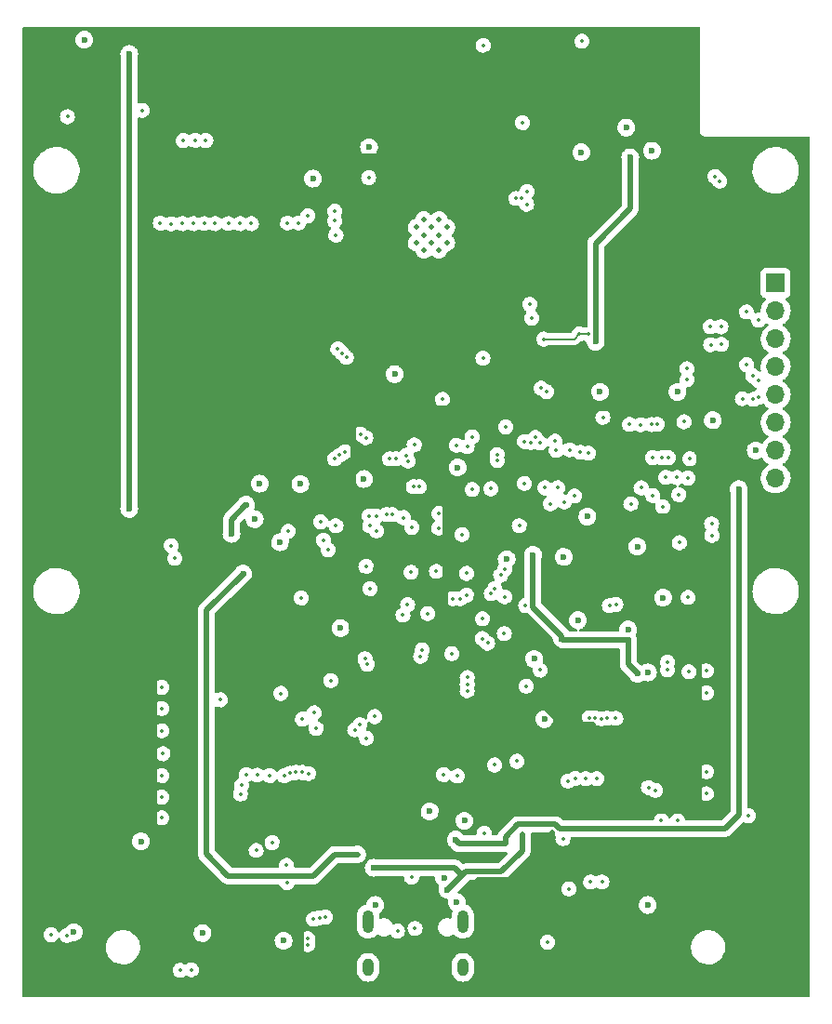
<source format=gbr>
%TF.GenerationSoftware,KiCad,Pcbnew,(6.0.11)*%
%TF.CreationDate,2023-04-23T13:39:53-07:00*%
%TF.ProjectId,EV6 Board Design,45563620-426f-4617-9264-204465736967,rev?*%
%TF.SameCoordinates,Original*%
%TF.FileFunction,Copper,L3,Inr*%
%TF.FilePolarity,Positive*%
%FSLAX46Y46*%
G04 Gerber Fmt 4.6, Leading zero omitted, Abs format (unit mm)*
G04 Created by KiCad (PCBNEW (6.0.11)) date 2023-04-23 13:39:53*
%MOMM*%
%LPD*%
G01*
G04 APERTURE LIST*
%TA.AperFunction,ComponentPad*%
%ADD10R,1.700000X1.700000*%
%TD*%
%TA.AperFunction,ComponentPad*%
%ADD11O,1.700000X1.700000*%
%TD*%
%TA.AperFunction,ComponentPad*%
%ADD12C,0.500000*%
%TD*%
%TA.AperFunction,ComponentPad*%
%ADD13O,1.000000X2.100000*%
%TD*%
%TA.AperFunction,ComponentPad*%
%ADD14O,1.000000X1.600000*%
%TD*%
%TA.AperFunction,ViaPad*%
%ADD15C,0.350000*%
%TD*%
%TA.AperFunction,ViaPad*%
%ADD16C,0.600000*%
%TD*%
%TA.AperFunction,Conductor*%
%ADD17C,0.500000*%
%TD*%
%TA.AperFunction,Conductor*%
%ADD18C,0.127000*%
%TD*%
%TA.AperFunction,Conductor*%
%ADD19C,0.200000*%
%TD*%
G04 APERTURE END LIST*
D10*
%TO.N,/DISP_BL*%
%TO.C,J4*%
X272250000Y-92560000D03*
D11*
%TO.N,/DISP_RSTR*%
X272250000Y-95100000D03*
%TO.N,/DISP_DC*%
X272250000Y-97640000D03*
%TO.N,/DISP_CS*%
X272250000Y-100180000D03*
%TO.N,/DISP_SPI_SCK*%
X272250000Y-102720000D03*
%TO.N,/DISP_SPI_MOSI*%
X272250000Y-105260000D03*
%TO.N,GND*%
X272250000Y-107800000D03*
%TO.N,/VIN*%
X272250000Y-110340000D03*
%TD*%
D12*
%TO.N,N/C*%
%TO.C,U11*%
X241600000Y-88185000D03*
X242300000Y-87485000D03*
X240900000Y-88885000D03*
X240200000Y-86785000D03*
X241600000Y-86785000D03*
X239500000Y-88885000D03*
X242300000Y-88885000D03*
X241600000Y-89585000D03*
X239500000Y-87485000D03*
X240900000Y-87485000D03*
X240200000Y-88185000D03*
X240200000Y-89585000D03*
%TD*%
D13*
%TO.N,unconnected-(J9-PadS1)*%
%TO.C,J9*%
X243770000Y-150670000D03*
X235130000Y-150670000D03*
D14*
X243770000Y-154850000D03*
X235130000Y-154850000D03*
%TD*%
D15*
%TO.N,/UI_SWDIO*%
X261840000Y-141470000D03*
X263320000Y-141500000D03*
D16*
%TO.N,GND*%
X254555000Y-80655000D03*
X209290000Y-70400000D03*
%TO.N,Net-(D10-Pad1)*%
X213380000Y-71700000D03*
%TO.N,+3.3V*%
X221350000Y-77730000D03*
%TO.N,GND*%
X237550000Y-100840000D03*
X230100000Y-83050000D03*
%TO.N,+3.3V*%
X231940000Y-81050000D03*
%TO.N,GND*%
X235209500Y-80200500D03*
%TO.N,+3.3V*%
X227790000Y-72020000D03*
X232800000Y-72140000D03*
X237800000Y-72340000D03*
X242800000Y-72180000D03*
%TO.N,Net-(J15-Pad2)*%
X260980000Y-80510000D03*
X258650000Y-78400000D03*
%TO.N,/VIN*%
X259000000Y-81110000D03*
%TO.N,+3.3V*%
X265300000Y-98700000D03*
%TO.N,/VIN*%
X255863000Y-97887000D03*
%TO.N,GND*%
X256250000Y-102460000D03*
X263310000Y-102470000D03*
X266525500Y-105050000D03*
X270430000Y-107800000D03*
%TO.N,/VIN*%
X268880000Y-111320000D03*
%TO.N,GND*%
X262000000Y-121200000D03*
X259650000Y-116550000D03*
X255100878Y-113816541D03*
X252950000Y-117500000D03*
%TO.N,+3.3VA*%
X250150000Y-117300000D03*
%TO.N,GND*%
X247750000Y-117700000D03*
X243300000Y-109350000D03*
%TO.N,+3.3V*%
X242200000Y-109550000D03*
X233800000Y-112120000D03*
%TO.N,GND*%
X234750000Y-110400000D03*
%TO.N,Net-(D10-Pad1)*%
X213380000Y-113120000D03*
%TO.N,GND*%
X228960000Y-110850000D03*
X225250000Y-110820000D03*
X227100000Y-116150000D03*
X224800000Y-114050000D03*
%TO.N,+BATT*%
X224015000Y-112735000D03*
X222690000Y-115390000D03*
%TO.N,VBUS*%
X223750000Y-119000000D03*
%TO.N,+3.3V*%
X233600000Y-123850000D03*
%TO.N,GND*%
X232606611Y-123960377D03*
X251190497Y-132249503D03*
%TO.N,+3.3V*%
X251300000Y-131250000D03*
%TO.N,GND*%
X250250000Y-126770000D03*
%TO.N,+3.3VA*%
X252775000Y-124925000D03*
%TO.N,GND*%
X254240000Y-123250000D03*
X258812206Y-124092206D03*
%TO.N,+3.3VA*%
X258800000Y-125050000D03*
X259650000Y-128110000D03*
%TO.N,GND*%
X260620000Y-128010000D03*
X240733000Y-140660023D03*
%TO.N,+3.3V*%
X244655000Y-140725000D03*
%TO.N,GND*%
X243900000Y-141510000D03*
%TO.N,/VIN*%
X243120000Y-143230000D03*
%TO.N,GND*%
X214450000Y-143380000D03*
%TO.N,+3.3V*%
X205250000Y-151680000D03*
%TO.N,GND*%
X208320000Y-151660000D03*
%TO.N,+3.3V*%
X217000000Y-151610000D03*
%TO.N,GND*%
X220050000Y-151730000D03*
X227434813Y-152423000D03*
%TO.N,+3.3V*%
X223800000Y-151790000D03*
%TO.N,VBUS*%
X234125688Y-144574312D03*
X235635000Y-145785000D03*
%TO.N,GND*%
X235780000Y-149170000D03*
X242050000Y-146713000D03*
%TO.N,VBUS*%
X242360000Y-147790000D03*
%TO.N,GND*%
X243200000Y-148920000D03*
X260590000Y-149170000D03*
D15*
%TO.N,/DISP_RSTR*%
X270690000Y-95950000D03*
X270690000Y-101430000D03*
%TO.N,/DISP_CS*%
X269610000Y-99980000D03*
X269599609Y-95187104D03*
%TO.N,/DISP_SPI_MOSI*%
X270725411Y-102939103D03*
X270160000Y-101002000D03*
%TO.N,/DISP_CS*%
X238586331Y-108245758D03*
X238360000Y-113912000D03*
%TO.N,/DISP_BL*%
X238780000Y-108760000D03*
X239118801Y-114801199D03*
%TO.N,/NET_BOOT*%
X251130000Y-97660000D03*
%TO.N,/UI_RST*%
X247203563Y-119146500D03*
X248900000Y-114650000D03*
%TO.N,/UI_SWDIO*%
X229030000Y-121230000D03*
X227174713Y-129914713D03*
%TO.N,+3.3V*%
X252950000Y-114900000D03*
X244550000Y-125450000D03*
X262679913Y-113643530D03*
X251740000Y-140740000D03*
X255609462Y-132750538D03*
X251900000Y-142549500D03*
X264280000Y-122270000D03*
X249400000Y-147100000D03*
X224890378Y-149513556D03*
X265300000Y-106800000D03*
X256000000Y-114950000D03*
X259100000Y-113650000D03*
X225920000Y-149474500D03*
%TO.N,VBUS*%
X249150000Y-142700000D03*
%TO.N,GND*%
X239083725Y-146649500D03*
X253940000Y-111940000D03*
X221650000Y-130500000D03*
X245688000Y-142650000D03*
X224935000Y-144215000D03*
X242750000Y-126300000D03*
X254600000Y-70550000D03*
X264450500Y-108550000D03*
X269750000Y-141050000D03*
%TO.N,/UI_SDA*%
X229624500Y-152240000D03*
X240050000Y-125950000D03*
X234970000Y-133990000D03*
%TO.N,/UI_SCL*%
X229624500Y-152789503D03*
X235730000Y-132030000D03*
X239910562Y-126538104D03*
%TO.N,Net-(D11-Pad1)*%
X227742000Y-147154500D03*
X227860000Y-115160000D03*
%TO.N,/USB_D-*%
X239406188Y-151306188D03*
X237800000Y-151550000D03*
%TO.N,/MCLK*%
X255261051Y-132125538D03*
X247530000Y-124464047D03*
X249372000Y-110805504D03*
X262466003Y-108448500D03*
X247548500Y-121120000D03*
X244080403Y-118991217D03*
X249373725Y-106991851D03*
%TO.N,/NET_SDA*%
X206250000Y-151890000D03*
X234424500Y-106308000D03*
%TO.N,/NET_SCL*%
X207708220Y-151944041D03*
X234927130Y-106635000D03*
%TO.N,/MGMT_BOOT*%
X251460000Y-152560000D03*
X251730000Y-112653000D03*
%TO.N,/MGMT_NRST*%
X261980000Y-112930000D03*
X264360000Y-127940000D03*
X264280000Y-121180000D03*
X252880000Y-143150000D03*
X253410000Y-147710000D03*
%TO.N,/IN_3*%
X244150000Y-129670000D03*
X231250000Y-150270000D03*
X249520287Y-129259713D03*
X250774500Y-127790000D03*
%TO.N,/NET_RST*%
X255195000Y-108045000D03*
X253330000Y-137900000D03*
X235180000Y-82960000D03*
%TO.N,/UI_RST*%
X249478331Y-121910000D03*
X260660000Y-138490000D03*
%TO.N,/MIC_P*%
X230160000Y-150470000D03*
X244156500Y-128470000D03*
%TO.N,/LEDA_R*%
X222400000Y-87150000D03*
X262249964Y-110250036D03*
%TO.N,/LEDA_G*%
X223450000Y-87150000D03*
X263249397Y-110261821D03*
%TO.N,/LEDA_B*%
X224500000Y-87150000D03*
X264268261Y-110315885D03*
%TO.N,/KB_COL3*%
X230420170Y-133115000D03*
X226147000Y-137400000D03*
X233912670Y-133231671D03*
X246345000Y-120845000D03*
%TO.N,/KB_COL4*%
X246670000Y-120350000D03*
X234382573Y-132761769D03*
%TO.N,/UI_TX3*%
X237339388Y-113641212D03*
X218010000Y-155120000D03*
%TO.N,/UI_RX3*%
X236790000Y-113630000D03*
X219020000Y-155070000D03*
%TO.N,/NET_TX0_MGMT*%
X249590000Y-84220000D03*
X255968792Y-137679969D03*
X266270552Y-96540411D03*
X253473500Y-107746500D03*
X267160000Y-83285763D03*
X266331312Y-98180351D03*
%TO.N,/KB_MIC*%
X237679713Y-108570287D03*
%TO.N,/NET_RX0_MGMT*%
X254969290Y-137680604D03*
X267270000Y-96530000D03*
X252266750Y-107786750D03*
X267330000Y-98140000D03*
X249570000Y-85390000D03*
X266722000Y-82847763D03*
%TO.N,/KB_ROW5*%
X237060000Y-108570000D03*
X229144626Y-137108384D03*
%TO.N,/KB_ROW1*%
X223501000Y-139085414D03*
X230800000Y-114300000D03*
%TO.N,/KB_ROW2*%
X224028265Y-137315620D03*
X232200000Y-114650000D03*
%TO.N,/KB_ROW3*%
X231041676Y-115961775D03*
X227473000Y-137397000D03*
%TO.N,/MIC_N*%
X244156500Y-129110000D03*
X230705570Y-150344494D03*
%TO.N,/KB_ROW4*%
X231500000Y-116850000D03*
X228525200Y-137108384D03*
%TO.N,/KB_ROW6*%
X234848560Y-126749350D03*
X229684820Y-137209102D03*
%TO.N,/KB_ROW7*%
X226380000Y-143500000D03*
X235032928Y-127267000D03*
%TO.N,/LEDB_R*%
X247641224Y-105652000D03*
X243159164Y-107323319D03*
X263439628Y-111830912D03*
X216203414Y-87103046D03*
%TO.N,/LEDB_G*%
X244149583Y-107457756D03*
X217200692Y-87169691D03*
%TO.N,/LEDB_B*%
X244605068Y-106554932D03*
X218200000Y-87150000D03*
%TO.N,/SPK_LN*%
X265924500Y-129870000D03*
X262400000Y-127780000D03*
%TO.N,/SPK_LP*%
X265924500Y-127850000D03*
X262410000Y-127070000D03*
%TO.N,/HP_R*%
X257695834Y-121821500D03*
X265924500Y-137050000D03*
%TO.N,/HP_L*%
X257110000Y-121930000D03*
X265924500Y-139050000D03*
%TO.N,/KB_COL5*%
X231731500Y-128747000D03*
X227981659Y-137189108D03*
%TO.N,/KB_COL2*%
X230200000Y-131687000D03*
X225027000Y-137354767D03*
%TO.N,/BTN_RST*%
X259059238Y-112651329D03*
X207745000Y-77415000D03*
X214550000Y-76840000D03*
X252990000Y-112480000D03*
X249919030Y-107059622D03*
%TO.N,/BTN_UI*%
X252390000Y-111200000D03*
X259990000Y-111200000D03*
X249130000Y-84870000D03*
X252157938Y-106957938D03*
%TO.N,/BTN_NET*%
X251247563Y-111200000D03*
X250795000Y-107115000D03*
X261040000Y-111890000D03*
X248580641Y-84857458D03*
X245600000Y-70920000D03*
X249180000Y-77960000D03*
%TO.N,/KB_COL1*%
X229155000Y-132239000D03*
X223593000Y-138281470D03*
%TO.N,/UI_STAT*%
X238728000Y-121835000D03*
X261916500Y-108448500D03*
X261040500Y-108448500D03*
X246011901Y-125340547D03*
X263465523Y-116194477D03*
X234930000Y-118350000D03*
%TO.N,/UI_BOOT*%
X240540000Y-122641000D03*
X239330937Y-107289063D03*
X261290000Y-138740000D03*
X245520000Y-124920000D03*
X241900000Y-103150500D03*
X250356664Y-106615782D03*
%TO.N,/NET_LED_B*%
X227800000Y-87100000D03*
X232200000Y-88200000D03*
%TO.N,/NET_LED_G*%
X228799503Y-87100000D03*
X232100000Y-86900000D03*
%TO.N,/NET_LED_R*%
X229650000Y-86437000D03*
X232090000Y-86010000D03*
%TO.N,Net-(R41-Pad1)*%
X235280000Y-120380000D03*
X227710000Y-145560000D03*
%TO.N,/UI_DBG1*%
X216330000Y-129360000D03*
X239800000Y-111100000D03*
%TO.N,/UI_LED_B*%
X238300000Y-122790000D03*
X221198509Y-87150000D03*
X239055000Y-118880000D03*
X220354063Y-79575500D03*
X241350500Y-118815000D03*
%TO.N,/NET_STAT*%
X245590000Y-99400000D03*
X263888000Y-105190962D03*
X261469096Y-105418881D03*
X250901109Y-102127000D03*
%TO.N,/UI_LED_G*%
X220199006Y-87150000D03*
X243700000Y-115450000D03*
X219350000Y-79570000D03*
%TO.N,/NET_BOOT*%
X254362000Y-97190000D03*
X254473000Y-107973000D03*
X253970000Y-137660000D03*
X255238000Y-97230000D03*
%TO.N,/UI_LED_R*%
X244612104Y-111350000D03*
X219199503Y-87150000D03*
X218300000Y-79575500D03*
X247567728Y-118592272D03*
X246314023Y-111285977D03*
%TO.N,/UI_DBG2*%
X239250497Y-111100000D03*
X216320000Y-131290000D03*
%TO.N,/UI_DBG3*%
X216340000Y-133310000D03*
X217206500Y-116460000D03*
%TO.N,/UI_DBG4*%
X216450000Y-135410000D03*
X217533500Y-117620000D03*
%TO.N,/MGMT_DBG7*%
X216360000Y-141240000D03*
X251400500Y-102454000D03*
X232073935Y-108562000D03*
X256514062Y-104784062D03*
X260920000Y-105440000D03*
X232371783Y-98543990D03*
%TO.N,/NET_DBG5*%
X233030000Y-107908000D03*
X250040000Y-95750000D03*
X216360000Y-137400000D03*
X233148897Y-99321104D03*
%TO.N,/NET_DBG6*%
X249850000Y-94500000D03*
X216320000Y-139350000D03*
X232760340Y-98932547D03*
X232528897Y-108235000D03*
%TO.N,/UI_TX2_MGMT*%
X246880000Y-108720000D03*
X266430000Y-115530000D03*
%TO.N,/MGMT_SWDIO*%
X264170000Y-101360000D03*
X269220000Y-103090000D03*
X259970000Y-105462000D03*
X255400000Y-147080000D03*
%TO.N,/MGMT_SWCLK*%
X264147794Y-100360745D03*
X270217737Y-103149389D03*
X256430000Y-147080000D03*
X258940644Y-105430644D03*
%TO.N,/UI_RX2_MGMT*%
X246880000Y-108170497D03*
X266420000Y-114480000D03*
%TO.N,/I2S_DACLRC*%
X243500000Y-121291000D03*
X256355439Y-132213388D03*
X241540000Y-114850000D03*
X241575500Y-113527306D03*
%TO.N,/UI_TX1_NET*%
X235880000Y-115120000D03*
X235890000Y-113770000D03*
%TO.N,/UI_RX1_NET*%
X235270000Y-114668000D03*
X235240713Y-113761287D03*
%TO.N,/I2S_BCLK*%
X242824500Y-121291000D03*
X255810209Y-132144995D03*
%TO.N,/I2S_ADCDAT*%
X257690000Y-132190000D03*
X244075500Y-120972000D03*
%TO.N,/I2S_DACDAT*%
X256903586Y-132174818D03*
X245561808Y-123118192D03*
%TO.N,/USB_TX1_MGMT*%
X241980000Y-137310000D03*
X248690000Y-136092000D03*
%TO.N,/USB_RX1_MGMT*%
X243260000Y-137440000D03*
X246648500Y-136432000D03*
%TD*%
D17*
%TO.N,/VIN*%
X268880000Y-140970000D02*
X268880000Y-111320000D01*
X252189949Y-141849500D02*
X252540449Y-142200000D01*
X267650000Y-142200000D02*
X268880000Y-140970000D01*
X248798418Y-141849500D02*
X252189949Y-141849500D01*
X247650000Y-142997918D02*
X248798418Y-141849500D01*
X247650000Y-143600000D02*
X247650000Y-142997918D01*
X252540449Y-142200000D02*
X267650000Y-142200000D01*
X243430000Y-143600000D02*
X247650000Y-143600000D01*
X243090000Y-143260000D02*
X243430000Y-143600000D01*
%TO.N,+3.3V*%
X265300000Y-140600000D02*
X265300000Y-122360000D01*
X251740000Y-140740000D02*
X251880000Y-140600000D01*
X251880000Y-140600000D02*
X265300000Y-140600000D01*
X217000000Y-151610000D02*
X217000000Y-149550000D01*
X217000000Y-149550000D02*
X217100000Y-149450000D01*
X206120000Y-149450000D02*
X215100000Y-149450000D01*
X205250000Y-150320000D02*
X206120000Y-149450000D01*
X205250000Y-151680000D02*
X205250000Y-150320000D01*
X223800000Y-151790000D02*
X223800000Y-149450000D01*
D18*
X225920000Y-149474500D02*
X225920000Y-149450000D01*
X224880000Y-149503178D02*
X224880000Y-149450000D01*
X224890378Y-149513556D02*
X224880000Y-149503178D01*
D17*
X221350000Y-81000000D02*
X221300000Y-81050000D01*
X221350000Y-77730000D02*
X221350000Y-81000000D01*
%TO.N,+3.3VA*%
X252900000Y-125050000D02*
X252775000Y-124925000D01*
X258800000Y-125050000D02*
X252900000Y-125050000D01*
X252775000Y-124675000D02*
X250150000Y-122050000D01*
X250150000Y-122050000D02*
X250150000Y-117300000D01*
X252775000Y-124925000D02*
X252775000Y-124675000D01*
%TO.N,Net-(D10-Pad1)*%
X213380000Y-71700000D02*
X213380000Y-113120000D01*
%TO.N,+3.3V*%
X231940000Y-81050000D02*
X229850000Y-81050000D01*
X265300000Y-98700000D02*
X265300000Y-79525000D01*
%TO.N,/VIN*%
X268880000Y-111320000D02*
X268900000Y-111300000D01*
%TO.N,+3.3V*%
X233800000Y-112120000D02*
X233800000Y-104050000D01*
%TO.N,+3.3VA*%
X258800000Y-127260000D02*
X258800000Y-125050000D01*
X259650000Y-128110000D02*
X258800000Y-127260000D01*
%TO.N,VBUS*%
X234125688Y-144574312D02*
X234174312Y-144574312D01*
X242360000Y-147790000D02*
X242350000Y-147800000D01*
%TO.N,+3.3V*%
X242800000Y-80950000D02*
X242900000Y-81050000D01*
X242800000Y-72180000D02*
X242800000Y-80950000D01*
X227800000Y-80900000D02*
X227950000Y-81050000D01*
X227800000Y-72030000D02*
X227800000Y-80900000D01*
X227790000Y-72020000D02*
X227800000Y-72030000D01*
X232810000Y-72130000D02*
X232800000Y-72140000D01*
X232800000Y-72140000D02*
X232800000Y-80900000D01*
X232800000Y-80900000D02*
X232950000Y-81050000D01*
X237800000Y-72340000D02*
X237800000Y-80950000D01*
X237800000Y-80950000D02*
X237700000Y-81050000D01*
D18*
%TO.N,/NET_BOOT*%
X253892000Y-97660000D02*
X251130000Y-97660000D01*
X255198000Y-97190000D02*
X255238000Y-97230000D01*
X254362000Y-97190000D02*
X253892000Y-97660000D01*
X254362000Y-97190000D02*
X255198000Y-97190000D01*
D17*
%TO.N,/VIN*%
X259000000Y-85800000D02*
X255863000Y-88937000D01*
X259000000Y-81110000D02*
X259000000Y-85800000D01*
X255863000Y-88937000D02*
X255863000Y-97887000D01*
%TO.N,VBUS*%
X230130050Y-146530000D02*
X232085738Y-144574312D01*
X232085738Y-144574312D02*
X234125688Y-144574312D01*
X220400000Y-144550050D02*
X222379950Y-146530000D01*
X222379950Y-146530000D02*
X230130050Y-146530000D01*
X220400000Y-122350000D02*
X220400000Y-144550050D01*
X223750000Y-119000000D02*
X220400000Y-122350000D01*
%TO.N,+3.3V*%
X215100000Y-149450000D02*
X217100000Y-149450000D01*
D19*
X255950000Y-114900000D02*
X256000000Y-114950000D01*
D17*
X233800000Y-112150000D02*
X233800000Y-112120000D01*
X229850000Y-81050000D02*
X227950000Y-81050000D01*
D19*
X262673443Y-113650000D02*
X259100000Y-113650000D01*
D17*
X249370000Y-146860000D02*
X245100000Y-146860000D01*
X233600000Y-112350000D02*
X233800000Y-112150000D01*
X217100000Y-149450000D02*
X223800000Y-149450000D01*
X221300000Y-81050000D02*
X219700000Y-81050000D01*
X233600000Y-123850000D02*
X233600000Y-112350000D01*
X233850000Y-104000000D02*
X215650000Y-104000000D01*
D19*
X262679913Y-113643530D02*
X262673443Y-113650000D01*
D17*
X237700000Y-81050000D02*
X232950000Y-81050000D01*
X227950000Y-81050000D02*
X226150000Y-81050000D01*
X226260000Y-149450000D02*
X229000000Y-149450000D01*
D18*
X264280000Y-122270000D02*
X265210000Y-122270000D01*
D17*
X251900000Y-144500000D02*
X251900000Y-142549500D01*
X265300000Y-103900000D02*
X265300000Y-98750000D01*
X265300000Y-79525000D02*
X244425000Y-79525000D01*
X223800000Y-149450000D02*
X224880000Y-149450000D01*
X215650000Y-148900000D02*
X215100000Y-149450000D01*
X259650000Y-104000000D02*
X265200000Y-104000000D01*
X215650000Y-104000000D02*
X215650000Y-148900000D01*
X251740000Y-140740000D02*
X244670000Y-140740000D01*
X231850000Y-155200000D02*
X229600000Y-155200000D01*
X255609462Y-132750538D02*
X252800538Y-132750538D01*
X251740000Y-136630000D02*
X251740000Y-140740000D01*
X265300000Y-106800000D02*
X265300000Y-103900000D01*
X258550000Y-104000000D02*
X242200000Y-104000000D01*
D19*
X265206470Y-113643530D02*
X265300000Y-113550000D01*
D17*
X265200000Y-104000000D02*
X265300000Y-103900000D01*
X215150000Y-81550000D02*
X215150000Y-103500000D01*
X265300000Y-113550000D02*
X265300000Y-106800000D01*
X265300000Y-122360000D02*
X265300000Y-113550000D01*
X249400000Y-147000000D02*
X251900000Y-144500000D01*
X255609462Y-132760538D02*
X251740000Y-136630000D01*
X229000000Y-154600000D02*
X229000000Y-149450000D01*
X229600000Y-155200000D02*
X229000000Y-154600000D01*
X231950000Y-81050000D02*
X231940000Y-81050000D01*
X244150000Y-153250000D02*
X233800000Y-153250000D01*
D19*
X262679913Y-113643530D02*
X265206470Y-113643530D01*
D17*
X233800000Y-153250000D02*
X231850000Y-155200000D01*
X226150000Y-81050000D02*
X225750000Y-81050000D01*
D18*
X265210000Y-122270000D02*
X265300000Y-122360000D01*
D17*
X242200000Y-109550000D02*
X242200000Y-104000000D01*
X215150000Y-103500000D02*
X215650000Y-104000000D01*
X259650000Y-104000000D02*
X258550000Y-104000000D01*
X223250000Y-81050000D02*
X221300000Y-81050000D01*
X242200000Y-104000000D02*
X233850000Y-104000000D01*
X232950000Y-81050000D02*
X231950000Y-81050000D01*
X225920000Y-149450000D02*
X229000000Y-149450000D01*
X244550000Y-125450000D02*
X242200000Y-123100000D01*
X245100000Y-146860000D02*
X245100000Y-152300000D01*
X233800000Y-104050000D02*
X233850000Y-104000000D01*
X265300000Y-98750000D02*
X265300000Y-98700000D01*
X223950000Y-81050000D02*
X223250000Y-81050000D01*
X219700000Y-81050000D02*
X215650000Y-81050000D01*
X224880000Y-149450000D02*
X225920000Y-149450000D01*
X244425000Y-79525000D02*
X242900000Y-81050000D01*
X242900000Y-81050000D02*
X237700000Y-81050000D01*
X225750000Y-81050000D02*
X223950000Y-81050000D01*
D19*
X252950000Y-114900000D02*
X255950000Y-114900000D01*
D17*
X245100000Y-152300000D02*
X244150000Y-153250000D01*
X252800538Y-132750538D02*
X251300000Y-131250000D01*
X255609462Y-132750538D02*
X255609462Y-132760538D01*
X242200000Y-123100000D02*
X242200000Y-109550000D01*
X249400000Y-147100000D02*
X249400000Y-147000000D01*
X215650000Y-81050000D02*
X215150000Y-81550000D01*
%TO.N,VBUS*%
X235650000Y-145800000D02*
X243000000Y-145800000D01*
X243990000Y-146160000D02*
X247280000Y-146160000D01*
X243000000Y-145800000D02*
X243675000Y-146475000D01*
X249150000Y-144290000D02*
X249150000Y-142700000D01*
X243675000Y-146475000D02*
X242360000Y-147790000D01*
X242350000Y-147800000D02*
X243990000Y-146160000D01*
X247280000Y-146160000D02*
X249150000Y-144290000D01*
%TO.N,+BATT*%
X222650000Y-115350000D02*
X222650000Y-114100000D01*
X222650000Y-114100000D02*
X223950000Y-112800000D01*
%TD*%
%TA.AperFunction,Conductor*%
%TO.N,+3.3V*%
G36*
X258241500Y-85433629D02*
G01*
X258221498Y-85501750D01*
X258204595Y-85522724D01*
X255374089Y-88353230D01*
X255359677Y-88365616D01*
X255348082Y-88374149D01*
X255348077Y-88374154D01*
X255342182Y-88378492D01*
X255337443Y-88384070D01*
X255337440Y-88384073D01*
X255307965Y-88418768D01*
X255301035Y-88426284D01*
X255295340Y-88431979D01*
X255293060Y-88434861D01*
X255277719Y-88454251D01*
X255274928Y-88457655D01*
X255232409Y-88507703D01*
X255227667Y-88513285D01*
X255224339Y-88519801D01*
X255220972Y-88524850D01*
X255217805Y-88529979D01*
X255213266Y-88535716D01*
X255182345Y-88601875D01*
X255180442Y-88605769D01*
X255147231Y-88670808D01*
X255145492Y-88677916D01*
X255143393Y-88683559D01*
X255141476Y-88689322D01*
X255138378Y-88695950D01*
X255136888Y-88703112D01*
X255136888Y-88703113D01*
X255123514Y-88767412D01*
X255122544Y-88771696D01*
X255105192Y-88842610D01*
X255104500Y-88853764D01*
X255104464Y-88853762D01*
X255104225Y-88857755D01*
X255103851Y-88861947D01*
X255102360Y-88869115D01*
X255102558Y-88876432D01*
X255104454Y-88946521D01*
X255104500Y-88949928D01*
X255104500Y-95879960D01*
X252406579Y-95880503D01*
X252406319Y-81931471D01*
X258241500Y-81930293D01*
X258241500Y-85433629D01*
G37*
%TD.AperFunction*%
%TA.AperFunction,Conductor*%
G36*
X264702618Y-95878030D02*
G01*
X256621500Y-95879655D01*
X256621500Y-89303371D01*
X256641502Y-89235250D01*
X256658405Y-89214276D01*
X259488911Y-86383770D01*
X259503323Y-86371384D01*
X259514918Y-86362851D01*
X259514923Y-86362846D01*
X259520818Y-86358508D01*
X259525557Y-86352930D01*
X259525560Y-86352927D01*
X259555035Y-86318232D01*
X259561965Y-86310716D01*
X259567660Y-86305021D01*
X259585281Y-86282749D01*
X259588072Y-86279345D01*
X259630591Y-86229297D01*
X259630592Y-86229295D01*
X259635333Y-86223715D01*
X259638661Y-86217199D01*
X259642028Y-86212150D01*
X259645195Y-86207021D01*
X259649734Y-86201284D01*
X259680655Y-86135125D01*
X259682561Y-86131225D01*
X259715769Y-86066192D01*
X259717508Y-86059084D01*
X259719607Y-86053441D01*
X259721524Y-86047678D01*
X259724622Y-86041050D01*
X259739487Y-85969583D01*
X259740457Y-85965299D01*
X259756473Y-85899845D01*
X259757808Y-85894390D01*
X259758500Y-85883236D01*
X259758536Y-85883238D01*
X259758775Y-85879245D01*
X259759149Y-85875053D01*
X259760640Y-85867885D01*
X259758546Y-85790479D01*
X259758500Y-85787072D01*
X259758500Y-81929986D01*
X264652358Y-81928998D01*
X264702618Y-95878030D01*
G37*
%TD.AperFunction*%
%TD*%
%TA.AperFunction,Conductor*%
%TO.N,+3.3V*%
G36*
X265283621Y-69228502D02*
G01*
X265330114Y-69282158D01*
X265341500Y-69334500D01*
X265341500Y-78691377D01*
X265341498Y-78692147D01*
X265341024Y-78769721D01*
X265343491Y-78778352D01*
X265349150Y-78798153D01*
X265352728Y-78814915D01*
X265356920Y-78844187D01*
X265360634Y-78852355D01*
X265360634Y-78852356D01*
X265367548Y-78867562D01*
X265373996Y-78885086D01*
X265381051Y-78909771D01*
X265385843Y-78917365D01*
X265385844Y-78917368D01*
X265396830Y-78934780D01*
X265404969Y-78949863D01*
X265417208Y-78976782D01*
X265423069Y-78983584D01*
X265433970Y-78996235D01*
X265445073Y-79011239D01*
X265458776Y-79032958D01*
X265465501Y-79038897D01*
X265465504Y-79038901D01*
X265480938Y-79052532D01*
X265492982Y-79064724D01*
X265506427Y-79080327D01*
X265506430Y-79080329D01*
X265512287Y-79087127D01*
X265519816Y-79092007D01*
X265519817Y-79092008D01*
X265533835Y-79101094D01*
X265548709Y-79112385D01*
X265557529Y-79120174D01*
X265567951Y-79129378D01*
X265594711Y-79141942D01*
X265609691Y-79150263D01*
X265626983Y-79161471D01*
X265626988Y-79161473D01*
X265634515Y-79166352D01*
X265643108Y-79168922D01*
X265643113Y-79168924D01*
X265659120Y-79173711D01*
X265676564Y-79180372D01*
X265691676Y-79187467D01*
X265691678Y-79187468D01*
X265699800Y-79191281D01*
X265708667Y-79192662D01*
X265708668Y-79192662D01*
X265718310Y-79194163D01*
X265729017Y-79195830D01*
X265745732Y-79199613D01*
X265765466Y-79205515D01*
X265765472Y-79205516D01*
X265774066Y-79208086D01*
X265783037Y-79208141D01*
X265783038Y-79208141D01*
X265793097Y-79208202D01*
X265808506Y-79208296D01*
X265809289Y-79208329D01*
X265810386Y-79208500D01*
X265841377Y-79208500D01*
X265842147Y-79208502D01*
X265915785Y-79208952D01*
X265915786Y-79208952D01*
X265919721Y-79208976D01*
X265921065Y-79208592D01*
X265922410Y-79208500D01*
X275215500Y-79208500D01*
X275283621Y-79228502D01*
X275330114Y-79282158D01*
X275341500Y-79334500D01*
X275341500Y-157415500D01*
X275321498Y-157483621D01*
X275267842Y-157530114D01*
X275215500Y-157541500D01*
X203784500Y-157541500D01*
X203716379Y-157521498D01*
X203669886Y-157467842D01*
X203658500Y-157415500D01*
X203658500Y-155112790D01*
X217321518Y-155112790D01*
X217339671Y-155277224D01*
X217396524Y-155432582D01*
X217400761Y-155438888D01*
X217400763Y-155438891D01*
X217443324Y-155502227D01*
X217488794Y-155569893D01*
X217611153Y-155681232D01*
X217617830Y-155684857D01*
X217617831Y-155684858D01*
X217653239Y-155704083D01*
X217756539Y-155760170D01*
X217916557Y-155802150D01*
X218002626Y-155803502D01*
X218074372Y-155804629D01*
X218074375Y-155804629D01*
X218081970Y-155804748D01*
X218243228Y-155767815D01*
X218391021Y-155693483D01*
X218461320Y-155633443D01*
X218526109Y-155604412D01*
X218596309Y-155615019D01*
X218615774Y-155626337D01*
X218621153Y-155631232D01*
X218766539Y-155710170D01*
X218926557Y-155752150D01*
X219012626Y-155753502D01*
X219084372Y-155754629D01*
X219084375Y-155754629D01*
X219091970Y-155754748D01*
X219253228Y-155717815D01*
X219401021Y-155643483D01*
X219481199Y-155575005D01*
X219521044Y-155540975D01*
X219521046Y-155540972D01*
X219526818Y-155536043D01*
X219623355Y-155401697D01*
X219685059Y-155248202D01*
X219691952Y-155199769D01*
X234121500Y-155199769D01*
X234121800Y-155202825D01*
X234121800Y-155202832D01*
X234122530Y-155210273D01*
X234135920Y-155346833D01*
X234137702Y-155352734D01*
X234137702Y-155352736D01*
X234152484Y-155401697D01*
X234193084Y-155536169D01*
X234285934Y-155710796D01*
X234329654Y-155764402D01*
X234407040Y-155859287D01*
X234407043Y-155859290D01*
X234410935Y-155864062D01*
X234415682Y-155867989D01*
X234415684Y-155867991D01*
X234558575Y-155986201D01*
X234558579Y-155986203D01*
X234563325Y-155990130D01*
X234737299Y-156084198D01*
X234926232Y-156142682D01*
X234932357Y-156143326D01*
X234932358Y-156143326D01*
X235116796Y-156162711D01*
X235116798Y-156162711D01*
X235122925Y-156163355D01*
X235205424Y-156155847D01*
X235313749Y-156145989D01*
X235313752Y-156145988D01*
X235319888Y-156145430D01*
X235325794Y-156143692D01*
X235325798Y-156143691D01*
X235430924Y-156112751D01*
X235509619Y-156089590D01*
X235515077Y-156086737D01*
X235515081Y-156086735D01*
X235605853Y-156039280D01*
X235684890Y-155997960D01*
X235839025Y-155874032D01*
X235966154Y-155722526D01*
X235969121Y-155717128D01*
X235969125Y-155717123D01*
X236058467Y-155554608D01*
X236061433Y-155549213D01*
X236063846Y-155541608D01*
X236119373Y-155366564D01*
X236119373Y-155366563D01*
X236121235Y-155360694D01*
X236138500Y-155206773D01*
X236138500Y-155199769D01*
X242761500Y-155199769D01*
X242761800Y-155202825D01*
X242761800Y-155202832D01*
X242762530Y-155210273D01*
X242775920Y-155346833D01*
X242777702Y-155352734D01*
X242777702Y-155352736D01*
X242792484Y-155401697D01*
X242833084Y-155536169D01*
X242925934Y-155710796D01*
X242969654Y-155764402D01*
X243047040Y-155859287D01*
X243047043Y-155859290D01*
X243050935Y-155864062D01*
X243055682Y-155867989D01*
X243055684Y-155867991D01*
X243198575Y-155986201D01*
X243198579Y-155986203D01*
X243203325Y-155990130D01*
X243377299Y-156084198D01*
X243566232Y-156142682D01*
X243572357Y-156143326D01*
X243572358Y-156143326D01*
X243756796Y-156162711D01*
X243756798Y-156162711D01*
X243762925Y-156163355D01*
X243845424Y-156155847D01*
X243953749Y-156145989D01*
X243953752Y-156145988D01*
X243959888Y-156145430D01*
X243965794Y-156143692D01*
X243965798Y-156143691D01*
X244070924Y-156112751D01*
X244149619Y-156089590D01*
X244155077Y-156086737D01*
X244155081Y-156086735D01*
X244245853Y-156039280D01*
X244324890Y-155997960D01*
X244479025Y-155874032D01*
X244606154Y-155722526D01*
X244609121Y-155717128D01*
X244609125Y-155717123D01*
X244698467Y-155554608D01*
X244701433Y-155549213D01*
X244703846Y-155541608D01*
X244759373Y-155366564D01*
X244759373Y-155366563D01*
X244761235Y-155360694D01*
X244778500Y-155206773D01*
X244778500Y-154500231D01*
X244778189Y-154497053D01*
X244771090Y-154424663D01*
X244764080Y-154353167D01*
X244757452Y-154331212D01*
X244708697Y-154169731D01*
X244706916Y-154163831D01*
X244614066Y-153989204D01*
X244543709Y-153902938D01*
X244492960Y-153840713D01*
X244492957Y-153840710D01*
X244489065Y-153835938D01*
X244482724Y-153830692D01*
X244341425Y-153713799D01*
X244341421Y-153713797D01*
X244336675Y-153709870D01*
X244162701Y-153615802D01*
X243973768Y-153557318D01*
X243967643Y-153556674D01*
X243967642Y-153556674D01*
X243783204Y-153537289D01*
X243783202Y-153537289D01*
X243777075Y-153536645D01*
X243694576Y-153544153D01*
X243586251Y-153554011D01*
X243586248Y-153554012D01*
X243580112Y-153554570D01*
X243574206Y-153556308D01*
X243574202Y-153556309D01*
X243469076Y-153587249D01*
X243390381Y-153610410D01*
X243384923Y-153613263D01*
X243384919Y-153613265D01*
X243294147Y-153660720D01*
X243215110Y-153702040D01*
X243060975Y-153825968D01*
X242933846Y-153977474D01*
X242930879Y-153982872D01*
X242930875Y-153982877D01*
X242852095Y-154126180D01*
X242838567Y-154150787D01*
X242836706Y-154156654D01*
X242836705Y-154156656D01*
X242780627Y-154333436D01*
X242778765Y-154339306D01*
X242761500Y-154493227D01*
X242761500Y-155199769D01*
X236138500Y-155199769D01*
X236138500Y-154500231D01*
X236138189Y-154497053D01*
X236131090Y-154424663D01*
X236124080Y-154353167D01*
X236117452Y-154331212D01*
X236068697Y-154169731D01*
X236066916Y-154163831D01*
X235974066Y-153989204D01*
X235903709Y-153902938D01*
X235852960Y-153840713D01*
X235852957Y-153840710D01*
X235849065Y-153835938D01*
X235842724Y-153830692D01*
X235701425Y-153713799D01*
X235701421Y-153713797D01*
X235696675Y-153709870D01*
X235522701Y-153615802D01*
X235333768Y-153557318D01*
X235327643Y-153556674D01*
X235327642Y-153556674D01*
X235143204Y-153537289D01*
X235143202Y-153537289D01*
X235137075Y-153536645D01*
X235054576Y-153544153D01*
X234946251Y-153554011D01*
X234946248Y-153554012D01*
X234940112Y-153554570D01*
X234934206Y-153556308D01*
X234934202Y-153556309D01*
X234829076Y-153587249D01*
X234750381Y-153610410D01*
X234744923Y-153613263D01*
X234744919Y-153613265D01*
X234654147Y-153660720D01*
X234575110Y-153702040D01*
X234420975Y-153825968D01*
X234293846Y-153977474D01*
X234290879Y-153982872D01*
X234290875Y-153982877D01*
X234212095Y-154126180D01*
X234198567Y-154150787D01*
X234196706Y-154156654D01*
X234196705Y-154156656D01*
X234140627Y-154333436D01*
X234138765Y-154339306D01*
X234121500Y-154493227D01*
X234121500Y-155199769D01*
X219691952Y-155199769D01*
X219708369Y-155084419D01*
X219708520Y-155070000D01*
X219688645Y-154905765D01*
X219630169Y-154751011D01*
X219571401Y-154665504D01*
X219540769Y-154620934D01*
X219540766Y-154620931D01*
X219536466Y-154614674D01*
X219503587Y-154585379D01*
X219447391Y-154535310D01*
X219412948Y-154504622D01*
X219310550Y-154450405D01*
X219273457Y-154430765D01*
X219273455Y-154430764D01*
X219266744Y-154427211D01*
X219256600Y-154424663D01*
X219113665Y-154388760D01*
X219113661Y-154388760D01*
X219106294Y-154386909D01*
X219098695Y-154386869D01*
X219098693Y-154386869D01*
X219028797Y-154386503D01*
X218940863Y-154386043D01*
X218933483Y-154387815D01*
X218933481Y-154387815D01*
X218870470Y-154402943D01*
X218780001Y-154424663D01*
X218725492Y-154452797D01*
X218639745Y-154497053D01*
X218639741Y-154497055D01*
X218632994Y-154500538D01*
X218627271Y-154505531D01*
X218627266Y-154505534D01*
X218569793Y-154555671D01*
X218505311Y-154585379D01*
X218435004Y-154575509D01*
X218415632Y-154562897D01*
X218414858Y-154564011D01*
X218408619Y-154559675D01*
X218402948Y-154554622D01*
X218310237Y-154505534D01*
X218263457Y-154480765D01*
X218263455Y-154480764D01*
X218256744Y-154477211D01*
X218246600Y-154474663D01*
X218103665Y-154438760D01*
X218103661Y-154438760D01*
X218096294Y-154436909D01*
X218088695Y-154436869D01*
X218088693Y-154436869D01*
X218018797Y-154436503D01*
X217930863Y-154436043D01*
X217923483Y-154437815D01*
X217923481Y-154437815D01*
X217861078Y-154452797D01*
X217770001Y-154474663D01*
X217710189Y-154505534D01*
X217629745Y-154547053D01*
X217629741Y-154547055D01*
X217622994Y-154550538D01*
X217498330Y-154659290D01*
X217403205Y-154794639D01*
X217343111Y-154948772D01*
X217342119Y-154956305D01*
X217342119Y-154956306D01*
X217324716Y-155088501D01*
X217321518Y-155112790D01*
X203658500Y-155112790D01*
X203658500Y-153074568D01*
X211237382Y-153074568D01*
X211237963Y-153079588D01*
X211237963Y-153079592D01*
X211246020Y-153149222D01*
X211266208Y-153323699D01*
X211267587Y-153328573D01*
X211267588Y-153328577D01*
X211331538Y-153554570D01*
X211334494Y-153565017D01*
X211336628Y-153569592D01*
X211336630Y-153569599D01*
X211400190Y-153705903D01*
X211440484Y-153792313D01*
X211443326Y-153796494D01*
X211443326Y-153796495D01*
X211578605Y-153995552D01*
X211578608Y-153995556D01*
X211581451Y-153999739D01*
X211584928Y-154003416D01*
X211584929Y-154003417D01*
X211685238Y-154109491D01*
X211753767Y-154181959D01*
X211757793Y-154185037D01*
X211757794Y-154185038D01*
X211948981Y-154331212D01*
X211948985Y-154331215D01*
X211953001Y-154334285D01*
X211957459Y-154336675D01*
X211957460Y-154336676D01*
X212054597Y-154388760D01*
X212174026Y-154452797D01*
X212178807Y-154454443D01*
X212178811Y-154454445D01*
X212404538Y-154532169D01*
X212411156Y-154534448D01*
X212484132Y-154547053D01*
X212654380Y-154576460D01*
X212654386Y-154576461D01*
X212658290Y-154577135D01*
X212662251Y-154577315D01*
X212662252Y-154577315D01*
X212686931Y-154578436D01*
X212686950Y-154578436D01*
X212688350Y-154578500D01*
X212863015Y-154578500D01*
X212865523Y-154578298D01*
X212865528Y-154578298D01*
X213044944Y-154563863D01*
X213044949Y-154563862D01*
X213049985Y-154563457D01*
X213054893Y-154562252D01*
X213054896Y-154562251D01*
X213288625Y-154504841D01*
X213293539Y-154503634D01*
X213298191Y-154501659D01*
X213298195Y-154501658D01*
X213519741Y-154407617D01*
X213519742Y-154407617D01*
X213524396Y-154405641D01*
X213736615Y-154272000D01*
X213924738Y-154106147D01*
X214083924Y-153912351D01*
X214210078Y-153695596D01*
X214299955Y-153461461D01*
X214306194Y-153431599D01*
X214350206Y-153220921D01*
X214351241Y-153215967D01*
X214351513Y-153209990D01*
X214357821Y-153071069D01*
X214362618Y-152965432D01*
X214354087Y-152891697D01*
X214345684Y-152819079D01*
X214333792Y-152716301D01*
X214308294Y-152626191D01*
X214266884Y-152479852D01*
X214266883Y-152479850D01*
X214265506Y-152474983D01*
X214263372Y-152470408D01*
X214263370Y-152470401D01*
X214161653Y-152252269D01*
X214161651Y-152252265D01*
X214159516Y-152247687D01*
X214156674Y-152243505D01*
X214021395Y-152044448D01*
X214021392Y-152044444D01*
X214018549Y-152040261D01*
X214012156Y-152033500D01*
X213849713Y-151861721D01*
X213846233Y-151858041D01*
X213831865Y-151847056D01*
X213663905Y-151718640D01*
X219236463Y-151718640D01*
X219254163Y-151899160D01*
X219311418Y-152071273D01*
X219315065Y-152077295D01*
X219315066Y-152077297D01*
X219398722Y-152215430D01*
X219405380Y-152226424D01*
X219410269Y-152231487D01*
X219410270Y-152231488D01*
X219479533Y-152303211D01*
X219531382Y-152356902D01*
X219587973Y-152393934D01*
X219667106Y-152445717D01*
X219683159Y-152456222D01*
X219689763Y-152458678D01*
X219689765Y-152458679D01*
X219846558Y-152516990D01*
X219846560Y-152516990D01*
X219853168Y-152519448D01*
X219933524Y-152530170D01*
X220025980Y-152542507D01*
X220025984Y-152542507D01*
X220032961Y-152543438D01*
X220039972Y-152542800D01*
X220039976Y-152542800D01*
X220182459Y-152529832D01*
X220213600Y-152526998D01*
X220220302Y-152524820D01*
X220220304Y-152524820D01*
X220379409Y-152473124D01*
X220379412Y-152473123D01*
X220386108Y-152470947D01*
X220485596Y-152411640D01*
X226621276Y-152411640D01*
X226638976Y-152592160D01*
X226696231Y-152764273D01*
X226699878Y-152770295D01*
X226699879Y-152770297D01*
X226769133Y-152884649D01*
X226790193Y-152919424D01*
X226916195Y-153049902D01*
X227067972Y-153149222D01*
X227074576Y-153151678D01*
X227074578Y-153151679D01*
X227231371Y-153209990D01*
X227231373Y-153209990D01*
X227237981Y-153212448D01*
X227321808Y-153223633D01*
X227410793Y-153235507D01*
X227410797Y-153235507D01*
X227417774Y-153236438D01*
X227424785Y-153235800D01*
X227424789Y-153235800D01*
X227588271Y-153220921D01*
X227598413Y-153219998D01*
X227605115Y-153217820D01*
X227605117Y-153217820D01*
X227764222Y-153166124D01*
X227764225Y-153166123D01*
X227770921Y-153163947D01*
X227926725Y-153071069D01*
X228058079Y-152945982D01*
X228158456Y-152794902D01*
X228163246Y-152782293D01*
X228936018Y-152782293D01*
X228954171Y-152946727D01*
X229011024Y-153102085D01*
X229015261Y-153108391D01*
X229015263Y-153108394D01*
X229042699Y-153149222D01*
X229103294Y-153239396D01*
X229225653Y-153350735D01*
X229232330Y-153354360D01*
X229232331Y-153354361D01*
X229267739Y-153373586D01*
X229371039Y-153429673D01*
X229531057Y-153471653D01*
X229617126Y-153473005D01*
X229688872Y-153474132D01*
X229688875Y-153474132D01*
X229696470Y-153474251D01*
X229857728Y-153437318D01*
X230005521Y-153362986D01*
X230051521Y-153323699D01*
X230125544Y-153260478D01*
X230125546Y-153260475D01*
X230131318Y-153255546D01*
X230227855Y-153121200D01*
X230289559Y-152967705D01*
X230312869Y-152803922D01*
X230312950Y-152796210D01*
X230312977Y-152793622D01*
X230312977Y-152793620D01*
X230313020Y-152789503D01*
X230312148Y-152782293D01*
X230294058Y-152632811D01*
X230294058Y-152632810D01*
X230293145Y-152625268D01*
X230268440Y-152559886D01*
X230267902Y-152552790D01*
X250771518Y-152552790D01*
X250789671Y-152717224D01*
X250846524Y-152872582D01*
X250850761Y-152878888D01*
X250850763Y-152878891D01*
X250863514Y-152897866D01*
X250938794Y-153009893D01*
X251061153Y-153121232D01*
X251067830Y-153124857D01*
X251067831Y-153124858D01*
X251103239Y-153144083D01*
X251206539Y-153200170D01*
X251366557Y-153242150D01*
X251452626Y-153243502D01*
X251524372Y-153244629D01*
X251524375Y-153244629D01*
X251531970Y-153244748D01*
X251693228Y-153207815D01*
X251841021Y-153133483D01*
X251904120Y-153079592D01*
X251910002Y-153074568D01*
X264537382Y-153074568D01*
X264537963Y-153079588D01*
X264537963Y-153079592D01*
X264546020Y-153149222D01*
X264566208Y-153323699D01*
X264567587Y-153328573D01*
X264567588Y-153328577D01*
X264631538Y-153554570D01*
X264634494Y-153565017D01*
X264636628Y-153569592D01*
X264636630Y-153569599D01*
X264700190Y-153705903D01*
X264740484Y-153792313D01*
X264743326Y-153796494D01*
X264743326Y-153796495D01*
X264878605Y-153995552D01*
X264878608Y-153995556D01*
X264881451Y-153999739D01*
X264884928Y-154003416D01*
X264884929Y-154003417D01*
X264985238Y-154109491D01*
X265053767Y-154181959D01*
X265057793Y-154185037D01*
X265057794Y-154185038D01*
X265248981Y-154331212D01*
X265248985Y-154331215D01*
X265253001Y-154334285D01*
X265257459Y-154336675D01*
X265257460Y-154336676D01*
X265354597Y-154388760D01*
X265474026Y-154452797D01*
X265478807Y-154454443D01*
X265478811Y-154454445D01*
X265704538Y-154532169D01*
X265711156Y-154534448D01*
X265784132Y-154547053D01*
X265954380Y-154576460D01*
X265954386Y-154576461D01*
X265958290Y-154577135D01*
X265962251Y-154577315D01*
X265962252Y-154577315D01*
X265986931Y-154578436D01*
X265986950Y-154578436D01*
X265988350Y-154578500D01*
X266163015Y-154578500D01*
X266165523Y-154578298D01*
X266165528Y-154578298D01*
X266344944Y-154563863D01*
X266344949Y-154563862D01*
X266349985Y-154563457D01*
X266354893Y-154562252D01*
X266354896Y-154562251D01*
X266588625Y-154504841D01*
X266593539Y-154503634D01*
X266598191Y-154501659D01*
X266598195Y-154501658D01*
X266819741Y-154407617D01*
X266819742Y-154407617D01*
X266824396Y-154405641D01*
X267036615Y-154272000D01*
X267224738Y-154106147D01*
X267383924Y-153912351D01*
X267510078Y-153695596D01*
X267599955Y-153461461D01*
X267606194Y-153431599D01*
X267650206Y-153220921D01*
X267651241Y-153215967D01*
X267651513Y-153209990D01*
X267657821Y-153071069D01*
X267662618Y-152965432D01*
X267654087Y-152891697D01*
X267645684Y-152819079D01*
X267633792Y-152716301D01*
X267608294Y-152626191D01*
X267566884Y-152479852D01*
X267566883Y-152479850D01*
X267565506Y-152474983D01*
X267563372Y-152470408D01*
X267563370Y-152470401D01*
X267461653Y-152252269D01*
X267461651Y-152252265D01*
X267459516Y-152247687D01*
X267456674Y-152243505D01*
X267321395Y-152044448D01*
X267321392Y-152044444D01*
X267318549Y-152040261D01*
X267312156Y-152033500D01*
X267149713Y-151861721D01*
X267146233Y-151858041D01*
X267131865Y-151847056D01*
X266951019Y-151708788D01*
X266951015Y-151708785D01*
X266946999Y-151705715D01*
X266920912Y-151691727D01*
X266768934Y-151610238D01*
X266725974Y-151587203D01*
X266721193Y-151585557D01*
X266721189Y-151585555D01*
X266493633Y-151507201D01*
X266488844Y-151505552D01*
X266360197Y-151483331D01*
X266245620Y-151463540D01*
X266245614Y-151463539D01*
X266241710Y-151462865D01*
X266237749Y-151462685D01*
X266237748Y-151462685D01*
X266213069Y-151461564D01*
X266213050Y-151461564D01*
X266211650Y-151461500D01*
X266036985Y-151461500D01*
X266034477Y-151461702D01*
X266034472Y-151461702D01*
X265855056Y-151476137D01*
X265855051Y-151476138D01*
X265850015Y-151476543D01*
X265845107Y-151477748D01*
X265845104Y-151477749D01*
X265719336Y-151508641D01*
X265606461Y-151536366D01*
X265601809Y-151538341D01*
X265601805Y-151538342D01*
X265380259Y-151632383D01*
X265375604Y-151634359D01*
X265163385Y-151768000D01*
X264975262Y-151933853D01*
X264816076Y-152127649D01*
X264689922Y-152344404D01*
X264688109Y-152349127D01*
X264688108Y-152349129D01*
X264666908Y-152404356D01*
X264600045Y-152578539D01*
X264599012Y-152583485D01*
X264599010Y-152583491D01*
X264561243Y-152764273D01*
X264548759Y-152824033D01*
X264537382Y-153074568D01*
X251910002Y-153074568D01*
X251961044Y-153030975D01*
X251961046Y-153030972D01*
X251966818Y-153026043D01*
X252063355Y-152891697D01*
X252125059Y-152738202D01*
X252148369Y-152574419D01*
X252148520Y-152560000D01*
X252147648Y-152552790D01*
X252129558Y-152403308D01*
X252129558Y-152403307D01*
X252128645Y-152395765D01*
X252070169Y-152241011D01*
X252065783Y-152234629D01*
X251980769Y-152110934D01*
X251980766Y-152110931D01*
X251976466Y-152104674D01*
X251964821Y-152094298D01*
X251887395Y-152025314D01*
X251852948Y-151994622D01*
X251757400Y-151944032D01*
X251713457Y-151920765D01*
X251713455Y-151920764D01*
X251706744Y-151917211D01*
X251699379Y-151915361D01*
X251553665Y-151878760D01*
X251553661Y-151878760D01*
X251546294Y-151876909D01*
X251538695Y-151876869D01*
X251538693Y-151876869D01*
X251468797Y-151876503D01*
X251380863Y-151876043D01*
X251373483Y-151877815D01*
X251373481Y-151877815D01*
X251321312Y-151890340D01*
X251220001Y-151914663D01*
X251154861Y-151948284D01*
X251079745Y-151987053D01*
X251079741Y-151987055D01*
X251072994Y-151990538D01*
X250948330Y-152099290D01*
X250853205Y-152234639D01*
X250845493Y-152254419D01*
X250803949Y-152360975D01*
X250793111Y-152388772D01*
X250792119Y-152396305D01*
X250792119Y-152396306D01*
X250772872Y-152542507D01*
X250771518Y-152552790D01*
X230267902Y-152552790D01*
X230263072Y-152489094D01*
X230269399Y-152468353D01*
X230286726Y-152425251D01*
X230286727Y-152425246D01*
X230289559Y-152418202D01*
X230312869Y-152254419D01*
X230313020Y-152240000D01*
X230312385Y-152234748D01*
X230294058Y-152083308D01*
X230294058Y-152083307D01*
X230293145Y-152075765D01*
X230234669Y-151921011D01*
X230226257Y-151908771D01*
X230145269Y-151790934D01*
X230145266Y-151790931D01*
X230140966Y-151784674D01*
X230129321Y-151774298D01*
X230059002Y-151711646D01*
X230017448Y-151674622D01*
X229934836Y-151630881D01*
X229877957Y-151600765D01*
X229877955Y-151600764D01*
X229871244Y-151597211D01*
X229861100Y-151594663D01*
X229718165Y-151558760D01*
X229718161Y-151558760D01*
X229710794Y-151556909D01*
X229703195Y-151556869D01*
X229703193Y-151556869D01*
X229633297Y-151556503D01*
X229545363Y-151556043D01*
X229537983Y-151557815D01*
X229537981Y-151557815D01*
X229459409Y-151576679D01*
X229384501Y-151594663D01*
X229320632Y-151627628D01*
X229244245Y-151667053D01*
X229244241Y-151667055D01*
X229237494Y-151670538D01*
X229112830Y-151779290D01*
X229017705Y-151914639D01*
X229002358Y-151954003D01*
X228962859Y-152055312D01*
X228957611Y-152068772D01*
X228956619Y-152076305D01*
X228956619Y-152076306D01*
X228937035Y-152225066D01*
X228936018Y-152232790D01*
X228954171Y-152397224D01*
X228956781Y-152404356D01*
X228981202Y-152471090D01*
X228985828Y-152541936D01*
X228980270Y-152560158D01*
X228957611Y-152618275D01*
X228956619Y-152625808D01*
X228956619Y-152625809D01*
X228941823Y-152738202D01*
X228936018Y-152782293D01*
X228163246Y-152782293D01*
X228200236Y-152684917D01*
X228220368Y-152631920D01*
X228220369Y-152631918D01*
X228222868Y-152625338D01*
X228224856Y-152611196D01*
X228247561Y-152449639D01*
X228247561Y-152449636D01*
X228248112Y-152445717D01*
X228248429Y-152423000D01*
X228228210Y-152242745D01*
X228224835Y-152233052D01*
X228170877Y-152078106D01*
X228170875Y-152078103D01*
X228168558Y-152071448D01*
X228135696Y-152018857D01*
X228076172Y-151923598D01*
X228072439Y-151917624D01*
X228058754Y-151903843D01*
X227949591Y-151793915D01*
X227949587Y-151793912D01*
X227944628Y-151788918D01*
X227933510Y-151781862D01*
X227858031Y-151733962D01*
X227791479Y-151691727D01*
X227745995Y-151675531D01*
X227627238Y-151633243D01*
X227627233Y-151633242D01*
X227620603Y-151630881D01*
X227613615Y-151630048D01*
X227613612Y-151630047D01*
X227490511Y-151615368D01*
X227440493Y-151609404D01*
X227433490Y-151610140D01*
X227433489Y-151610140D01*
X227267101Y-151627628D01*
X227267099Y-151627629D01*
X227260101Y-151628364D01*
X227088392Y-151686818D01*
X227048035Y-151711646D01*
X226939908Y-151778166D01*
X226939905Y-151778168D01*
X226933901Y-151781862D01*
X226928866Y-151786793D01*
X226928863Y-151786795D01*
X226814120Y-151899160D01*
X226804306Y-151908771D01*
X226706048Y-152061238D01*
X226703639Y-152067858D01*
X226703637Y-152067861D01*
X226650692Y-152213326D01*
X226644010Y-152231685D01*
X226621276Y-152411640D01*
X220485596Y-152411640D01*
X220512227Y-152395765D01*
X220535860Y-152381677D01*
X220535862Y-152381676D01*
X220541912Y-152378069D01*
X220673266Y-152252982D01*
X220773643Y-152101902D01*
X220834106Y-151942735D01*
X220835555Y-151938920D01*
X220835556Y-151938918D01*
X220838055Y-151932338D01*
X220839283Y-151923598D01*
X220862748Y-151756639D01*
X220862748Y-151756636D01*
X220863299Y-151752717D01*
X220863616Y-151730000D01*
X220843397Y-151549745D01*
X220841080Y-151543091D01*
X220786064Y-151385106D01*
X220786062Y-151385103D01*
X220783745Y-151378448D01*
X220738592Y-151306188D01*
X220715835Y-151269769D01*
X234121500Y-151269769D01*
X234121800Y-151272825D01*
X234121800Y-151272832D01*
X234125475Y-151310307D01*
X234135920Y-151416833D01*
X234137702Y-151422734D01*
X234137702Y-151422736D01*
X234154047Y-151476871D01*
X234193084Y-151606169D01*
X234285934Y-151780796D01*
X234346752Y-151855366D01*
X234407040Y-151929287D01*
X234407043Y-151929290D01*
X234410935Y-151934062D01*
X234415682Y-151937989D01*
X234415684Y-151937991D01*
X234558575Y-152056201D01*
X234558579Y-152056203D01*
X234563325Y-152060130D01*
X234737299Y-152154198D01*
X234926232Y-152212682D01*
X234932357Y-152213326D01*
X234932358Y-152213326D01*
X235116796Y-152232711D01*
X235116798Y-152232711D01*
X235122925Y-152233355D01*
X235214006Y-152225066D01*
X235313749Y-152215989D01*
X235313752Y-152215988D01*
X235319888Y-152215430D01*
X235325794Y-152213692D01*
X235325798Y-152213691D01*
X235450087Y-152177111D01*
X235509619Y-152159590D01*
X235515077Y-152156737D01*
X235515081Y-152156735D01*
X235621184Y-152101265D01*
X235684890Y-152067960D01*
X235839025Y-151944032D01*
X235887400Y-151886381D01*
X235946507Y-151847056D01*
X236017494Y-151845930D01*
X236060448Y-151867278D01*
X236120257Y-151913006D01*
X236120261Y-151913009D01*
X236125678Y-151917150D01*
X236204710Y-151954003D01*
X236283631Y-151990805D01*
X236283634Y-151990806D01*
X236289808Y-151993685D01*
X236296456Y-151995171D01*
X236296459Y-151995172D01*
X236402421Y-152018857D01*
X236466543Y-152033190D01*
X236472088Y-152033500D01*
X236605244Y-152033500D01*
X236740037Y-152018857D01*
X236858190Y-151979094D01*
X236905204Y-151963272D01*
X236905206Y-151963271D01*
X236911675Y-151961094D01*
X236923477Y-151954003D01*
X237051958Y-151876804D01*
X237120650Y-151858864D01*
X237188137Y-151880911D01*
X237221432Y-151914530D01*
X237258347Y-151969466D01*
X237272508Y-151990538D01*
X237278794Y-151999893D01*
X237401153Y-152111232D01*
X237407830Y-152114857D01*
X237407831Y-152114858D01*
X237431389Y-152127649D01*
X237546539Y-152190170D01*
X237706557Y-152232150D01*
X237792626Y-152233502D01*
X237864372Y-152234629D01*
X237864375Y-152234629D01*
X237871970Y-152234748D01*
X238033228Y-152197815D01*
X238181021Y-152123483D01*
X238214003Y-152095314D01*
X238301044Y-152020975D01*
X238301046Y-152020972D01*
X238306818Y-152016043D01*
X238403355Y-151881697D01*
X238465059Y-151728202D01*
X238488369Y-151564419D01*
X238488520Y-151550000D01*
X238482719Y-151502059D01*
X238469558Y-151393308D01*
X238469558Y-151393307D01*
X238468645Y-151385765D01*
X238435851Y-151298978D01*
X238717706Y-151298978D01*
X238735859Y-151463412D01*
X238792712Y-151618770D01*
X238796949Y-151625076D01*
X238796951Y-151625079D01*
X238827499Y-151670538D01*
X238884982Y-151756081D01*
X239007341Y-151867420D01*
X239014018Y-151871045D01*
X239014019Y-151871046D01*
X239042267Y-151886383D01*
X239152727Y-151946358D01*
X239312745Y-151988338D01*
X239398814Y-151989690D01*
X239470560Y-151990817D01*
X239470563Y-151990817D01*
X239478158Y-151990936D01*
X239639416Y-151954003D01*
X239787209Y-151879671D01*
X239872113Y-151807157D01*
X239907232Y-151777163D01*
X239907234Y-151777160D01*
X239913006Y-151772231D01*
X240009543Y-151637885D01*
X240071247Y-151484390D01*
X240094557Y-151320607D01*
X240094708Y-151306188D01*
X240093836Y-151298978D01*
X240075746Y-151149496D01*
X240075746Y-151149495D01*
X240074833Y-151141953D01*
X240016357Y-150987199D01*
X240011779Y-150980538D01*
X239926957Y-150857122D01*
X239926954Y-150857119D01*
X239922654Y-150850862D01*
X239911009Y-150840486D01*
X239804806Y-150745862D01*
X239799136Y-150740810D01*
X239720863Y-150699367D01*
X239659645Y-150666953D01*
X239659643Y-150666952D01*
X239652932Y-150663399D01*
X239642788Y-150660851D01*
X239499853Y-150624948D01*
X239499849Y-150624948D01*
X239492482Y-150623097D01*
X239484883Y-150623057D01*
X239484881Y-150623057D01*
X239414985Y-150622691D01*
X239327051Y-150622231D01*
X239319671Y-150624003D01*
X239319669Y-150624003D01*
X239276547Y-150634356D01*
X239166189Y-150660851D01*
X239092685Y-150698789D01*
X239025933Y-150733241D01*
X239025929Y-150733243D01*
X239019182Y-150736726D01*
X238894518Y-150845478D01*
X238799393Y-150980827D01*
X238774533Y-151044590D01*
X238745323Y-151119510D01*
X238739299Y-151134960D01*
X238738307Y-151142493D01*
X238738307Y-151142494D01*
X238720169Y-151280273D01*
X238717706Y-151298978D01*
X238435851Y-151298978D01*
X238410169Y-151231011D01*
X238403765Y-151221693D01*
X238320769Y-151100934D01*
X238320766Y-151100931D01*
X238316466Y-151094674D01*
X238192948Y-150984622D01*
X238104201Y-150937633D01*
X238053457Y-150910765D01*
X238053455Y-150910764D01*
X238046744Y-150907211D01*
X238036600Y-150904663D01*
X237893665Y-150868760D01*
X237893661Y-150868760D01*
X237886294Y-150866909D01*
X237878695Y-150866869D01*
X237878693Y-150866869D01*
X237808797Y-150866503D01*
X237720863Y-150866043D01*
X237713483Y-150867815D01*
X237713481Y-150867815D01*
X237634908Y-150886679D01*
X237560001Y-150904663D01*
X237542711Y-150913587D01*
X237503205Y-150933977D01*
X237433498Y-150947446D01*
X237367574Y-150921090D01*
X237333959Y-150880775D01*
X237258266Y-150737209D01*
X237258262Y-150737203D01*
X237255078Y-150731164D01*
X237250673Y-150725951D01*
X237250670Y-150725947D01*
X237142594Y-150598057D01*
X237142590Y-150598053D01*
X237138187Y-150592843D01*
X237132762Y-150588695D01*
X236999743Y-150486994D01*
X236999739Y-150486991D01*
X236994322Y-150482850D01*
X236836478Y-150409246D01*
X236836369Y-150409195D01*
X236836366Y-150409194D01*
X236830192Y-150406315D01*
X236823544Y-150404829D01*
X236823541Y-150404828D01*
X236658494Y-150367936D01*
X236658495Y-150367936D01*
X236653457Y-150366810D01*
X236647912Y-150366500D01*
X236514756Y-150366500D01*
X236379963Y-150381143D01*
X236304688Y-150406476D01*
X236233747Y-150409246D01*
X236172568Y-150373223D01*
X236140577Y-150309842D01*
X236138500Y-150287057D01*
X236138500Y-150070231D01*
X236138200Y-150067168D01*
X236138200Y-150067165D01*
X236130311Y-149986711D01*
X236143571Y-149916964D01*
X236191193Y-149866187D01*
X236265860Y-149821677D01*
X236265862Y-149821676D01*
X236271912Y-149818069D01*
X236403266Y-149692982D01*
X236503643Y-149541902D01*
X236545423Y-149431917D01*
X236565555Y-149378920D01*
X236565556Y-149378918D01*
X236568055Y-149372338D01*
X236569035Y-149365366D01*
X236592748Y-149196639D01*
X236592748Y-149196636D01*
X236593299Y-149192717D01*
X236593616Y-149170000D01*
X236573397Y-148989745D01*
X236571080Y-148983091D01*
X236516064Y-148825106D01*
X236516062Y-148825103D01*
X236513745Y-148818448D01*
X236417626Y-148664624D01*
X236403941Y-148650843D01*
X236294778Y-148540915D01*
X236294774Y-148540912D01*
X236289815Y-148535918D01*
X236278697Y-148528862D01*
X236230538Y-148498300D01*
X236136666Y-148438727D01*
X236068977Y-148414624D01*
X235972425Y-148380243D01*
X235972420Y-148380242D01*
X235965790Y-148377881D01*
X235958802Y-148377048D01*
X235958799Y-148377047D01*
X235811727Y-148359510D01*
X235785680Y-148356404D01*
X235778677Y-148357140D01*
X235778676Y-148357140D01*
X235612288Y-148374628D01*
X235612286Y-148374629D01*
X235605288Y-148375364D01*
X235433579Y-148433818D01*
X235427575Y-148437512D01*
X235285095Y-148525166D01*
X235285092Y-148525168D01*
X235279088Y-148528862D01*
X235274053Y-148533793D01*
X235274050Y-148533795D01*
X235154525Y-148650843D01*
X235149493Y-148655771D01*
X235051235Y-148808238D01*
X235048826Y-148814858D01*
X235048824Y-148814861D01*
X235002288Y-148942717D01*
X234989197Y-148978685D01*
X234988314Y-148985673D01*
X234988314Y-148985674D01*
X234982285Y-149033397D01*
X234953903Y-149098473D01*
X234892854Y-149138478D01*
X234824350Y-149158640D01*
X234750381Y-149180410D01*
X234744923Y-149183263D01*
X234744919Y-149183265D01*
X234654147Y-149230720D01*
X234575110Y-149272040D01*
X234420975Y-149395968D01*
X234293846Y-149547474D01*
X234290879Y-149552872D01*
X234290875Y-149552877D01*
X234228453Y-149666424D01*
X234198567Y-149720787D01*
X234196706Y-149726654D01*
X234196705Y-149726656D01*
X234142652Y-149897053D01*
X234138765Y-149909306D01*
X234121500Y-150063227D01*
X234121500Y-151269769D01*
X220715835Y-151269769D01*
X220691359Y-151230598D01*
X220687626Y-151224624D01*
X220673941Y-151210843D01*
X220564778Y-151100915D01*
X220564774Y-151100912D01*
X220559815Y-151095918D01*
X220548697Y-151088862D01*
X220477190Y-151043483D01*
X220406666Y-150998727D01*
X220374292Y-150987199D01*
X220242425Y-150940243D01*
X220242420Y-150940242D01*
X220235790Y-150937881D01*
X220228802Y-150937048D01*
X220228799Y-150937047D01*
X220098810Y-150921547D01*
X220055680Y-150916404D01*
X220048677Y-150917140D01*
X220048676Y-150917140D01*
X219882288Y-150934628D01*
X219882286Y-150934629D01*
X219875288Y-150935364D01*
X219703579Y-150993818D01*
X219651076Y-151026118D01*
X219555095Y-151085166D01*
X219555092Y-151085168D01*
X219549088Y-151088862D01*
X219544053Y-151093793D01*
X219544050Y-151093795D01*
X219427617Y-151207815D01*
X219419493Y-151215771D01*
X219321235Y-151368238D01*
X219318826Y-151374858D01*
X219318824Y-151374861D01*
X219272528Y-151502059D01*
X219259197Y-151538685D01*
X219236463Y-151718640D01*
X213663905Y-151718640D01*
X213651019Y-151708788D01*
X213651015Y-151708785D01*
X213646999Y-151705715D01*
X213620912Y-151691727D01*
X213468934Y-151610238D01*
X213425974Y-151587203D01*
X213421193Y-151585557D01*
X213421189Y-151585555D01*
X213193633Y-151507201D01*
X213188844Y-151505552D01*
X213060197Y-151483331D01*
X212945620Y-151463540D01*
X212945614Y-151463539D01*
X212941710Y-151462865D01*
X212937749Y-151462685D01*
X212937748Y-151462685D01*
X212913069Y-151461564D01*
X212913050Y-151461564D01*
X212911650Y-151461500D01*
X212736985Y-151461500D01*
X212734477Y-151461702D01*
X212734472Y-151461702D01*
X212555056Y-151476137D01*
X212555051Y-151476138D01*
X212550015Y-151476543D01*
X212545107Y-151477748D01*
X212545104Y-151477749D01*
X212419336Y-151508641D01*
X212306461Y-151536366D01*
X212301809Y-151538341D01*
X212301805Y-151538342D01*
X212080259Y-151632383D01*
X212075604Y-151634359D01*
X211863385Y-151768000D01*
X211675262Y-151933853D01*
X211516076Y-152127649D01*
X211389922Y-152344404D01*
X211388109Y-152349127D01*
X211388108Y-152349129D01*
X211366908Y-152404356D01*
X211300045Y-152578539D01*
X211299012Y-152583485D01*
X211299010Y-152583491D01*
X211261243Y-152764273D01*
X211248759Y-152824033D01*
X211237382Y-153074568D01*
X203658500Y-153074568D01*
X203658500Y-151882790D01*
X205561518Y-151882790D01*
X205579671Y-152047224D01*
X205636524Y-152202582D01*
X205640761Y-152208888D01*
X205640763Y-152208891D01*
X205670392Y-152252982D01*
X205728794Y-152339893D01*
X205851153Y-152451232D01*
X205857830Y-152454857D01*
X205857831Y-152454858D01*
X205880820Y-152467340D01*
X205996539Y-152530170D01*
X206156557Y-152572150D01*
X206242626Y-152573502D01*
X206314372Y-152574629D01*
X206314375Y-152574629D01*
X206321970Y-152574748D01*
X206483228Y-152537815D01*
X206631021Y-152463483D01*
X206691722Y-152411640D01*
X206751044Y-152360975D01*
X206751046Y-152360972D01*
X206756818Y-152356043D01*
X206853355Y-152221697D01*
X206856188Y-152214649D01*
X206856682Y-152213751D01*
X206907028Y-152163692D01*
X206976445Y-152148799D01*
X207042894Y-152173800D01*
X207085423Y-152231151D01*
X207094744Y-152256623D01*
X207098981Y-152262929D01*
X207098983Y-152262932D01*
X207131739Y-152311677D01*
X207187014Y-152393934D01*
X207309373Y-152505273D01*
X207316050Y-152508898D01*
X207316051Y-152508899D01*
X207345374Y-152524820D01*
X207454759Y-152584211D01*
X207614777Y-152626191D01*
X207700846Y-152627543D01*
X207772592Y-152628670D01*
X207772595Y-152628670D01*
X207780190Y-152628789D01*
X207941448Y-152591856D01*
X208037717Y-152543438D01*
X208082456Y-152520937D01*
X208082459Y-152520935D01*
X208089241Y-152517524D01*
X208120005Y-152491250D01*
X208184794Y-152462219D01*
X208218499Y-152462168D01*
X208235550Y-152464443D01*
X208295980Y-152472507D01*
X208295984Y-152472507D01*
X208302961Y-152473438D01*
X208309972Y-152472800D01*
X208309976Y-152472800D01*
X208452459Y-152459832D01*
X208483600Y-152456998D01*
X208490302Y-152454820D01*
X208490304Y-152454820D01*
X208649409Y-152403124D01*
X208649412Y-152403123D01*
X208656108Y-152400947D01*
X208811912Y-152308069D01*
X208943266Y-152182982D01*
X209043643Y-152031902D01*
X209087054Y-151917624D01*
X209105555Y-151868920D01*
X209105556Y-151868918D01*
X209108055Y-151862338D01*
X209117671Y-151793915D01*
X209132748Y-151686639D01*
X209132748Y-151686636D01*
X209133299Y-151682717D01*
X209133616Y-151660000D01*
X209113397Y-151479745D01*
X209107066Y-151461564D01*
X209056064Y-151315106D01*
X209056062Y-151315103D01*
X209053745Y-151308448D01*
X209043122Y-151291447D01*
X208961359Y-151160598D01*
X208957626Y-151154624D01*
X208948835Y-151145771D01*
X208834778Y-151030915D01*
X208834774Y-151030912D01*
X208829815Y-151025918D01*
X208818697Y-151018862D01*
X208748968Y-150974611D01*
X208676666Y-150928727D01*
X208626223Y-150910765D01*
X208512425Y-150870243D01*
X208512420Y-150870242D01*
X208505790Y-150867881D01*
X208498802Y-150867048D01*
X208498799Y-150867047D01*
X208370026Y-150851692D01*
X208325680Y-150846404D01*
X208318677Y-150847140D01*
X208318676Y-150847140D01*
X208152288Y-150864628D01*
X208152286Y-150864629D01*
X208145288Y-150865364D01*
X208068928Y-150891359D01*
X207981593Y-150921090D01*
X207973579Y-150923818D01*
X207931403Y-150949765D01*
X207825095Y-151015166D01*
X207825092Y-151015168D01*
X207819088Y-151018862D01*
X207814053Y-151023793D01*
X207814050Y-151023795D01*
X207694525Y-151140843D01*
X207689493Y-151145771D01*
X207647557Y-151210843D01*
X207640766Y-151221381D01*
X207587051Y-151267805D01*
X207564270Y-151275643D01*
X207475608Y-151296930D01*
X207475604Y-151296931D01*
X207468221Y-151298704D01*
X207453721Y-151306188D01*
X207327965Y-151371094D01*
X207327961Y-151371096D01*
X207321214Y-151374579D01*
X207196550Y-151483331D01*
X207101425Y-151618680D01*
X207100413Y-151621276D01*
X207052032Y-151670399D01*
X206982775Y-151686018D01*
X206916068Y-151661714D01*
X206872941Y-151604812D01*
X206871412Y-151600765D01*
X206860169Y-151571011D01*
X206855790Y-151564639D01*
X206770769Y-151440934D01*
X206770766Y-151440931D01*
X206766466Y-151434674D01*
X206754821Y-151424298D01*
X206648618Y-151329674D01*
X206642948Y-151324622D01*
X206539349Y-151269769D01*
X206503457Y-151250765D01*
X206503455Y-151250764D01*
X206496744Y-151247211D01*
X206486600Y-151244663D01*
X206343665Y-151208760D01*
X206343661Y-151208760D01*
X206336294Y-151206909D01*
X206328695Y-151206869D01*
X206328693Y-151206869D01*
X206258797Y-151206503D01*
X206170863Y-151206043D01*
X206163483Y-151207815D01*
X206163481Y-151207815D01*
X206130343Y-151215771D01*
X206010001Y-151244663D01*
X205955424Y-151272832D01*
X205869745Y-151317053D01*
X205869741Y-151317055D01*
X205862994Y-151320538D01*
X205738330Y-151429290D01*
X205643205Y-151564639D01*
X205617378Y-151630881D01*
X205587004Y-151708788D01*
X205583111Y-151718772D01*
X205582119Y-151726305D01*
X205582119Y-151726306D01*
X205562590Y-151874649D01*
X205561518Y-151882790D01*
X203658500Y-151882790D01*
X203658500Y-150462790D01*
X229471518Y-150462790D01*
X229489671Y-150627224D01*
X229546524Y-150782582D01*
X229550761Y-150788888D01*
X229550763Y-150788891D01*
X229558729Y-150800745D01*
X229638794Y-150919893D01*
X229761153Y-151031232D01*
X229767830Y-151034857D01*
X229767831Y-151034858D01*
X229803239Y-151054083D01*
X229906539Y-151110170D01*
X230066557Y-151152150D01*
X230152626Y-151153502D01*
X230224372Y-151154629D01*
X230224375Y-151154629D01*
X230231970Y-151154748D01*
X230393228Y-151117815D01*
X230467124Y-151080649D01*
X230534236Y-151046896D01*
X230534239Y-151046894D01*
X230541021Y-151043483D01*
X230541578Y-151044590D01*
X230602124Y-151025807D01*
X230610978Y-151026343D01*
X230612127Y-151026644D01*
X230617308Y-151026725D01*
X230617318Y-151026726D01*
X230769942Y-151029123D01*
X230769945Y-151029123D01*
X230777540Y-151029242D01*
X230938798Y-150992309D01*
X231023387Y-150949765D01*
X231093231Y-150937027D01*
X231111976Y-150940454D01*
X231156557Y-150952150D01*
X231242626Y-150953502D01*
X231314372Y-150954629D01*
X231314375Y-150954629D01*
X231321970Y-150954748D01*
X231483228Y-150917815D01*
X231631021Y-150843483D01*
X231681061Y-150800745D01*
X231751044Y-150740975D01*
X231751046Y-150740972D01*
X231756818Y-150736043D01*
X231853355Y-150601697D01*
X231915059Y-150448202D01*
X231938369Y-150284419D01*
X231938520Y-150270000D01*
X231923350Y-150144639D01*
X231919558Y-150113308D01*
X231919558Y-150113307D01*
X231918645Y-150105765D01*
X231860169Y-149951011D01*
X231834130Y-149913124D01*
X231770769Y-149820934D01*
X231770766Y-149820931D01*
X231766466Y-149814674D01*
X231750850Y-149800760D01*
X231675731Y-149733831D01*
X231642948Y-149704622D01*
X231563033Y-149662309D01*
X231503457Y-149630765D01*
X231503455Y-149630764D01*
X231496744Y-149627211D01*
X231486600Y-149624663D01*
X231343665Y-149588760D01*
X231343661Y-149588760D01*
X231336294Y-149586909D01*
X231328695Y-149586869D01*
X231328693Y-149586869D01*
X231258797Y-149586503D01*
X231170863Y-149586043D01*
X231163483Y-149587815D01*
X231163481Y-149587815D01*
X231084909Y-149606679D01*
X231010001Y-149624663D01*
X230993707Y-149633073D01*
X230933020Y-149664395D01*
X230863313Y-149677864D01*
X230844536Y-149674633D01*
X230799235Y-149663254D01*
X230799231Y-149663254D01*
X230791864Y-149661403D01*
X230784267Y-149661363D01*
X230784265Y-149661363D01*
X230712549Y-149660988D01*
X230626433Y-149660537D01*
X230619053Y-149662309D01*
X230619051Y-149662309D01*
X230540479Y-149681173D01*
X230465571Y-149699157D01*
X230434116Y-149715392D01*
X230319201Y-149774703D01*
X230247966Y-149787329D01*
X230246294Y-149786909D01*
X230238700Y-149786869D01*
X230238698Y-149786869D01*
X230164401Y-149786480D01*
X230080863Y-149786043D01*
X230073483Y-149787815D01*
X230073481Y-149787815D01*
X230019563Y-149800760D01*
X229920001Y-149824663D01*
X229846497Y-149862601D01*
X229779745Y-149897053D01*
X229779741Y-149897055D01*
X229772994Y-149900538D01*
X229648330Y-150009290D01*
X229553205Y-150144639D01*
X229550445Y-150151719D01*
X229504329Y-150270000D01*
X229493111Y-150298772D01*
X229492119Y-150306305D01*
X229492119Y-150306306D01*
X229473439Y-150448202D01*
X229471518Y-150462790D01*
X203658500Y-150462790D01*
X203658500Y-144523399D01*
X219636801Y-144523399D01*
X219637394Y-144530691D01*
X219637394Y-144530694D01*
X219641085Y-144576068D01*
X219641500Y-144586283D01*
X219641500Y-144594343D01*
X219641925Y-144597987D01*
X219644789Y-144622557D01*
X219645222Y-144626932D01*
X219650457Y-144691284D01*
X219651140Y-144699687D01*
X219653396Y-144706651D01*
X219654587Y-144712610D01*
X219655971Y-144718465D01*
X219656818Y-144725731D01*
X219681735Y-144794377D01*
X219683152Y-144798505D01*
X219705649Y-144867949D01*
X219709445Y-144874204D01*
X219711951Y-144879678D01*
X219714670Y-144885108D01*
X219717167Y-144891987D01*
X219721180Y-144898107D01*
X219721180Y-144898108D01*
X219757186Y-144953026D01*
X219759523Y-144956730D01*
X219797405Y-145019157D01*
X219801121Y-145023365D01*
X219801122Y-145023366D01*
X219804803Y-145027534D01*
X219804776Y-145027558D01*
X219807429Y-145030550D01*
X219810132Y-145033783D01*
X219814144Y-145039902D01*
X219819456Y-145044934D01*
X219870383Y-145093178D01*
X219872825Y-145095556D01*
X221796180Y-147018911D01*
X221808566Y-147033323D01*
X221817099Y-147044918D01*
X221817104Y-147044923D01*
X221821442Y-147050818D01*
X221827020Y-147055557D01*
X221827023Y-147055560D01*
X221861718Y-147085035D01*
X221869234Y-147091965D01*
X221874929Y-147097660D01*
X221877811Y-147099940D01*
X221897201Y-147115281D01*
X221900605Y-147118072D01*
X221937803Y-147149674D01*
X221956235Y-147165333D01*
X221962751Y-147168661D01*
X221967800Y-147172028D01*
X221972929Y-147175195D01*
X221978666Y-147179734D01*
X222044825Y-147210655D01*
X222048719Y-147212558D01*
X222113758Y-147245769D01*
X222120866Y-147247508D01*
X222126509Y-147249607D01*
X222132272Y-147251524D01*
X222138900Y-147254622D01*
X222146062Y-147256112D01*
X222146063Y-147256112D01*
X222210362Y-147269486D01*
X222214646Y-147270456D01*
X222285560Y-147287808D01*
X222291162Y-147288156D01*
X222291165Y-147288156D01*
X222296714Y-147288500D01*
X222296712Y-147288536D01*
X222300705Y-147288775D01*
X222304897Y-147289149D01*
X222312065Y-147290640D01*
X222389470Y-147288546D01*
X222392878Y-147288500D01*
X226975110Y-147288500D01*
X227043231Y-147308502D01*
X227089724Y-147362158D01*
X227093434Y-147371194D01*
X227128524Y-147467082D01*
X227132761Y-147473388D01*
X227132763Y-147473391D01*
X227174167Y-147535005D01*
X227220794Y-147604393D01*
X227343153Y-147715732D01*
X227349830Y-147719357D01*
X227349831Y-147719358D01*
X227385239Y-147738583D01*
X227488539Y-147794670D01*
X227648557Y-147836650D01*
X227734626Y-147838002D01*
X227806372Y-147839129D01*
X227806375Y-147839129D01*
X227813970Y-147839248D01*
X227975228Y-147802315D01*
X228123021Y-147727983D01*
X228216025Y-147648551D01*
X228243044Y-147625475D01*
X228243046Y-147625472D01*
X228248818Y-147620543D01*
X228345355Y-147486197D01*
X228348189Y-147479148D01*
X228348192Y-147479142D01*
X228393070Y-147367504D01*
X228437036Y-147311759D01*
X228509977Y-147288500D01*
X230062980Y-147288500D01*
X230081930Y-147289933D01*
X230096165Y-147292099D01*
X230096169Y-147292099D01*
X230103399Y-147293199D01*
X230110691Y-147292606D01*
X230110694Y-147292606D01*
X230156068Y-147288915D01*
X230166283Y-147288500D01*
X230174343Y-147288500D01*
X230191730Y-147286473D01*
X230202557Y-147285211D01*
X230206932Y-147284778D01*
X230272389Y-147279454D01*
X230272392Y-147279453D01*
X230279687Y-147278860D01*
X230286651Y-147276604D01*
X230292610Y-147275413D01*
X230298465Y-147274029D01*
X230305731Y-147273182D01*
X230374377Y-147248265D01*
X230378505Y-147246848D01*
X230440986Y-147226607D01*
X230440988Y-147226606D01*
X230447949Y-147224351D01*
X230454204Y-147220555D01*
X230459678Y-147218049D01*
X230465108Y-147215330D01*
X230471987Y-147212833D01*
X230486373Y-147203401D01*
X230533026Y-147172814D01*
X230536730Y-147170477D01*
X230599157Y-147132595D01*
X230607534Y-147125197D01*
X230607558Y-147125224D01*
X230610550Y-147122571D01*
X230613783Y-147119868D01*
X230619902Y-147115856D01*
X230673178Y-147059617D01*
X230675556Y-147057175D01*
X231959091Y-145773640D01*
X234821463Y-145773640D01*
X234839163Y-145954160D01*
X234896418Y-146126273D01*
X234990380Y-146281424D01*
X235116382Y-146411902D01*
X235268159Y-146511222D01*
X235274763Y-146513678D01*
X235274765Y-146513679D01*
X235431558Y-146571990D01*
X235431560Y-146571990D01*
X235438168Y-146574448D01*
X235521995Y-146585633D01*
X235610980Y-146597507D01*
X235610984Y-146597507D01*
X235617961Y-146598438D01*
X235624972Y-146597800D01*
X235624976Y-146597800D01*
X235767459Y-146584832D01*
X235798600Y-146581998D01*
X235805300Y-146579821D01*
X235805305Y-146579820D01*
X235851940Y-146564667D01*
X235890876Y-146558500D01*
X238273138Y-146558500D01*
X238341259Y-146578502D01*
X238387752Y-146632158D01*
X238398376Y-146670671D01*
X238413396Y-146806724D01*
X238470249Y-146962082D01*
X238474486Y-146968388D01*
X238474488Y-146968391D01*
X238508437Y-147018911D01*
X238562519Y-147099393D01*
X238684878Y-147210732D01*
X238691555Y-147214357D01*
X238691556Y-147214358D01*
X238714116Y-147226607D01*
X238830264Y-147289670D01*
X238990282Y-147331650D01*
X239076351Y-147333002D01*
X239148097Y-147334129D01*
X239148100Y-147334129D01*
X239155695Y-147334248D01*
X239316953Y-147297315D01*
X239464746Y-147222983D01*
X239511761Y-147182829D01*
X239584769Y-147120475D01*
X239584771Y-147120472D01*
X239590543Y-147115543D01*
X239687080Y-146981197D01*
X239748784Y-146827702D01*
X239761189Y-146740544D01*
X239771692Y-146666746D01*
X239801093Y-146602123D01*
X239860765Y-146563655D01*
X239896435Y-146558500D01*
X241111627Y-146558500D01*
X241179748Y-146578502D01*
X241226241Y-146632158D01*
X241234700Y-146687573D01*
X241237445Y-146687611D01*
X241237347Y-146694645D01*
X241236463Y-146701640D01*
X241254163Y-146882160D01*
X241311418Y-147054273D01*
X241315065Y-147060295D01*
X241315066Y-147060297D01*
X241389274Y-147182829D01*
X241405380Y-147209424D01*
X241410269Y-147214487D01*
X241410270Y-147214488D01*
X241449027Y-147254622D01*
X241531382Y-147339902D01*
X241554430Y-147354984D01*
X241600478Y-147409020D01*
X241610002Y-147479375D01*
X241603839Y-147503508D01*
X241588357Y-147546043D01*
X241575829Y-147580465D01*
X241569197Y-147598685D01*
X241546463Y-147778640D01*
X241564163Y-147959160D01*
X241621418Y-148131273D01*
X241625065Y-148137295D01*
X241625066Y-148137297D01*
X241658502Y-148192506D01*
X241715380Y-148286424D01*
X241720269Y-148291487D01*
X241720270Y-148291488D01*
X241776939Y-148350170D01*
X241841382Y-148416902D01*
X241993159Y-148516222D01*
X241999763Y-148518678D01*
X241999765Y-148518679D01*
X242156558Y-148576990D01*
X242156560Y-148576990D01*
X242163168Y-148579448D01*
X242299636Y-148597657D01*
X242364512Y-148626493D01*
X242403500Y-148685826D01*
X242407977Y-148738342D01*
X242386463Y-148908640D01*
X242404163Y-149089160D01*
X242461418Y-149261273D01*
X242465065Y-149267295D01*
X242465066Y-149267297D01*
X242549030Y-149405938D01*
X242555380Y-149416424D01*
X242681382Y-149546902D01*
X242687278Y-149550760D01*
X242687279Y-149550761D01*
X242777197Y-149609602D01*
X242823246Y-149663639D01*
X242832769Y-149733994D01*
X242828306Y-149753133D01*
X242782652Y-149897053D01*
X242778765Y-149909306D01*
X242761500Y-150063227D01*
X242761500Y-150282862D01*
X242741498Y-150350983D01*
X242687842Y-150397476D01*
X242617568Y-150407580D01*
X242608014Y-150405828D01*
X242438494Y-150367936D01*
X242438495Y-150367936D01*
X242433457Y-150366810D01*
X242427912Y-150366500D01*
X242294756Y-150366500D01*
X242159963Y-150381143D01*
X242041810Y-150420906D01*
X241994796Y-150436728D01*
X241994794Y-150436729D01*
X241988325Y-150438906D01*
X241833095Y-150532177D01*
X241828138Y-150536865D01*
X241828135Y-150536867D01*
X241706473Y-150651918D01*
X241701515Y-150656607D01*
X241697683Y-150662245D01*
X241697680Y-150662249D01*
X241646737Y-150737209D01*
X241599723Y-150806388D01*
X241532470Y-150974534D01*
X241531356Y-150981262D01*
X241531355Y-150981266D01*
X241504007Y-151146461D01*
X241502892Y-151153198D01*
X241503249Y-151160015D01*
X241503249Y-151160019D01*
X241510700Y-151302186D01*
X241512370Y-151334047D01*
X241514181Y-151340620D01*
X241514181Y-151340623D01*
X241547476Y-151461500D01*
X241560461Y-151508641D01*
X241644922Y-151668836D01*
X241649327Y-151674049D01*
X241649330Y-151674053D01*
X241757406Y-151801943D01*
X241757410Y-151801947D01*
X241761813Y-151807157D01*
X241767237Y-151811304D01*
X241767238Y-151811305D01*
X241900257Y-151913006D01*
X241900261Y-151913009D01*
X241905678Y-151917150D01*
X241984710Y-151954003D01*
X242063631Y-151990805D01*
X242063634Y-151990806D01*
X242069808Y-151993685D01*
X242076456Y-151995171D01*
X242076459Y-151995172D01*
X242182421Y-152018857D01*
X242246543Y-152033190D01*
X242252088Y-152033500D01*
X242385244Y-152033500D01*
X242520037Y-152018857D01*
X242638190Y-151979094D01*
X242685204Y-151963272D01*
X242685206Y-151963271D01*
X242691675Y-151961094D01*
X242846905Y-151867823D01*
X242847329Y-151868528D01*
X242908520Y-151845238D01*
X242977993Y-151859865D01*
X243015992Y-151891218D01*
X243026289Y-151903843D01*
X243050935Y-151934062D01*
X243055682Y-151937989D01*
X243055684Y-151937991D01*
X243198575Y-152056201D01*
X243198579Y-152056203D01*
X243203325Y-152060130D01*
X243377299Y-152154198D01*
X243566232Y-152212682D01*
X243572357Y-152213326D01*
X243572358Y-152213326D01*
X243756796Y-152232711D01*
X243756798Y-152232711D01*
X243762925Y-152233355D01*
X243854006Y-152225066D01*
X243953749Y-152215989D01*
X243953752Y-152215988D01*
X243959888Y-152215430D01*
X243965794Y-152213692D01*
X243965798Y-152213691D01*
X244090087Y-152177111D01*
X244149619Y-152159590D01*
X244155077Y-152156737D01*
X244155081Y-152156735D01*
X244261184Y-152101265D01*
X244324890Y-152067960D01*
X244479025Y-151944032D01*
X244483315Y-151938920D01*
X244527398Y-151886383D01*
X244606154Y-151792526D01*
X244609121Y-151787128D01*
X244609125Y-151787123D01*
X244694193Y-151632383D01*
X244701433Y-151619213D01*
X244703846Y-151611608D01*
X244759373Y-151436564D01*
X244759373Y-151436563D01*
X244761235Y-151430694D01*
X244778500Y-151276773D01*
X244778500Y-150070231D01*
X244778200Y-150067165D01*
X244764681Y-149929301D01*
X244764080Y-149923167D01*
X244758756Y-149905531D01*
X244734340Y-149824663D01*
X244706916Y-149733831D01*
X244614066Y-149559204D01*
X244543709Y-149472938D01*
X244492960Y-149410713D01*
X244492957Y-149410710D01*
X244489065Y-149405938D01*
X244482724Y-149400692D01*
X244341425Y-149283799D01*
X244341421Y-149283797D01*
X244336675Y-149279870D01*
X244162701Y-149185802D01*
X244089227Y-149163058D01*
X244082568Y-149158640D01*
X259776463Y-149158640D01*
X259794163Y-149339160D01*
X259851418Y-149511273D01*
X259855065Y-149517295D01*
X259855066Y-149517297D01*
X259920512Y-149625361D01*
X259945380Y-149666424D01*
X259950269Y-149671487D01*
X259950270Y-149671488D01*
X259987146Y-149709674D01*
X260071382Y-149796902D01*
X260223159Y-149896222D01*
X260229763Y-149898678D01*
X260229765Y-149898679D01*
X260386558Y-149956990D01*
X260386560Y-149956990D01*
X260393168Y-149959448D01*
X260476995Y-149970633D01*
X260565980Y-149982507D01*
X260565984Y-149982507D01*
X260572961Y-149983438D01*
X260579972Y-149982800D01*
X260579976Y-149982800D01*
X260722459Y-149969832D01*
X260753600Y-149966998D01*
X260760302Y-149964820D01*
X260760304Y-149964820D01*
X260919409Y-149913124D01*
X260919412Y-149913123D01*
X260926108Y-149910947D01*
X261022513Y-149853478D01*
X261075860Y-149821677D01*
X261075862Y-149821676D01*
X261081912Y-149818069D01*
X261213266Y-149692982D01*
X261313643Y-149541902D01*
X261355423Y-149431917D01*
X261375555Y-149378920D01*
X261375556Y-149378918D01*
X261378055Y-149372338D01*
X261379035Y-149365366D01*
X261402748Y-149196639D01*
X261402748Y-149196636D01*
X261403299Y-149192717D01*
X261403616Y-149170000D01*
X261383397Y-148989745D01*
X261381080Y-148983091D01*
X261326064Y-148825106D01*
X261326062Y-148825103D01*
X261323745Y-148818448D01*
X261227626Y-148664624D01*
X261213941Y-148650843D01*
X261104778Y-148540915D01*
X261104774Y-148540912D01*
X261099815Y-148535918D01*
X261088697Y-148528862D01*
X261040538Y-148498300D01*
X260946666Y-148438727D01*
X260878977Y-148414624D01*
X260782425Y-148380243D01*
X260782420Y-148380242D01*
X260775790Y-148377881D01*
X260768802Y-148377048D01*
X260768799Y-148377047D01*
X260621727Y-148359510D01*
X260595680Y-148356404D01*
X260588677Y-148357140D01*
X260588676Y-148357140D01*
X260422288Y-148374628D01*
X260422286Y-148374629D01*
X260415288Y-148375364D01*
X260243579Y-148433818D01*
X260237575Y-148437512D01*
X260095095Y-148525166D01*
X260095092Y-148525168D01*
X260089088Y-148528862D01*
X260084053Y-148533793D01*
X260084050Y-148533795D01*
X259964525Y-148650843D01*
X259959493Y-148655771D01*
X259861235Y-148808238D01*
X259858826Y-148814858D01*
X259858824Y-148814861D01*
X259812288Y-148942717D01*
X259799197Y-148978685D01*
X259776463Y-149158640D01*
X244082568Y-149158640D01*
X244030068Y-149123806D01*
X244001521Y-149058802D01*
X244001713Y-149025157D01*
X244012748Y-148946640D01*
X244012748Y-148946635D01*
X244013299Y-148942717D01*
X244013616Y-148920000D01*
X243993397Y-148739745D01*
X243991080Y-148733091D01*
X243936064Y-148575106D01*
X243936062Y-148575103D01*
X243933745Y-148568448D01*
X243898700Y-148512364D01*
X243841359Y-148420598D01*
X243837626Y-148414624D01*
X243832664Y-148409627D01*
X243714778Y-148290915D01*
X243714774Y-148290912D01*
X243709815Y-148285918D01*
X243692388Y-148274858D01*
X243650538Y-148248300D01*
X243556666Y-148188727D01*
X243490047Y-148165005D01*
X243392425Y-148130243D01*
X243392420Y-148130242D01*
X243385790Y-148127881D01*
X243378801Y-148127048D01*
X243371934Y-148125437D01*
X243372523Y-148122927D01*
X243318168Y-148099658D01*
X243278369Y-148040866D01*
X243276672Y-147969890D01*
X243309287Y-147913394D01*
X243519891Y-147702790D01*
X252721518Y-147702790D01*
X252739671Y-147867224D01*
X252796524Y-148022582D01*
X252800761Y-148028888D01*
X252800763Y-148028891D01*
X252813514Y-148047866D01*
X252888794Y-148159893D01*
X253011153Y-148271232D01*
X253017830Y-148274857D01*
X253017831Y-148274858D01*
X253047405Y-148290915D01*
X253156539Y-148350170D01*
X253316557Y-148392150D01*
X253402626Y-148393502D01*
X253474372Y-148394629D01*
X253474375Y-148394629D01*
X253481970Y-148394748D01*
X253643228Y-148357815D01*
X253791021Y-148283483D01*
X253821448Y-148257496D01*
X253911044Y-148180975D01*
X253911046Y-148180972D01*
X253916818Y-148176043D01*
X254013355Y-148041697D01*
X254075059Y-147888202D01*
X254098369Y-147724419D01*
X254098520Y-147710000D01*
X254097648Y-147702790D01*
X254079558Y-147553308D01*
X254079558Y-147553307D01*
X254078645Y-147545765D01*
X254020169Y-147391011D01*
X254015790Y-147384639D01*
X253930769Y-147260934D01*
X253930766Y-147260931D01*
X253926466Y-147254674D01*
X253918444Y-147247526D01*
X253842356Y-147179734D01*
X253802948Y-147144622D01*
X253700342Y-147090295D01*
X253667281Y-147072790D01*
X254711518Y-147072790D01*
X254729671Y-147237224D01*
X254786524Y-147392582D01*
X254790761Y-147398888D01*
X254790763Y-147398891D01*
X254799616Y-147412065D01*
X254878794Y-147529893D01*
X255001153Y-147641232D01*
X255007830Y-147644857D01*
X255007831Y-147644858D01*
X255043239Y-147664083D01*
X255146539Y-147720170D01*
X255306557Y-147762150D01*
X255392626Y-147763502D01*
X255464372Y-147764629D01*
X255464375Y-147764629D01*
X255471970Y-147764748D01*
X255633228Y-147727815D01*
X255781021Y-147653483D01*
X255832525Y-147609495D01*
X255897312Y-147580465D01*
X255967512Y-147591070D01*
X255999153Y-147612114D01*
X256031153Y-147641232D01*
X256037830Y-147644857D01*
X256037831Y-147644858D01*
X256073239Y-147664083D01*
X256176539Y-147720170D01*
X256336557Y-147762150D01*
X256422626Y-147763502D01*
X256494372Y-147764629D01*
X256494375Y-147764629D01*
X256501970Y-147764748D01*
X256663228Y-147727815D01*
X256811021Y-147653483D01*
X256849589Y-147620543D01*
X256931044Y-147550975D01*
X256931046Y-147550972D01*
X256936818Y-147546043D01*
X257033355Y-147411697D01*
X257095059Y-147258202D01*
X257118369Y-147094419D01*
X257118520Y-147080000D01*
X257117648Y-147072790D01*
X257099558Y-146923308D01*
X257099558Y-146923307D01*
X257098645Y-146915765D01*
X257040169Y-146761011D01*
X257033714Y-146751619D01*
X256950769Y-146630934D01*
X256950766Y-146630931D01*
X256946466Y-146624674D01*
X256934821Y-146614298D01*
X256861394Y-146548877D01*
X256822948Y-146514622D01*
X256744675Y-146473179D01*
X256683457Y-146440765D01*
X256683455Y-146440764D01*
X256676744Y-146437211D01*
X256666600Y-146434663D01*
X256523665Y-146398760D01*
X256523661Y-146398760D01*
X256516294Y-146396909D01*
X256508695Y-146396869D01*
X256508693Y-146396869D01*
X256438797Y-146396503D01*
X256350863Y-146396043D01*
X256343483Y-146397815D01*
X256343481Y-146397815D01*
X256284806Y-146411902D01*
X256190001Y-146434663D01*
X256116498Y-146472600D01*
X256049745Y-146507053D01*
X256049741Y-146507055D01*
X256042994Y-146510538D01*
X256037271Y-146515531D01*
X256037266Y-146515534D01*
X255998045Y-146549749D01*
X255933563Y-146579458D01*
X255863256Y-146569589D01*
X255831396Y-146548877D01*
X255798623Y-146519678D01*
X255798621Y-146519677D01*
X255792948Y-146514622D01*
X255714675Y-146473179D01*
X255653457Y-146440765D01*
X255653455Y-146440764D01*
X255646744Y-146437211D01*
X255636600Y-146434663D01*
X255493665Y-146398760D01*
X255493661Y-146398760D01*
X255486294Y-146396909D01*
X255478695Y-146396869D01*
X255478693Y-146396869D01*
X255408797Y-146396503D01*
X255320863Y-146396043D01*
X255313483Y-146397815D01*
X255313481Y-146397815D01*
X255254806Y-146411902D01*
X255160001Y-146434663D01*
X255086498Y-146472600D01*
X255019745Y-146507053D01*
X255019741Y-146507055D01*
X255012994Y-146510538D01*
X254888330Y-146619290D01*
X254793205Y-146754639D01*
X254764719Y-146827702D01*
X254740881Y-146888844D01*
X254733111Y-146908772D01*
X254732119Y-146916305D01*
X254732119Y-146916306D01*
X254712588Y-147064663D01*
X254711518Y-147072790D01*
X253667281Y-147072790D01*
X253663457Y-147070765D01*
X253663455Y-147070764D01*
X253656744Y-147067211D01*
X253646600Y-147064663D01*
X253503665Y-147028760D01*
X253503661Y-147028760D01*
X253496294Y-147026909D01*
X253488695Y-147026869D01*
X253488693Y-147026869D01*
X253418797Y-147026503D01*
X253330863Y-147026043D01*
X253323483Y-147027815D01*
X253323481Y-147027815D01*
X253252244Y-147044918D01*
X253170001Y-147064663D01*
X253106070Y-147097660D01*
X253029745Y-147137053D01*
X253029741Y-147137055D01*
X253022994Y-147140538D01*
X252898330Y-147249290D01*
X252803205Y-147384639D01*
X252773844Y-147459946D01*
X252746573Y-147529893D01*
X252743111Y-147538772D01*
X252742119Y-147546305D01*
X252742119Y-147546306D01*
X252728659Y-147648551D01*
X252721518Y-147702790D01*
X243519891Y-147702790D01*
X244191650Y-147031031D01*
X244197337Y-147025685D01*
X244205007Y-147018911D01*
X244243404Y-146985000D01*
X244250995Y-146974259D01*
X244264797Y-146957884D01*
X244267276Y-146955405D01*
X244329588Y-146921379D01*
X244356371Y-146918500D01*
X247212930Y-146918500D01*
X247231880Y-146919933D01*
X247246115Y-146922099D01*
X247246119Y-146922099D01*
X247253349Y-146923199D01*
X247260641Y-146922606D01*
X247260644Y-146922606D01*
X247306018Y-146918915D01*
X247316233Y-146918500D01*
X247324293Y-146918500D01*
X247337583Y-146916951D01*
X247352507Y-146915211D01*
X247356882Y-146914778D01*
X247422339Y-146909454D01*
X247422342Y-146909453D01*
X247429637Y-146908860D01*
X247436601Y-146906604D01*
X247442560Y-146905413D01*
X247448415Y-146904029D01*
X247455681Y-146903182D01*
X247524327Y-146878265D01*
X247528455Y-146876848D01*
X247590936Y-146856607D01*
X247590938Y-146856606D01*
X247597899Y-146854351D01*
X247604154Y-146850555D01*
X247609628Y-146848049D01*
X247615058Y-146845330D01*
X247621937Y-146842833D01*
X247634270Y-146834747D01*
X247682976Y-146802814D01*
X247686680Y-146800477D01*
X247749107Y-146762595D01*
X247757484Y-146755197D01*
X247757508Y-146755224D01*
X247760500Y-146752571D01*
X247763733Y-146749868D01*
X247769852Y-146745856D01*
X247823128Y-146689617D01*
X247825506Y-146687175D01*
X249638911Y-144873770D01*
X249653323Y-144861384D01*
X249664918Y-144852851D01*
X249664923Y-144852846D01*
X249670818Y-144848508D01*
X249675557Y-144842930D01*
X249675560Y-144842927D01*
X249705035Y-144808232D01*
X249711965Y-144800716D01*
X249717660Y-144795021D01*
X249729656Y-144779858D01*
X249735281Y-144772749D01*
X249738072Y-144769345D01*
X249780591Y-144719297D01*
X249780592Y-144719295D01*
X249785333Y-144713715D01*
X249788661Y-144707199D01*
X249792028Y-144702150D01*
X249795195Y-144697021D01*
X249799734Y-144691284D01*
X249830655Y-144625125D01*
X249832561Y-144621225D01*
X249865769Y-144556192D01*
X249867508Y-144549084D01*
X249869607Y-144543441D01*
X249871524Y-144537678D01*
X249874622Y-144531050D01*
X249876214Y-144523399D01*
X249889486Y-144459588D01*
X249890457Y-144455299D01*
X249903928Y-144400247D01*
X249907808Y-144384390D01*
X249908500Y-144373236D01*
X249908536Y-144373238D01*
X249908775Y-144369245D01*
X249909149Y-144365053D01*
X249910640Y-144357885D01*
X249908546Y-144280479D01*
X249908500Y-144277072D01*
X249908500Y-142734000D01*
X249928502Y-142665879D01*
X249982158Y-142619386D01*
X250034500Y-142608000D01*
X251823578Y-142608000D01*
X251891699Y-142628002D01*
X251912673Y-142644905D01*
X251956679Y-142688911D01*
X251969065Y-142703323D01*
X251977598Y-142714918D01*
X251977603Y-142714923D01*
X251981941Y-142720818D01*
X251987519Y-142725557D01*
X251987522Y-142725560D01*
X252022217Y-142755035D01*
X252029733Y-142761965D01*
X252035428Y-142767660D01*
X252038310Y-142769940D01*
X252057700Y-142785281D01*
X252061104Y-142788072D01*
X252111152Y-142830591D01*
X252116734Y-142835333D01*
X252123250Y-142838661D01*
X252128299Y-142842028D01*
X252133429Y-142845196D01*
X252139165Y-142849734D01*
X252145796Y-142852833D01*
X252152022Y-142856678D01*
X252150606Y-142858971D01*
X252194469Y-142897679D01*
X252213853Y-142965978D01*
X252212780Y-142981283D01*
X252197199Y-143099639D01*
X252191518Y-143142790D01*
X252209671Y-143307224D01*
X252266524Y-143462582D01*
X252270761Y-143468888D01*
X252270763Y-143468891D01*
X252294436Y-143504119D01*
X252358794Y-143599893D01*
X252481153Y-143711232D01*
X252487830Y-143714857D01*
X252487831Y-143714858D01*
X252510741Y-143727297D01*
X252626539Y-143790170D01*
X252786557Y-143832150D01*
X252872626Y-143833502D01*
X252944372Y-143834629D01*
X252944375Y-143834629D01*
X252951970Y-143834748D01*
X253113228Y-143797815D01*
X253261021Y-143723483D01*
X253314039Y-143678202D01*
X253381044Y-143620975D01*
X253381046Y-143620972D01*
X253386818Y-143616043D01*
X253483355Y-143481697D01*
X253533765Y-143356297D01*
X253542227Y-143335247D01*
X253545059Y-143328202D01*
X253568369Y-143164419D01*
X253568520Y-143150000D01*
X253562425Y-143099637D01*
X253574097Y-143029608D01*
X253621778Y-142977005D01*
X253687512Y-142958500D01*
X267582930Y-142958500D01*
X267601880Y-142959933D01*
X267616115Y-142962099D01*
X267616119Y-142962099D01*
X267623349Y-142963199D01*
X267630641Y-142962606D01*
X267630644Y-142962606D01*
X267676018Y-142958915D01*
X267686233Y-142958500D01*
X267694293Y-142958500D01*
X267707583Y-142956951D01*
X267722507Y-142955211D01*
X267726882Y-142954778D01*
X267792339Y-142949454D01*
X267792342Y-142949453D01*
X267799637Y-142948860D01*
X267806601Y-142946604D01*
X267812560Y-142945413D01*
X267818415Y-142944029D01*
X267825681Y-142943182D01*
X267894327Y-142918265D01*
X267898455Y-142916848D01*
X267960936Y-142896607D01*
X267960938Y-142896606D01*
X267967899Y-142894351D01*
X267974154Y-142890555D01*
X267979628Y-142888049D01*
X267985058Y-142885330D01*
X267991937Y-142882833D01*
X268008928Y-142871693D01*
X268052976Y-142842814D01*
X268056680Y-142840477D01*
X268119107Y-142802595D01*
X268127484Y-142795197D01*
X268127508Y-142795224D01*
X268130500Y-142792571D01*
X268133733Y-142789868D01*
X268139852Y-142785856D01*
X268193128Y-142729617D01*
X268195506Y-142727175D01*
X269258890Y-141663791D01*
X269321202Y-141629765D01*
X269392017Y-141634830D01*
X269408102Y-141642153D01*
X269496539Y-141690170D01*
X269656557Y-141732150D01*
X269742626Y-141733502D01*
X269814372Y-141734629D01*
X269814375Y-141734629D01*
X269821970Y-141734748D01*
X269983228Y-141697815D01*
X270131021Y-141623483D01*
X270191655Y-141571697D01*
X270251044Y-141520975D01*
X270251046Y-141520972D01*
X270256818Y-141516043D01*
X270353355Y-141381697D01*
X270415059Y-141228202D01*
X270438369Y-141064419D01*
X270438520Y-141050000D01*
X270437876Y-141044674D01*
X270419558Y-140893308D01*
X270419558Y-140893307D01*
X270418645Y-140885765D01*
X270360169Y-140731011D01*
X270351145Y-140717881D01*
X270270769Y-140600934D01*
X270270766Y-140600931D01*
X270266466Y-140594674D01*
X270142948Y-140484622D01*
X270064675Y-140443179D01*
X270003457Y-140410765D01*
X270003455Y-140410764D01*
X269996744Y-140407211D01*
X269989379Y-140405361D01*
X269843665Y-140368760D01*
X269843661Y-140368760D01*
X269836294Y-140366909D01*
X269828695Y-140366869D01*
X269828693Y-140366869D01*
X269800756Y-140366723D01*
X269763840Y-140366530D01*
X269695826Y-140346172D01*
X269649614Y-140292274D01*
X269638500Y-140240532D01*
X269638500Y-120732703D01*
X270140743Y-120732703D01*
X270141302Y-120736947D01*
X270141302Y-120736951D01*
X270153857Y-120832312D01*
X270178268Y-121017734D01*
X270179401Y-121021874D01*
X270179401Y-121021876D01*
X270191408Y-121065765D01*
X270254129Y-121295036D01*
X270255813Y-121298984D01*
X270359159Y-121541273D01*
X270366923Y-121559476D01*
X270441227Y-121683629D01*
X270512232Y-121802269D01*
X270514561Y-121806161D01*
X270694313Y-122030528D01*
X270776953Y-122108950D01*
X270890870Y-122217053D01*
X270902851Y-122228423D01*
X271136317Y-122396186D01*
X271140112Y-122398195D01*
X271140113Y-122398196D01*
X271159542Y-122408483D01*
X271390392Y-122530712D01*
X271448827Y-122552096D01*
X271654266Y-122627276D01*
X271660373Y-122629511D01*
X271941264Y-122690755D01*
X271969841Y-122693004D01*
X272164282Y-122708307D01*
X272164291Y-122708307D01*
X272166739Y-122708500D01*
X272322271Y-122708500D01*
X272324407Y-122708354D01*
X272324418Y-122708354D01*
X272532548Y-122694165D01*
X272532554Y-122694164D01*
X272536825Y-122693873D01*
X272541020Y-122693004D01*
X272541022Y-122693004D01*
X272710948Y-122657814D01*
X272818342Y-122635574D01*
X273089343Y-122539607D01*
X273210049Y-122477306D01*
X273341005Y-122409715D01*
X273341006Y-122409715D01*
X273344812Y-122407750D01*
X273348313Y-122405289D01*
X273348317Y-122405287D01*
X273496641Y-122301043D01*
X273580023Y-122242441D01*
X273683645Y-122146149D01*
X273787479Y-122049661D01*
X273787481Y-122049658D01*
X273790622Y-122046740D01*
X273972713Y-121824268D01*
X274122927Y-121579142D01*
X274144610Y-121529748D01*
X274236757Y-121319830D01*
X274238483Y-121315898D01*
X274244467Y-121294893D01*
X274290179Y-121134419D01*
X274317244Y-121039406D01*
X274357751Y-120754784D01*
X274357845Y-120736951D01*
X274359235Y-120471583D01*
X274359235Y-120471576D01*
X274359257Y-120467297D01*
X274355257Y-120436909D01*
X274335772Y-120288909D01*
X274321732Y-120182266D01*
X274245871Y-119904964D01*
X274214428Y-119831248D01*
X274134763Y-119644476D01*
X274134761Y-119644472D01*
X274133077Y-119640524D01*
X274026720Y-119462815D01*
X273987643Y-119397521D01*
X273987640Y-119397517D01*
X273985439Y-119393839D01*
X273805687Y-119169472D01*
X273651039Y-119022717D01*
X273600258Y-118974527D01*
X273600255Y-118974525D01*
X273597149Y-118971577D01*
X273363683Y-118803814D01*
X273341843Y-118792250D01*
X273286514Y-118762955D01*
X273109608Y-118669288D01*
X272857523Y-118577038D01*
X272843658Y-118571964D01*
X272843656Y-118571963D01*
X272839627Y-118570489D01*
X272558736Y-118509245D01*
X272527685Y-118506801D01*
X272335718Y-118491693D01*
X272335709Y-118491693D01*
X272333261Y-118491500D01*
X272177729Y-118491500D01*
X272175593Y-118491646D01*
X272175582Y-118491646D01*
X271967452Y-118505835D01*
X271967446Y-118505836D01*
X271963175Y-118506127D01*
X271958980Y-118506996D01*
X271958978Y-118506996D01*
X271822559Y-118535247D01*
X271681658Y-118564426D01*
X271410657Y-118660393D01*
X271155188Y-118792250D01*
X271151687Y-118794711D01*
X271151683Y-118794713D01*
X271051307Y-118865259D01*
X270919977Y-118957559D01*
X270874305Y-119000000D01*
X270714564Y-119148441D01*
X270709378Y-119153260D01*
X270527287Y-119375732D01*
X270377073Y-119620858D01*
X270375347Y-119624791D01*
X270375346Y-119624792D01*
X270308508Y-119777053D01*
X270261517Y-119884102D01*
X270260342Y-119888229D01*
X270260341Y-119888230D01*
X270244789Y-119942826D01*
X270182756Y-120160594D01*
X270164231Y-120290760D01*
X270150036Y-120390504D01*
X270142249Y-120445216D01*
X270142227Y-120449505D01*
X270142226Y-120449512D01*
X270140775Y-120726531D01*
X270140743Y-120732703D01*
X269638500Y-120732703D01*
X269638500Y-111623267D01*
X269646712Y-111578523D01*
X269665555Y-111528920D01*
X269665556Y-111528918D01*
X269668055Y-111522338D01*
X269672469Y-111490934D01*
X269692748Y-111346639D01*
X269692748Y-111346636D01*
X269693299Y-111342717D01*
X269693616Y-111320000D01*
X269673397Y-111139745D01*
X269670057Y-111130153D01*
X269616064Y-110975106D01*
X269616062Y-110975103D01*
X269613745Y-110968448D01*
X269608851Y-110960616D01*
X269521359Y-110820598D01*
X269517626Y-110814624D01*
X269508835Y-110805771D01*
X269394778Y-110690915D01*
X269394774Y-110690912D01*
X269389815Y-110685918D01*
X269378697Y-110678862D01*
X269328083Y-110646742D01*
X269236666Y-110588727D01*
X269200486Y-110575844D01*
X269072425Y-110530243D01*
X269072420Y-110530242D01*
X269065790Y-110527881D01*
X269058802Y-110527048D01*
X269058799Y-110527047D01*
X268935698Y-110512368D01*
X268885680Y-110506404D01*
X268878677Y-110507140D01*
X268878676Y-110507140D01*
X268712288Y-110524628D01*
X268712286Y-110524629D01*
X268705288Y-110525364D01*
X268533579Y-110583818D01*
X268471408Y-110622066D01*
X268385095Y-110675166D01*
X268385092Y-110675168D01*
X268379088Y-110678862D01*
X268374053Y-110683793D01*
X268374050Y-110683795D01*
X268254525Y-110800843D01*
X268249493Y-110805771D01*
X268151235Y-110958238D01*
X268148826Y-110964858D01*
X268148824Y-110964861D01*
X268099514Y-111100340D01*
X268089197Y-111128685D01*
X268066463Y-111308640D01*
X268084163Y-111489160D01*
X268095200Y-111522338D01*
X268115058Y-111582033D01*
X268121500Y-111621805D01*
X268121500Y-140603629D01*
X268101498Y-140671750D01*
X268084595Y-140692724D01*
X267372724Y-141404595D01*
X267310412Y-141438621D01*
X267283629Y-141441500D01*
X264112473Y-141441500D01*
X264044352Y-141421498D01*
X263997859Y-141367842D01*
X263990110Y-141345556D01*
X263989558Y-141343308D01*
X263988645Y-141335765D01*
X263984833Y-141325675D01*
X263932854Y-141188117D01*
X263930169Y-141181011D01*
X263921825Y-141168871D01*
X263840769Y-141050934D01*
X263840766Y-141050931D01*
X263836466Y-141044674D01*
X263828747Y-141037796D01*
X263718618Y-140939674D01*
X263712948Y-140934622D01*
X263611513Y-140880915D01*
X263573457Y-140860765D01*
X263573455Y-140860764D01*
X263566744Y-140857211D01*
X263556600Y-140854663D01*
X263413665Y-140818760D01*
X263413661Y-140818760D01*
X263406294Y-140816909D01*
X263398695Y-140816869D01*
X263398693Y-140816869D01*
X263328797Y-140816503D01*
X263240863Y-140816043D01*
X263233483Y-140817815D01*
X263233481Y-140817815D01*
X263179542Y-140830765D01*
X263080001Y-140854663D01*
X263038820Y-140875918D01*
X262939745Y-140927053D01*
X262939741Y-140927055D01*
X262932994Y-140930538D01*
X262808330Y-141039290D01*
X262713205Y-141174639D01*
X262703408Y-141199766D01*
X262703396Y-141199798D01*
X262660014Y-141255999D01*
X262593135Y-141279825D01*
X262523991Y-141263711D01*
X262474536Y-141212773D01*
X262468143Y-141198580D01*
X262450169Y-141151011D01*
X262444190Y-141142312D01*
X262360769Y-141020934D01*
X262360766Y-141020931D01*
X262356466Y-141014674D01*
X262344821Y-141004298D01*
X262238618Y-140909674D01*
X262232948Y-140904622D01*
X262135243Y-140852890D01*
X262093457Y-140830765D01*
X262093455Y-140830764D01*
X262086744Y-140827211D01*
X262076600Y-140824663D01*
X261933665Y-140788760D01*
X261933661Y-140788760D01*
X261926294Y-140786909D01*
X261918695Y-140786869D01*
X261918693Y-140786869D01*
X261848797Y-140786503D01*
X261760863Y-140786043D01*
X261753483Y-140787815D01*
X261753481Y-140787815D01*
X261674909Y-140806679D01*
X261600001Y-140824663D01*
X261540524Y-140855361D01*
X261459745Y-140897053D01*
X261459741Y-140897055D01*
X261452994Y-140900538D01*
X261328330Y-141009290D01*
X261233205Y-141144639D01*
X261209016Y-141206681D01*
X261176226Y-141290783D01*
X261173111Y-141298772D01*
X261169034Y-141329745D01*
X261168744Y-141331945D01*
X261140023Y-141396872D01*
X261080758Y-141435965D01*
X261043822Y-141441500D01*
X252906820Y-141441500D01*
X252838699Y-141421498D01*
X252817725Y-141404595D01*
X252773719Y-141360589D01*
X252761333Y-141346177D01*
X252752800Y-141334582D01*
X252752795Y-141334577D01*
X252748457Y-141328682D01*
X252742879Y-141323943D01*
X252742876Y-141323940D01*
X252708181Y-141294465D01*
X252700665Y-141287535D01*
X252694970Y-141281840D01*
X252688829Y-141276982D01*
X252672698Y-141264219D01*
X252669294Y-141261428D01*
X252619246Y-141218909D01*
X252619244Y-141218908D01*
X252613664Y-141214167D01*
X252607148Y-141210839D01*
X252602099Y-141207472D01*
X252596970Y-141204305D01*
X252591233Y-141199766D01*
X252525074Y-141168845D01*
X252521174Y-141166939D01*
X252456141Y-141133731D01*
X252449033Y-141131992D01*
X252443390Y-141129893D01*
X252437627Y-141127976D01*
X252430999Y-141124878D01*
X252359532Y-141110013D01*
X252355248Y-141109043D01*
X252320907Y-141100640D01*
X252284339Y-141091692D01*
X252278737Y-141091344D01*
X252278734Y-141091344D01*
X252273185Y-141091000D01*
X252273187Y-141090964D01*
X252269194Y-141090725D01*
X252265002Y-141090351D01*
X252257834Y-141088860D01*
X252194069Y-141090585D01*
X252180428Y-141090954D01*
X252177021Y-141091000D01*
X248865487Y-141091000D01*
X248846539Y-141089567D01*
X248839198Y-141088450D01*
X248832301Y-141087401D01*
X248832299Y-141087401D01*
X248825069Y-141086301D01*
X248817777Y-141086894D01*
X248817774Y-141086894D01*
X248772400Y-141090585D01*
X248762185Y-141091000D01*
X248754125Y-141091000D01*
X248740835Y-141092549D01*
X248725911Y-141094289D01*
X248721536Y-141094722D01*
X248656079Y-141100046D01*
X248656076Y-141100047D01*
X248648781Y-141100640D01*
X248641817Y-141102896D01*
X248635858Y-141104087D01*
X248630003Y-141105471D01*
X248622737Y-141106318D01*
X248554091Y-141131235D01*
X248549963Y-141132652D01*
X248487482Y-141152893D01*
X248487480Y-141152894D01*
X248480519Y-141155149D01*
X248474264Y-141158945D01*
X248468790Y-141161451D01*
X248463360Y-141164170D01*
X248456481Y-141166667D01*
X248395434Y-141206691D01*
X248391745Y-141209018D01*
X248385558Y-141212773D01*
X248334111Y-141243991D01*
X248334106Y-141243995D01*
X248329310Y-141246905D01*
X248320934Y-141254303D01*
X248320911Y-141254277D01*
X248317921Y-141256926D01*
X248314682Y-141259634D01*
X248308566Y-141263644D01*
X248303539Y-141268951D01*
X248303535Y-141268954D01*
X248255290Y-141319883D01*
X248252912Y-141322325D01*
X247161089Y-142414148D01*
X247146677Y-142426534D01*
X247135082Y-142435067D01*
X247135077Y-142435072D01*
X247129182Y-142439410D01*
X247124443Y-142444988D01*
X247124440Y-142444991D01*
X247094965Y-142479686D01*
X247088035Y-142487202D01*
X247082340Y-142492897D01*
X247080060Y-142495779D01*
X247064719Y-142515169D01*
X247061928Y-142518573D01*
X247020584Y-142567238D01*
X247014667Y-142574203D01*
X247011339Y-142580719D01*
X247007972Y-142585768D01*
X247004805Y-142590897D01*
X247000266Y-142596634D01*
X246969345Y-142662793D01*
X246967442Y-142666687D01*
X246934231Y-142731726D01*
X246932492Y-142738835D01*
X246930396Y-142744469D01*
X246928477Y-142750237D01*
X246925378Y-142756868D01*
X246925242Y-142757522D01*
X246886317Y-142813599D01*
X246820728Y-142840776D01*
X246807244Y-142841500D01*
X246496369Y-142841500D01*
X246428248Y-142821498D01*
X246381755Y-142767842D01*
X246371626Y-142697747D01*
X246375788Y-142668503D01*
X246375788Y-142668499D01*
X246376369Y-142664419D01*
X246376520Y-142650000D01*
X246375904Y-142644905D01*
X246357558Y-142493308D01*
X246357558Y-142493307D01*
X246356645Y-142485765D01*
X246298169Y-142331011D01*
X246292324Y-142322507D01*
X246208769Y-142200934D01*
X246208766Y-142200931D01*
X246204466Y-142194674D01*
X246192821Y-142184298D01*
X246086618Y-142089674D01*
X246080948Y-142084622D01*
X245942822Y-142011488D01*
X245941457Y-142010765D01*
X245941455Y-142010764D01*
X245934744Y-142007211D01*
X245924600Y-142004663D01*
X245781665Y-141968760D01*
X245781661Y-141968760D01*
X245774294Y-141966909D01*
X245766695Y-141966869D01*
X245766693Y-141966869D01*
X245696797Y-141966503D01*
X245608863Y-141966043D01*
X245601483Y-141967815D01*
X245601481Y-141967815D01*
X245522909Y-141986679D01*
X245448001Y-142004663D01*
X245383719Y-142037841D01*
X245307745Y-142077053D01*
X245307741Y-142077055D01*
X245300994Y-142080538D01*
X245176330Y-142189290D01*
X245081205Y-142324639D01*
X245078445Y-142331719D01*
X245034282Y-142444991D01*
X245021111Y-142478772D01*
X245020119Y-142486305D01*
X245020119Y-142486306D01*
X245001465Y-142628002D01*
X244999518Y-142642790D01*
X245006019Y-142701675D01*
X244993613Y-142771577D01*
X244945384Y-142823678D01*
X244880780Y-142841500D01*
X243900501Y-142841500D01*
X243832380Y-142821498D01*
X243793647Y-142782270D01*
X243792569Y-142780544D01*
X243757626Y-142724624D01*
X243687611Y-142654119D01*
X243634778Y-142600915D01*
X243634774Y-142600912D01*
X243629815Y-142595918D01*
X243618697Y-142588862D01*
X243505302Y-142516900D01*
X243476666Y-142498727D01*
X243434131Y-142483581D01*
X243312425Y-142440243D01*
X243312420Y-142440242D01*
X243305790Y-142437881D01*
X243298802Y-142437048D01*
X243298799Y-142437047D01*
X243163317Y-142420892D01*
X243125680Y-142416404D01*
X243118677Y-142417140D01*
X243118676Y-142417140D01*
X242952288Y-142434628D01*
X242952286Y-142434629D01*
X242945288Y-142435364D01*
X242773579Y-142493818D01*
X242767575Y-142497512D01*
X242625095Y-142585166D01*
X242625092Y-142585168D01*
X242619088Y-142588862D01*
X242614053Y-142593793D01*
X242614050Y-142593795D01*
X242507898Y-142697747D01*
X242489493Y-142715771D01*
X242391235Y-142868238D01*
X242388826Y-142874858D01*
X242388824Y-142874861D01*
X242332923Y-143028448D01*
X242329197Y-143038685D01*
X242306463Y-143218640D01*
X242324163Y-143399160D01*
X242381418Y-143571273D01*
X242385065Y-143577295D01*
X242385066Y-143577297D01*
X242450443Y-143685247D01*
X242475380Y-143726424D01*
X242480269Y-143731487D01*
X242480270Y-143731488D01*
X242536939Y-143790170D01*
X242601382Y-143856902D01*
X242627643Y-143874087D01*
X242647738Y-143890419D01*
X242846230Y-144088911D01*
X242858616Y-144103323D01*
X242867149Y-144114918D01*
X242867154Y-144114923D01*
X242871492Y-144120818D01*
X242877070Y-144125557D01*
X242877073Y-144125560D01*
X242911768Y-144155035D01*
X242919284Y-144161965D01*
X242924980Y-144167661D01*
X242927841Y-144169924D01*
X242927846Y-144169929D01*
X242947256Y-144185285D01*
X242950658Y-144188074D01*
X242994470Y-144225295D01*
X243006285Y-144235333D01*
X243012802Y-144238661D01*
X243017850Y-144242027D01*
X243022972Y-144245190D01*
X243028716Y-144249735D01*
X243094895Y-144280664D01*
X243098779Y-144282563D01*
X243163808Y-144315769D01*
X243170923Y-144317510D01*
X243176578Y-144319613D01*
X243182317Y-144321522D01*
X243188950Y-144324622D01*
X243260435Y-144339491D01*
X243264701Y-144340457D01*
X243335610Y-144357808D01*
X243341212Y-144358156D01*
X243341215Y-144358156D01*
X243346764Y-144358500D01*
X243346762Y-144358535D01*
X243350734Y-144358775D01*
X243354955Y-144359152D01*
X243362115Y-144360641D01*
X243439542Y-144358546D01*
X243442950Y-144358500D01*
X247622165Y-144358500D01*
X247629966Y-144358742D01*
X247691298Y-144362547D01*
X247696017Y-144361736D01*
X247764106Y-144377787D01*
X247813432Y-144428850D01*
X247827321Y-144498475D01*
X247801363Y-144564556D01*
X247790911Y-144576408D01*
X247002724Y-145364595D01*
X246940412Y-145398621D01*
X246913629Y-145401500D01*
X244057069Y-145401500D01*
X244038121Y-145400067D01*
X244030780Y-145398950D01*
X244023883Y-145397901D01*
X244023881Y-145397901D01*
X244016651Y-145396801D01*
X244009359Y-145397394D01*
X244009356Y-145397394D01*
X243963982Y-145401085D01*
X243953767Y-145401500D01*
X243945707Y-145401500D01*
X243932417Y-145403049D01*
X243917493Y-145404789D01*
X243913118Y-145405222D01*
X243847661Y-145410546D01*
X243847658Y-145410547D01*
X243840363Y-145411140D01*
X243833399Y-145413396D01*
X243827440Y-145414587D01*
X243821585Y-145415971D01*
X243814319Y-145416818D01*
X243798122Y-145422697D01*
X243727266Y-145427140D01*
X243666035Y-145393354D01*
X243583770Y-145311089D01*
X243571384Y-145296677D01*
X243562851Y-145285082D01*
X243562846Y-145285077D01*
X243558508Y-145279182D01*
X243552930Y-145274443D01*
X243552927Y-145274440D01*
X243518232Y-145244965D01*
X243510716Y-145238035D01*
X243505021Y-145232340D01*
X243498880Y-145227482D01*
X243482749Y-145214719D01*
X243479345Y-145211928D01*
X243429297Y-145169409D01*
X243429295Y-145169408D01*
X243423715Y-145164667D01*
X243417199Y-145161339D01*
X243412150Y-145157972D01*
X243407021Y-145154805D01*
X243401284Y-145150266D01*
X243335125Y-145119345D01*
X243331225Y-145117439D01*
X243307852Y-145105504D01*
X243266192Y-145084231D01*
X243259084Y-145082492D01*
X243253441Y-145080393D01*
X243247678Y-145078476D01*
X243241050Y-145075378D01*
X243169583Y-145060513D01*
X243165299Y-145059543D01*
X243136565Y-145052512D01*
X243094390Y-145042192D01*
X243088788Y-145041844D01*
X243088785Y-145041844D01*
X243083236Y-145041500D01*
X243083238Y-145041464D01*
X243079245Y-145041225D01*
X243075053Y-145040851D01*
X243067885Y-145039360D01*
X243001675Y-145041151D01*
X242990479Y-145041454D01*
X242987072Y-145041500D01*
X235979091Y-145041500D01*
X235936824Y-145034199D01*
X235827424Y-144995243D01*
X235827422Y-144995242D01*
X235820790Y-144992881D01*
X235813802Y-144992048D01*
X235813799Y-144992047D01*
X235690698Y-144977368D01*
X235640680Y-144971404D01*
X235633677Y-144972140D01*
X235633676Y-144972140D01*
X235467288Y-144989628D01*
X235467286Y-144989629D01*
X235460288Y-144990364D01*
X235288579Y-145048818D01*
X235282575Y-145052512D01*
X235140095Y-145140166D01*
X235140092Y-145140168D01*
X235134088Y-145143862D01*
X235129053Y-145148793D01*
X235129050Y-145148795D01*
X235034883Y-145241011D01*
X235004493Y-145270771D01*
X234906235Y-145423238D01*
X234903826Y-145429858D01*
X234903824Y-145429861D01*
X234857947Y-145555908D01*
X234844197Y-145593685D01*
X234821463Y-145773640D01*
X231959091Y-145773640D01*
X232363014Y-145369717D01*
X232425326Y-145335691D01*
X232452109Y-145332812D01*
X233822970Y-145332812D01*
X233866890Y-145340715D01*
X233922246Y-145361302D01*
X233922248Y-145361303D01*
X233928856Y-145363760D01*
X234012683Y-145374945D01*
X234101668Y-145386819D01*
X234101672Y-145386819D01*
X234108649Y-145387750D01*
X234115660Y-145387112D01*
X234115664Y-145387112D01*
X234258147Y-145374144D01*
X234289288Y-145371310D01*
X234295990Y-145369132D01*
X234295992Y-145369132D01*
X234455097Y-145317436D01*
X234455100Y-145317435D01*
X234461796Y-145315259D01*
X234586348Y-145241011D01*
X234611548Y-145225989D01*
X234611550Y-145225988D01*
X234617600Y-145222381D01*
X234748954Y-145097294D01*
X234849331Y-144946214D01*
X234905441Y-144798505D01*
X234911243Y-144783232D01*
X234911244Y-144783230D01*
X234913743Y-144776650D01*
X234919451Y-144736035D01*
X234923634Y-144717049D01*
X234925907Y-144709545D01*
X234927764Y-144679613D01*
X234928745Y-144669902D01*
X234938987Y-144597029D01*
X234939304Y-144574312D01*
X234938863Y-144570377D01*
X234938862Y-144570364D01*
X234937303Y-144556470D01*
X234937084Y-144547614D01*
X234936801Y-144547629D01*
X234936405Y-144540324D01*
X234936859Y-144533014D01*
X234931179Y-144499961D01*
X234930148Y-144492691D01*
X234922988Y-144428850D01*
X234919085Y-144394057D01*
X234913420Y-144377787D01*
X234907037Y-144359459D01*
X234907716Y-144359222D01*
X234906365Y-144356891D01*
X234906166Y-144356960D01*
X234905806Y-144355926D01*
X234859433Y-144222760D01*
X234763314Y-144068936D01*
X234745807Y-144051306D01*
X234640466Y-143945227D01*
X234640462Y-143945224D01*
X234635503Y-143940230D01*
X234482354Y-143843039D01*
X234430709Y-143824649D01*
X234318113Y-143784555D01*
X234318108Y-143784554D01*
X234311478Y-143782193D01*
X234304490Y-143781360D01*
X234304487Y-143781359D01*
X234175085Y-143765929D01*
X234131368Y-143760716D01*
X234124365Y-143761452D01*
X234124364Y-143761452D01*
X233957976Y-143778940D01*
X233957974Y-143778941D01*
X233950976Y-143779676D01*
X233864572Y-143809090D01*
X233823967Y-143815812D01*
X232152801Y-143815812D01*
X232133852Y-143814379D01*
X232133645Y-143814348D01*
X232112389Y-143811114D01*
X232105097Y-143811707D01*
X232105094Y-143811707D01*
X232059729Y-143815397D01*
X232049515Y-143815812D01*
X232041445Y-143815812D01*
X232037825Y-143816234D01*
X232037807Y-143816235D01*
X232013199Y-143819104D01*
X232008838Y-143819536D01*
X231983719Y-143821579D01*
X231943399Y-143824858D01*
X231943396Y-143824859D01*
X231936101Y-143825452D01*
X231929137Y-143827708D01*
X231923178Y-143828899D01*
X231917323Y-143830283D01*
X231910057Y-143831130D01*
X231841411Y-143856047D01*
X231837283Y-143857464D01*
X231774802Y-143877705D01*
X231774800Y-143877706D01*
X231767839Y-143879961D01*
X231761584Y-143883757D01*
X231756110Y-143886263D01*
X231750680Y-143888982D01*
X231743801Y-143891479D01*
X231737681Y-143895492D01*
X231737680Y-143895492D01*
X231735809Y-143896719D01*
X231682754Y-143931503D01*
X231679065Y-143933830D01*
X231674740Y-143936455D01*
X231621431Y-143968803D01*
X231621426Y-143968807D01*
X231616630Y-143971717D01*
X231612423Y-143975433D01*
X231612420Y-143975435D01*
X231608283Y-143979089D01*
X231608254Y-143979115D01*
X231608231Y-143979089D01*
X231605241Y-143981738D01*
X231602002Y-143984446D01*
X231595886Y-143988456D01*
X231590859Y-143993763D01*
X231590855Y-143993766D01*
X231542610Y-144044695D01*
X231540232Y-144047137D01*
X229852774Y-145734595D01*
X229790462Y-145768621D01*
X229763679Y-145771500D01*
X228515522Y-145771500D01*
X228447401Y-145751498D01*
X228400908Y-145697842D01*
X228390779Y-145627747D01*
X228398369Y-145574419D01*
X228398520Y-145560000D01*
X228397648Y-145552790D01*
X228379558Y-145403308D01*
X228379558Y-145403307D01*
X228378645Y-145395765D01*
X228320169Y-145241011D01*
X228314210Y-145232340D01*
X228230769Y-145110934D01*
X228230766Y-145110931D01*
X228226466Y-145104674D01*
X228214821Y-145094298D01*
X228108618Y-144999674D01*
X228102948Y-144994622D01*
X227999079Y-144939626D01*
X227963457Y-144920765D01*
X227963455Y-144920764D01*
X227956744Y-144917211D01*
X227946600Y-144914663D01*
X227803665Y-144878760D01*
X227803661Y-144878760D01*
X227796294Y-144876909D01*
X227788695Y-144876869D01*
X227788693Y-144876869D01*
X227718797Y-144876503D01*
X227630863Y-144876043D01*
X227623483Y-144877815D01*
X227623481Y-144877815D01*
X227564452Y-144891987D01*
X227470001Y-144914663D01*
X227408871Y-144946214D01*
X227329745Y-144987053D01*
X227329741Y-144987055D01*
X227322994Y-144990538D01*
X227198330Y-145099290D01*
X227103205Y-145234639D01*
X227083538Y-145285082D01*
X227052863Y-145363760D01*
X227043111Y-145388772D01*
X227042119Y-145396305D01*
X227042119Y-145396306D01*
X227035124Y-145449444D01*
X227021518Y-145552790D01*
X227030227Y-145631675D01*
X227017821Y-145701578D01*
X226969591Y-145753678D01*
X226904988Y-145771500D01*
X222746321Y-145771500D01*
X222678200Y-145751498D01*
X222657226Y-145734595D01*
X221195405Y-144272774D01*
X221161379Y-144210462D01*
X221161092Y-144207790D01*
X224246518Y-144207790D01*
X224264671Y-144372224D01*
X224321524Y-144527582D01*
X224325761Y-144533888D01*
X224325763Y-144533891D01*
X224354334Y-144576408D01*
X224413794Y-144664893D01*
X224536153Y-144776232D01*
X224542830Y-144779857D01*
X224542831Y-144779858D01*
X224565450Y-144792139D01*
X224681539Y-144855170D01*
X224841557Y-144897150D01*
X224927626Y-144898502D01*
X224999372Y-144899629D01*
X224999375Y-144899629D01*
X225006970Y-144899748D01*
X225168228Y-144862815D01*
X225316021Y-144788483D01*
X225405073Y-144712426D01*
X225436044Y-144685975D01*
X225436046Y-144685972D01*
X225441818Y-144681043D01*
X225538355Y-144546697D01*
X225600059Y-144393202D01*
X225623369Y-144229419D01*
X225623520Y-144215000D01*
X225622648Y-144207790D01*
X225604558Y-144058308D01*
X225604558Y-144058307D01*
X225603645Y-144050765D01*
X225575326Y-143975819D01*
X225573667Y-143971429D01*
X225568299Y-143900636D01*
X225569809Y-143897843D01*
X225518987Y-143857916D01*
X225451466Y-143759674D01*
X225439821Y-143749298D01*
X225333618Y-143654674D01*
X225327948Y-143649622D01*
X225234026Y-143599893D01*
X225188457Y-143575765D01*
X225188455Y-143575764D01*
X225181744Y-143572211D01*
X225171600Y-143569663D01*
X225028665Y-143533760D01*
X225028661Y-143533760D01*
X225021294Y-143531909D01*
X225013695Y-143531869D01*
X225013693Y-143531869D01*
X224943797Y-143531503D01*
X224855863Y-143531043D01*
X224848483Y-143532815D01*
X224848481Y-143532815D01*
X224809595Y-143542151D01*
X224695001Y-143569663D01*
X224657691Y-143588920D01*
X224554745Y-143642053D01*
X224554741Y-143642055D01*
X224547994Y-143645538D01*
X224423330Y-143754290D01*
X224328205Y-143889639D01*
X224307172Y-143943587D01*
X224272827Y-144031677D01*
X224268111Y-144043772D01*
X224267119Y-144051305D01*
X224267119Y-144051306D01*
X224249114Y-144188074D01*
X224246518Y-144207790D01*
X221161092Y-144207790D01*
X221158500Y-144183679D01*
X221158500Y-143492790D01*
X225691518Y-143492790D01*
X225709671Y-143657224D01*
X225712281Y-143664356D01*
X225741150Y-143743245D01*
X225745776Y-143814091D01*
X225744627Y-143816165D01*
X225796114Y-143856616D01*
X225858794Y-143949893D01*
X225981153Y-144061232D01*
X225987830Y-144064857D01*
X225987831Y-144064858D01*
X226023239Y-144084083D01*
X226126539Y-144140170D01*
X226286557Y-144182150D01*
X226372626Y-144183502D01*
X226444372Y-144184629D01*
X226444375Y-144184629D01*
X226451970Y-144184748D01*
X226613228Y-144147815D01*
X226761021Y-144073483D01*
X226809970Y-144031677D01*
X226881044Y-143970975D01*
X226881046Y-143970972D01*
X226886818Y-143966043D01*
X226983355Y-143831697D01*
X227045059Y-143678202D01*
X227068369Y-143514419D01*
X227068520Y-143500000D01*
X227067648Y-143492790D01*
X227049558Y-143343308D01*
X227049558Y-143343307D01*
X227048645Y-143335765D01*
X226990169Y-143181011D01*
X226981571Y-143168501D01*
X226900769Y-143050934D01*
X226900766Y-143050931D01*
X226896466Y-143044674D01*
X226884821Y-143034298D01*
X226778618Y-142939674D01*
X226772948Y-142934622D01*
X226672750Y-142881570D01*
X226633457Y-142860765D01*
X226633455Y-142860764D01*
X226626744Y-142857211D01*
X226616600Y-142854663D01*
X226473665Y-142818760D01*
X226473661Y-142818760D01*
X226466294Y-142816909D01*
X226458695Y-142816869D01*
X226458693Y-142816869D01*
X226388797Y-142816503D01*
X226300863Y-142816043D01*
X226293483Y-142817815D01*
X226293481Y-142817815D01*
X226240775Y-142830469D01*
X226140001Y-142854663D01*
X226075316Y-142888049D01*
X225999745Y-142927053D01*
X225999741Y-142927055D01*
X225992994Y-142930538D01*
X225868330Y-143039290D01*
X225773205Y-143174639D01*
X225743158Y-143251706D01*
X225716265Y-143320683D01*
X225713111Y-143328772D01*
X225712119Y-143336305D01*
X225712119Y-143336306D01*
X225695495Y-143462582D01*
X225691518Y-143492790D01*
X221158500Y-143492790D01*
X221158500Y-141498640D01*
X243086463Y-141498640D01*
X243104163Y-141679160D01*
X243161418Y-141851273D01*
X243165065Y-141857295D01*
X243165066Y-141857297D01*
X243231998Y-141967815D01*
X243255380Y-142006424D01*
X243381382Y-142136902D01*
X243533159Y-142236222D01*
X243539763Y-142238678D01*
X243539765Y-142238679D01*
X243696558Y-142296990D01*
X243696560Y-142296990D01*
X243703168Y-142299448D01*
X243786995Y-142310633D01*
X243875980Y-142322507D01*
X243875984Y-142322507D01*
X243882961Y-142323438D01*
X243889972Y-142322800D01*
X243889976Y-142322800D01*
X244032459Y-142309832D01*
X244063600Y-142306998D01*
X244070302Y-142304820D01*
X244070304Y-142304820D01*
X244229409Y-142253124D01*
X244229412Y-142253123D01*
X244236108Y-142250947D01*
X244332513Y-142193478D01*
X244385860Y-142161677D01*
X244385862Y-142161676D01*
X244391912Y-142158069D01*
X244523266Y-142032982D01*
X244623643Y-141881902D01*
X244679542Y-141734748D01*
X244685555Y-141718920D01*
X244685556Y-141718918D01*
X244688055Y-141712338D01*
X244690900Y-141692096D01*
X244712748Y-141536639D01*
X244712748Y-141536636D01*
X244713299Y-141532717D01*
X244713616Y-141510000D01*
X244693397Y-141329745D01*
X244689963Y-141319883D01*
X244636064Y-141165106D01*
X244636062Y-141165103D01*
X244633745Y-141158448D01*
X244629541Y-141151719D01*
X244541359Y-141010598D01*
X244537626Y-141004624D01*
X244473128Y-140939674D01*
X244414778Y-140880915D01*
X244414774Y-140880912D01*
X244409815Y-140875918D01*
X244398825Y-140868943D01*
X244350538Y-140838300D01*
X244256666Y-140778727D01*
X244227463Y-140768328D01*
X244092425Y-140720243D01*
X244092420Y-140720242D01*
X244085790Y-140717881D01*
X244078802Y-140717048D01*
X244078799Y-140717047D01*
X243955698Y-140702368D01*
X243905680Y-140696404D01*
X243898677Y-140697140D01*
X243898676Y-140697140D01*
X243732288Y-140714628D01*
X243732286Y-140714629D01*
X243725288Y-140715364D01*
X243553579Y-140773818D01*
X243491109Y-140812250D01*
X243405095Y-140865166D01*
X243405092Y-140865168D01*
X243399088Y-140868862D01*
X243394053Y-140873793D01*
X243394050Y-140873795D01*
X243335566Y-140931067D01*
X243269493Y-140995771D01*
X243171235Y-141148238D01*
X243168826Y-141154858D01*
X243168824Y-141154861D01*
X243111739Y-141311700D01*
X243109197Y-141318685D01*
X243086463Y-141498640D01*
X221158500Y-141498640D01*
X221158500Y-140648663D01*
X239919463Y-140648663D01*
X239937163Y-140829183D01*
X239994418Y-141001296D01*
X239998065Y-141007318D01*
X239998066Y-141007320D01*
X240079820Y-141142312D01*
X240088380Y-141156447D01*
X240093269Y-141161510D01*
X240093270Y-141161511D01*
X240138053Y-141207885D01*
X240214382Y-141286925D01*
X240278331Y-141328772D01*
X240316647Y-141353845D01*
X240366159Y-141386245D01*
X240372763Y-141388701D01*
X240372765Y-141388702D01*
X240529558Y-141447013D01*
X240529560Y-141447013D01*
X240536168Y-141449471D01*
X240619995Y-141460656D01*
X240708980Y-141472530D01*
X240708984Y-141472530D01*
X240715961Y-141473461D01*
X240722972Y-141472823D01*
X240722976Y-141472823D01*
X240865459Y-141459855D01*
X240896600Y-141457021D01*
X240903302Y-141454843D01*
X240903304Y-141454843D01*
X241062409Y-141403147D01*
X241062412Y-141403146D01*
X241069108Y-141400970D01*
X241190416Y-141328656D01*
X241218860Y-141311700D01*
X241218862Y-141311699D01*
X241224912Y-141308092D01*
X241356266Y-141183005D01*
X241456643Y-141031925D01*
X241521055Y-140862361D01*
X241522386Y-140852890D01*
X241545748Y-140686662D01*
X241545748Y-140686659D01*
X241546299Y-140682740D01*
X241546616Y-140660023D01*
X241526397Y-140479768D01*
X241524080Y-140473114D01*
X241469064Y-140315129D01*
X241469062Y-140315126D01*
X241466745Y-140308471D01*
X241370626Y-140154647D01*
X241249877Y-140033052D01*
X241247778Y-140030938D01*
X241247774Y-140030935D01*
X241242815Y-140025941D01*
X241231697Y-140018885D01*
X241180740Y-139986547D01*
X241089666Y-139928750D01*
X241026108Y-139906118D01*
X240925425Y-139870266D01*
X240925420Y-139870265D01*
X240918790Y-139867904D01*
X240911802Y-139867071D01*
X240911799Y-139867070D01*
X240788698Y-139852391D01*
X240738680Y-139846427D01*
X240731677Y-139847163D01*
X240731676Y-139847163D01*
X240565288Y-139864651D01*
X240565286Y-139864652D01*
X240558288Y-139865387D01*
X240386579Y-139923841D01*
X240380575Y-139927535D01*
X240238095Y-140015189D01*
X240238092Y-140015191D01*
X240232088Y-140018885D01*
X240227053Y-140023816D01*
X240227050Y-140023818D01*
X240215889Y-140034748D01*
X240102493Y-140145794D01*
X240004235Y-140298261D01*
X240001826Y-140304881D01*
X240001824Y-140304884D01*
X239944606Y-140462089D01*
X239942197Y-140468708D01*
X239919463Y-140648663D01*
X221158500Y-140648663D01*
X221158500Y-139078204D01*
X222812518Y-139078204D01*
X222830671Y-139242638D01*
X222887524Y-139397996D01*
X222891761Y-139404302D01*
X222891763Y-139404305D01*
X222934324Y-139467641D01*
X222979794Y-139535307D01*
X223102153Y-139646646D01*
X223108830Y-139650271D01*
X223108831Y-139650272D01*
X223143123Y-139668891D01*
X223247539Y-139725584D01*
X223407557Y-139767564D01*
X223493626Y-139768916D01*
X223565372Y-139770043D01*
X223565375Y-139770043D01*
X223572970Y-139770162D01*
X223734228Y-139733229D01*
X223882021Y-139658897D01*
X223929264Y-139618548D01*
X224002044Y-139556389D01*
X224002046Y-139556386D01*
X224007818Y-139551457D01*
X224104355Y-139417111D01*
X224166059Y-139263616D01*
X224189369Y-139099833D01*
X224189520Y-139085414D01*
X224188648Y-139078204D01*
X224170558Y-138928722D01*
X224170558Y-138928721D01*
X224169645Y-138921179D01*
X224126454Y-138806876D01*
X224121086Y-138736084D01*
X224141998Y-138688814D01*
X224191919Y-138619342D01*
X224191923Y-138619335D01*
X224196355Y-138613167D01*
X224258059Y-138459672D01*
X224281369Y-138295889D01*
X224281520Y-138281470D01*
X224281025Y-138277378D01*
X224262558Y-138124776D01*
X224262557Y-138124773D01*
X224261645Y-138117235D01*
X224252887Y-138094057D01*
X224247520Y-138023263D01*
X224281279Y-137960806D01*
X224314138Y-137936957D01*
X224409286Y-137889103D01*
X224419529Y-137880355D01*
X224422470Y-137877843D01*
X224487260Y-137848812D01*
X224557460Y-137859419D01*
X224589098Y-137880461D01*
X224628153Y-137915999D01*
X224634830Y-137919624D01*
X224634831Y-137919625D01*
X224666751Y-137936956D01*
X224773539Y-137994937D01*
X224933557Y-138036917D01*
X225019626Y-138038269D01*
X225091372Y-138039396D01*
X225091375Y-138039396D01*
X225098970Y-138039515D01*
X225260228Y-138002582D01*
X225408021Y-137928250D01*
X225480307Y-137866513D01*
X225545095Y-137837482D01*
X225615295Y-137848087D01*
X225646936Y-137869131D01*
X225748153Y-137961232D01*
X225754830Y-137964857D01*
X225754831Y-137964858D01*
X225790239Y-137984083D01*
X225893539Y-138040170D01*
X226053557Y-138082150D01*
X226139626Y-138083502D01*
X226211372Y-138084629D01*
X226211375Y-138084629D01*
X226218970Y-138084748D01*
X226380228Y-138047815D01*
X226528021Y-137973483D01*
X226579312Y-137929677D01*
X226648044Y-137870975D01*
X226648046Y-137870972D01*
X226653818Y-137866043D01*
X226668473Y-137845649D01*
X226708658Y-137789725D01*
X226764653Y-137746077D01*
X226835356Y-137739631D01*
X226898321Y-137772434D01*
X226915560Y-137792972D01*
X226951794Y-137846893D01*
X227074153Y-137958232D01*
X227080830Y-137961857D01*
X227080831Y-137961858D01*
X227108528Y-137976896D01*
X227219539Y-138037170D01*
X227379557Y-138079150D01*
X227465626Y-138080502D01*
X227537372Y-138081629D01*
X227537375Y-138081629D01*
X227544970Y-138081748D01*
X227706228Y-138044815D01*
X227854021Y-137970483D01*
X227932515Y-137903443D01*
X227997304Y-137874412D01*
X228016324Y-137873270D01*
X228046032Y-137873737D01*
X228046035Y-137873737D01*
X228053629Y-137873856D01*
X228214887Y-137836923D01*
X228297523Y-137795361D01*
X228307312Y-137790438D01*
X228377156Y-137777700D01*
X228395901Y-137781127D01*
X228431757Y-137790534D01*
X228517826Y-137791886D01*
X228589572Y-137793013D01*
X228589575Y-137793013D01*
X228597170Y-137793132D01*
X228758428Y-137756199D01*
X228765212Y-137752787D01*
X228765215Y-137752786D01*
X228776018Y-137747352D01*
X228845862Y-137734611D01*
X228879021Y-137742764D01*
X228884488Y-137744929D01*
X228891165Y-137748554D01*
X229051183Y-137790534D01*
X229135534Y-137791859D01*
X229208997Y-137793013D01*
X229209000Y-137793013D01*
X229216596Y-137793132D01*
X229248513Y-137785822D01*
X229319379Y-137790111D01*
X229336761Y-137797910D01*
X229431359Y-137849272D01*
X229591377Y-137891252D01*
X229677446Y-137892604D01*
X229749192Y-137893731D01*
X229749195Y-137893731D01*
X229756790Y-137893850D01*
X229918048Y-137856917D01*
X230065841Y-137782585D01*
X230103430Y-137750481D01*
X230185864Y-137680077D01*
X230185866Y-137680074D01*
X230191638Y-137675145D01*
X230288175Y-137540799D01*
X230340637Y-137410295D01*
X230347047Y-137394349D01*
X230349879Y-137387304D01*
X230361907Y-137302790D01*
X241291518Y-137302790D01*
X241309671Y-137467224D01*
X241366524Y-137622582D01*
X241370761Y-137628888D01*
X241370763Y-137628891D01*
X241390994Y-137658997D01*
X241458794Y-137759893D01*
X241581153Y-137871232D01*
X241587830Y-137874857D01*
X241587831Y-137874858D01*
X241614067Y-137889103D01*
X241726539Y-137950170D01*
X241886557Y-137992150D01*
X241972626Y-137993502D01*
X242044372Y-137994629D01*
X242044375Y-137994629D01*
X242051970Y-137994748D01*
X242213228Y-137957815D01*
X242361021Y-137883483D01*
X242486818Y-137776043D01*
X242488066Y-137777504D01*
X242540316Y-137746058D01*
X242611281Y-137748147D01*
X242669852Y-137788271D01*
X242676822Y-137797670D01*
X242683639Y-137807815D01*
X242738794Y-137889893D01*
X242861153Y-138001232D01*
X242867830Y-138004857D01*
X242867831Y-138004858D01*
X242891732Y-138017835D01*
X243006539Y-138080170D01*
X243166557Y-138122150D01*
X243252626Y-138123502D01*
X243324372Y-138124629D01*
X243324375Y-138124629D01*
X243331970Y-138124748D01*
X243493228Y-138087815D01*
X243641021Y-138013483D01*
X243702200Y-137961232D01*
X243761044Y-137910975D01*
X243761046Y-137910972D01*
X243766818Y-137906043D01*
X243776341Y-137892790D01*
X252641518Y-137892790D01*
X252659671Y-138057224D01*
X252716524Y-138212582D01*
X252720761Y-138218888D01*
X252720763Y-138218891D01*
X252761573Y-138279622D01*
X252808794Y-138349893D01*
X252931153Y-138461232D01*
X252937830Y-138464857D01*
X252937831Y-138464858D01*
X252960292Y-138477053D01*
X253076539Y-138540170D01*
X253236557Y-138582150D01*
X253322626Y-138583502D01*
X253394372Y-138584629D01*
X253394375Y-138584629D01*
X253401970Y-138584748D01*
X253563228Y-138547815D01*
X253692516Y-138482790D01*
X259971518Y-138482790D01*
X259989671Y-138647224D01*
X260046524Y-138802582D01*
X260050761Y-138808888D01*
X260050763Y-138808891D01*
X260092964Y-138871692D01*
X260138794Y-138939893D01*
X260261153Y-139051232D01*
X260406539Y-139130170D01*
X260566557Y-139172150D01*
X260659256Y-139173606D01*
X260704898Y-139174323D01*
X260772696Y-139195392D01*
X260787719Y-139207114D01*
X260885532Y-139296118D01*
X260885536Y-139296121D01*
X260891153Y-139301232D01*
X260897830Y-139304857D01*
X260897831Y-139304858D01*
X260933239Y-139324083D01*
X261036539Y-139380170D01*
X261196557Y-139422150D01*
X261282626Y-139423502D01*
X261354372Y-139424629D01*
X261354375Y-139424629D01*
X261361970Y-139424748D01*
X261523228Y-139387815D01*
X261671021Y-139313483D01*
X261701448Y-139287496D01*
X261791044Y-139210975D01*
X261791046Y-139210972D01*
X261796818Y-139206043D01*
X261893355Y-139071697D01*
X261904975Y-139042790D01*
X265236018Y-139042790D01*
X265254171Y-139207224D01*
X265311024Y-139362582D01*
X265315261Y-139368888D01*
X265315263Y-139368891D01*
X265351812Y-139423280D01*
X265403294Y-139499893D01*
X265525653Y-139611232D01*
X265532330Y-139614857D01*
X265532331Y-139614858D01*
X265567739Y-139634083D01*
X265671039Y-139690170D01*
X265831057Y-139732150D01*
X265917126Y-139733502D01*
X265988872Y-139734629D01*
X265988875Y-139734629D01*
X265996470Y-139734748D01*
X266157728Y-139697815D01*
X266305521Y-139623483D01*
X266384079Y-139556389D01*
X266425544Y-139520975D01*
X266425546Y-139520972D01*
X266431318Y-139516043D01*
X266527855Y-139381697D01*
X266589559Y-139228202D01*
X266612869Y-139064419D01*
X266613020Y-139050000D01*
X266612148Y-139042790D01*
X266594058Y-138893308D01*
X266594058Y-138893307D01*
X266593145Y-138885765D01*
X266534669Y-138731011D01*
X266530290Y-138724639D01*
X266445269Y-138600934D01*
X266445266Y-138600931D01*
X266440966Y-138594674D01*
X266429826Y-138584748D01*
X266375727Y-138536547D01*
X266317448Y-138484622D01*
X266230705Y-138438694D01*
X266177957Y-138410765D01*
X266177955Y-138410764D01*
X266171244Y-138407211D01*
X266161100Y-138404663D01*
X266018165Y-138368760D01*
X266018161Y-138368760D01*
X266010794Y-138366909D01*
X266003195Y-138366869D01*
X266003193Y-138366869D01*
X265933297Y-138366503D01*
X265845363Y-138366043D01*
X265837983Y-138367815D01*
X265837981Y-138367815D01*
X265759409Y-138386679D01*
X265684501Y-138404663D01*
X265618566Y-138438694D01*
X265544245Y-138477053D01*
X265544241Y-138477055D01*
X265537494Y-138480538D01*
X265412830Y-138589290D01*
X265317705Y-138724639D01*
X265257611Y-138878772D01*
X265256619Y-138886305D01*
X265256619Y-138886306D01*
X265237569Y-139031011D01*
X265236018Y-139042790D01*
X261904975Y-139042790D01*
X261955059Y-138918202D01*
X261978369Y-138754419D01*
X261978520Y-138740000D01*
X261974666Y-138708148D01*
X261959558Y-138583308D01*
X261959558Y-138583307D01*
X261958645Y-138575765D01*
X261900169Y-138421011D01*
X261893127Y-138410765D01*
X261810769Y-138290934D01*
X261810766Y-138290931D01*
X261806466Y-138284674D01*
X261682948Y-138174622D01*
X261588805Y-138124776D01*
X261543457Y-138100765D01*
X261543455Y-138100764D01*
X261536744Y-138097211D01*
X261529379Y-138095361D01*
X261383665Y-138058760D01*
X261383661Y-138058760D01*
X261376294Y-138056909D01*
X261368695Y-138056869D01*
X261368693Y-138056869D01*
X261248000Y-138056237D01*
X261179985Y-138035879D01*
X261164841Y-138024315D01*
X261058623Y-137929677D01*
X261058616Y-137929672D01*
X261052948Y-137924622D01*
X260954548Y-137872522D01*
X260913457Y-137850765D01*
X260913455Y-137850764D01*
X260906744Y-137847211D01*
X260892316Y-137843587D01*
X260753665Y-137808760D01*
X260753661Y-137808760D01*
X260746294Y-137806909D01*
X260738695Y-137806869D01*
X260738693Y-137806869D01*
X260668797Y-137806503D01*
X260580863Y-137806043D01*
X260573483Y-137807815D01*
X260573481Y-137807815D01*
X260494909Y-137826679D01*
X260420001Y-137844663D01*
X260363440Y-137873856D01*
X260279745Y-137917053D01*
X260279741Y-137917055D01*
X260272994Y-137920538D01*
X260148330Y-138029290D01*
X260053205Y-138164639D01*
X260041533Y-138194576D01*
X259998714Y-138304402D01*
X259993111Y-138318772D01*
X259992119Y-138326305D01*
X259992119Y-138326306D01*
X259973879Y-138464858D01*
X259971518Y-138482790D01*
X253692516Y-138482790D01*
X253711021Y-138473483D01*
X253828803Y-138372889D01*
X253893592Y-138343858D01*
X253912607Y-138342716D01*
X253968050Y-138343587D01*
X254034373Y-138344629D01*
X254034376Y-138344629D01*
X254041970Y-138344748D01*
X254203228Y-138307815D01*
X254284919Y-138266729D01*
X254344236Y-138236896D01*
X254344239Y-138236894D01*
X254351021Y-138233483D01*
X254375002Y-138213002D01*
X254439790Y-138183971D01*
X254509990Y-138194576D01*
X254541628Y-138215616D01*
X254570443Y-138241836D01*
X254577120Y-138245461D01*
X254577121Y-138245462D01*
X254612529Y-138264687D01*
X254715829Y-138320774D01*
X254875847Y-138362754D01*
X254961916Y-138364106D01*
X255033662Y-138365233D01*
X255033665Y-138365233D01*
X255041260Y-138365352D01*
X255202518Y-138328419D01*
X255287676Y-138285589D01*
X255343526Y-138257500D01*
X255343529Y-138257498D01*
X255350311Y-138254087D01*
X255356086Y-138249154D01*
X255356090Y-138249152D01*
X255386443Y-138223229D01*
X255451233Y-138194198D01*
X255521433Y-138204805D01*
X255553071Y-138225847D01*
X255564324Y-138236087D01*
X255564328Y-138236090D01*
X255569945Y-138241201D01*
X255576622Y-138244826D01*
X255576623Y-138244827D01*
X255599964Y-138257500D01*
X255715331Y-138320139D01*
X255875349Y-138362119D01*
X255961418Y-138363471D01*
X256033164Y-138364598D01*
X256033167Y-138364598D01*
X256040762Y-138364717D01*
X256202020Y-138327784D01*
X256349813Y-138253452D01*
X256406772Y-138204805D01*
X256469836Y-138150944D01*
X256469838Y-138150941D01*
X256475610Y-138146012D01*
X256572147Y-138011666D01*
X256633851Y-137858171D01*
X256657161Y-137694388D01*
X256657312Y-137679969D01*
X256652681Y-137641697D01*
X256638350Y-137523277D01*
X256638350Y-137523276D01*
X256637437Y-137515734D01*
X256578961Y-137360980D01*
X256558039Y-137330538D01*
X256489561Y-137230903D01*
X256489558Y-137230900D01*
X256485258Y-137224643D01*
X256478108Y-137218272D01*
X256374267Y-137125752D01*
X256361740Y-137114591D01*
X256254492Y-137057806D01*
X256226132Y-137042790D01*
X265236018Y-137042790D01*
X265254171Y-137207224D01*
X265311024Y-137362582D01*
X265315261Y-137368888D01*
X265315263Y-137368891D01*
X265338936Y-137404119D01*
X265403294Y-137499893D01*
X265525653Y-137611232D01*
X265532330Y-137614857D01*
X265532331Y-137614858D01*
X265558177Y-137628891D01*
X265671039Y-137690170D01*
X265831057Y-137732150D01*
X265917126Y-137733502D01*
X265988872Y-137734629D01*
X265988875Y-137734629D01*
X265996470Y-137734748D01*
X266157728Y-137697815D01*
X266305521Y-137623483D01*
X266358539Y-137578202D01*
X266425544Y-137520975D01*
X266425546Y-137520972D01*
X266431318Y-137516043D01*
X266527855Y-137381697D01*
X266579635Y-137252890D01*
X266586727Y-137235247D01*
X266589559Y-137228202D01*
X266612869Y-137064419D01*
X266613020Y-137050000D01*
X266612148Y-137042790D01*
X266594058Y-136893308D01*
X266594058Y-136893307D01*
X266593145Y-136885765D01*
X266534669Y-136731011D01*
X266526249Y-136718760D01*
X266445269Y-136600934D01*
X266445266Y-136600931D01*
X266440966Y-136594674D01*
X266429321Y-136584298D01*
X266323118Y-136489674D01*
X266317448Y-136484622D01*
X266225842Y-136436119D01*
X266177957Y-136410765D01*
X266177955Y-136410764D01*
X266171244Y-136407211D01*
X266161100Y-136404663D01*
X266018165Y-136368760D01*
X266018161Y-136368760D01*
X266010794Y-136366909D01*
X266003195Y-136366869D01*
X266003193Y-136366869D01*
X265933297Y-136366503D01*
X265845363Y-136366043D01*
X265837983Y-136367815D01*
X265837981Y-136367815D01*
X265759409Y-136386679D01*
X265684501Y-136404663D01*
X265611589Y-136442295D01*
X265544245Y-136477053D01*
X265544241Y-136477055D01*
X265537494Y-136480538D01*
X265412830Y-136589290D01*
X265317705Y-136724639D01*
X265298355Y-136774269D01*
X265264492Y-136861124D01*
X265257611Y-136878772D01*
X265256619Y-136886305D01*
X265256619Y-136886306D01*
X265237242Y-137033494D01*
X265236018Y-137042790D01*
X256226132Y-137042790D01*
X256222249Y-137040734D01*
X256222247Y-137040733D01*
X256215536Y-137037180D01*
X256205392Y-137034632D01*
X256062457Y-136998729D01*
X256062453Y-136998729D01*
X256055086Y-136996878D01*
X256047487Y-136996838D01*
X256047485Y-136996838D01*
X255977589Y-136996472D01*
X255889655Y-136996012D01*
X255882275Y-136997784D01*
X255882273Y-136997784D01*
X255803701Y-137016648D01*
X255728793Y-137034632D01*
X255671081Y-137064419D01*
X255588537Y-137107022D01*
X255588533Y-137107024D01*
X255581786Y-137110507D01*
X255576063Y-137115500D01*
X255576058Y-137115503D01*
X255551886Y-137136590D01*
X255487404Y-137166299D01*
X255417097Y-137156430D01*
X255385236Y-137135717D01*
X255380719Y-137131692D01*
X255362238Y-137115226D01*
X255354525Y-137111142D01*
X255222747Y-137041369D01*
X255222745Y-137041368D01*
X255216034Y-137037815D01*
X255203362Y-137034632D01*
X255062955Y-136999364D01*
X255062951Y-136999364D01*
X255055584Y-136997513D01*
X255047985Y-136997473D01*
X255047983Y-136997473D01*
X254978087Y-136997107D01*
X254890153Y-136996647D01*
X254882773Y-136998419D01*
X254882771Y-136998419D01*
X254822497Y-137012890D01*
X254729291Y-137035267D01*
X254658821Y-137071639D01*
X254589035Y-137107657D01*
X254589031Y-137107659D01*
X254582284Y-137111142D01*
X254564537Y-137126624D01*
X254500055Y-137156333D01*
X254429747Y-137146464D01*
X254397891Y-137125755D01*
X254362948Y-137094622D01*
X254348653Y-137087053D01*
X254223457Y-137020765D01*
X254223455Y-137020764D01*
X254216744Y-137017211D01*
X254206600Y-137014663D01*
X254063665Y-136978760D01*
X254063661Y-136978760D01*
X254056294Y-136976909D01*
X254048695Y-136976869D01*
X254048693Y-136976869D01*
X253978797Y-136976503D01*
X253890863Y-136976043D01*
X253883483Y-136977815D01*
X253883481Y-136977815D01*
X253819266Y-136993232D01*
X253730001Y-137014663D01*
X253671481Y-137044867D01*
X253589745Y-137087053D01*
X253589741Y-137087055D01*
X253582994Y-137090538D01*
X253577271Y-137095531D01*
X253577266Y-137095534D01*
X253473879Y-137185724D01*
X253409397Y-137215432D01*
X253390391Y-137216773D01*
X253307932Y-137216342D01*
X253250863Y-137216043D01*
X253243483Y-137217815D01*
X253243481Y-137217815D01*
X253164909Y-137236679D01*
X253090001Y-137254663D01*
X253034502Y-137283308D01*
X252949745Y-137327053D01*
X252949741Y-137327055D01*
X252942994Y-137330538D01*
X252818330Y-137439290D01*
X252723205Y-137574639D01*
X252699018Y-137636675D01*
X252671006Y-137708523D01*
X252663111Y-137728772D01*
X252662119Y-137736305D01*
X252662119Y-137736306D01*
X252642730Y-137883587D01*
X252641518Y-137892790D01*
X243776341Y-137892790D01*
X243863355Y-137771697D01*
X243925059Y-137618202D01*
X243948369Y-137454419D01*
X243948520Y-137440000D01*
X243943680Y-137400000D01*
X243929558Y-137283308D01*
X243929558Y-137283307D01*
X243928645Y-137275765D01*
X243870169Y-137121011D01*
X243865454Y-137114150D01*
X243780769Y-136990934D01*
X243780766Y-136990931D01*
X243776466Y-136984674D01*
X243769829Y-136978760D01*
X243658618Y-136879674D01*
X243652948Y-136874622D01*
X243533180Y-136811208D01*
X243513457Y-136800765D01*
X243513455Y-136800764D01*
X243506744Y-136797211D01*
X243493586Y-136793906D01*
X243353665Y-136758760D01*
X243353661Y-136758760D01*
X243346294Y-136756909D01*
X243338695Y-136756869D01*
X243338693Y-136756869D01*
X243268797Y-136756503D01*
X243180863Y-136756043D01*
X243173483Y-136757815D01*
X243173481Y-136757815D01*
X243113473Y-136772222D01*
X243020001Y-136794663D01*
X242963058Y-136824053D01*
X242879745Y-136867053D01*
X242879741Y-136867055D01*
X242872994Y-136870538D01*
X242750984Y-136976975D01*
X242686502Y-137006683D01*
X242616194Y-136996814D01*
X242564317Y-136953396D01*
X242496466Y-136854674D01*
X242484821Y-136844298D01*
X242386738Y-136756909D01*
X242372948Y-136744622D01*
X242244071Y-136676385D01*
X242233457Y-136670765D01*
X242233455Y-136670764D01*
X242226744Y-136667211D01*
X242216600Y-136664663D01*
X242073665Y-136628760D01*
X242073661Y-136628760D01*
X242066294Y-136626909D01*
X242058695Y-136626869D01*
X242058693Y-136626869D01*
X241988797Y-136626503D01*
X241900863Y-136626043D01*
X241893483Y-136627815D01*
X241893481Y-136627815D01*
X241827217Y-136643724D01*
X241740001Y-136664663D01*
X241666498Y-136702600D01*
X241599745Y-136737053D01*
X241599741Y-136737055D01*
X241592994Y-136740538D01*
X241468330Y-136849290D01*
X241373205Y-136984639D01*
X241351087Y-137041369D01*
X241320036Y-137121011D01*
X241313111Y-137138772D01*
X241312119Y-137146305D01*
X241312119Y-137146306D01*
X241294083Y-137283308D01*
X241291518Y-137302790D01*
X230361907Y-137302790D01*
X230373189Y-137223521D01*
X230373340Y-137209102D01*
X230363254Y-137125752D01*
X230354378Y-137052410D01*
X230354378Y-137052409D01*
X230353465Y-137044867D01*
X230294989Y-136890113D01*
X230290686Y-136883852D01*
X230205589Y-136760036D01*
X230205586Y-136760033D01*
X230201286Y-136753776D01*
X230188825Y-136742673D01*
X230111218Y-136673527D01*
X230077768Y-136643724D01*
X229974960Y-136589290D01*
X229938277Y-136569867D01*
X229938275Y-136569866D01*
X229931564Y-136566313D01*
X229898640Y-136558043D01*
X229778485Y-136527862D01*
X229778481Y-136527862D01*
X229771114Y-136526011D01*
X229763515Y-136525971D01*
X229763513Y-136525971D01*
X229689322Y-136525583D01*
X229605683Y-136525145D01*
X229581909Y-136530853D01*
X229511002Y-136527307D01*
X229493542Y-136519693D01*
X229391370Y-136465595D01*
X229381226Y-136463047D01*
X229238291Y-136427144D01*
X229238287Y-136427144D01*
X229230920Y-136425293D01*
X229223321Y-136425253D01*
X229223319Y-136425253D01*
X229153423Y-136424887D01*
X229134880Y-136424790D01*
X245960018Y-136424790D01*
X245978171Y-136589224D01*
X246035024Y-136744582D01*
X246039261Y-136750888D01*
X246039263Y-136750891D01*
X246071019Y-136798148D01*
X246127294Y-136881893D01*
X246249653Y-136993232D01*
X246256330Y-136996857D01*
X246256331Y-136996858D01*
X246285859Y-137012890D01*
X246395039Y-137072170D01*
X246555057Y-137114150D01*
X246641126Y-137115502D01*
X246712872Y-137116629D01*
X246712875Y-137116629D01*
X246720470Y-137116748D01*
X246881728Y-137079815D01*
X247029521Y-137005483D01*
X247035302Y-137000546D01*
X247149544Y-136902975D01*
X247149546Y-136902972D01*
X247155318Y-136898043D01*
X247251855Y-136763697D01*
X247313559Y-136610202D01*
X247336869Y-136446419D01*
X247337020Y-136432000D01*
X247336433Y-136427144D01*
X247318058Y-136275308D01*
X247318058Y-136275307D01*
X247317145Y-136267765D01*
X247258669Y-136113011D01*
X247254290Y-136106639D01*
X247239273Y-136084790D01*
X248001518Y-136084790D01*
X248019671Y-136249224D01*
X248076524Y-136404582D01*
X248080761Y-136410888D01*
X248080763Y-136410891D01*
X248116280Y-136463745D01*
X248168794Y-136541893D01*
X248291153Y-136653232D01*
X248297830Y-136656857D01*
X248297831Y-136656858D01*
X248322557Y-136670283D01*
X248436539Y-136732170D01*
X248596557Y-136774150D01*
X248682626Y-136775502D01*
X248754372Y-136776629D01*
X248754375Y-136776629D01*
X248761970Y-136776748D01*
X248923228Y-136739815D01*
X249071021Y-136665483D01*
X249108545Y-136633435D01*
X249191044Y-136562975D01*
X249191046Y-136562972D01*
X249196818Y-136558043D01*
X249293355Y-136423697D01*
X249355059Y-136270202D01*
X249378369Y-136106419D01*
X249378520Y-136092000D01*
X249377648Y-136084790D01*
X249359558Y-135935308D01*
X249359558Y-135935307D01*
X249358645Y-135927765D01*
X249300169Y-135773011D01*
X249295790Y-135766639D01*
X249210769Y-135642934D01*
X249210766Y-135642931D01*
X249206466Y-135636674D01*
X249194821Y-135626298D01*
X249088618Y-135531674D01*
X249082948Y-135526622D01*
X249004675Y-135485179D01*
X248943457Y-135452765D01*
X248943455Y-135452764D01*
X248936744Y-135449211D01*
X248926600Y-135446663D01*
X248783665Y-135410760D01*
X248783661Y-135410760D01*
X248776294Y-135408909D01*
X248768695Y-135408869D01*
X248768693Y-135408869D01*
X248698797Y-135408503D01*
X248610863Y-135408043D01*
X248603483Y-135409815D01*
X248603481Y-135409815D01*
X248559830Y-135420295D01*
X248450001Y-135446663D01*
X248376498Y-135484600D01*
X248309745Y-135519053D01*
X248309741Y-135519055D01*
X248302994Y-135522538D01*
X248178330Y-135631290D01*
X248083205Y-135766639D01*
X248073019Y-135792765D01*
X248042254Y-135871674D01*
X248023111Y-135920772D01*
X248022119Y-135928305D01*
X248022119Y-135928306D01*
X248005519Y-136054402D01*
X248001518Y-136084790D01*
X247239273Y-136084790D01*
X247169269Y-135982934D01*
X247169266Y-135982931D01*
X247164966Y-135976674D01*
X247153321Y-135966298D01*
X247102095Y-135920657D01*
X247041448Y-135866622D01*
X246963175Y-135825179D01*
X246901957Y-135792765D01*
X246901955Y-135792764D01*
X246895244Y-135789211D01*
X246885100Y-135786663D01*
X246742165Y-135750760D01*
X246742161Y-135750760D01*
X246734794Y-135748909D01*
X246727195Y-135748869D01*
X246727193Y-135748869D01*
X246657297Y-135748503D01*
X246569363Y-135748043D01*
X246561983Y-135749815D01*
X246561981Y-135749815D01*
X246517797Y-135760423D01*
X246408501Y-135786663D01*
X246334998Y-135824600D01*
X246268245Y-135859053D01*
X246268241Y-135859055D01*
X246261494Y-135862538D01*
X246136830Y-135971290D01*
X246041705Y-136106639D01*
X246038945Y-136113719D01*
X245989057Y-136241675D01*
X245981611Y-136260772D01*
X245980619Y-136268305D01*
X245980619Y-136268306D01*
X245961090Y-136416649D01*
X245960018Y-136424790D01*
X229134880Y-136424790D01*
X229065489Y-136424427D01*
X229058109Y-136426199D01*
X229058107Y-136426199D01*
X228912007Y-136461275D01*
X228912005Y-136461276D01*
X228904627Y-136463047D01*
X228897882Y-136466528D01*
X228897883Y-136466528D01*
X228893537Y-136468771D01*
X228823830Y-136482240D01*
X228786103Y-136470949D01*
X228785749Y-136471872D01*
X228778658Y-136469150D01*
X228771944Y-136465595D01*
X228761800Y-136463047D01*
X228618865Y-136427144D01*
X228618861Y-136427144D01*
X228611494Y-136425293D01*
X228603895Y-136425253D01*
X228603893Y-136425253D01*
X228533997Y-136424887D01*
X228446063Y-136424427D01*
X228438683Y-136426199D01*
X228438681Y-136426199D01*
X228371638Y-136442295D01*
X228285201Y-136463047D01*
X228200390Y-136506821D01*
X228130685Y-136520289D01*
X228111916Y-136517059D01*
X228067953Y-136506017D01*
X228060354Y-136505977D01*
X228060352Y-136505977D01*
X227990456Y-136505611D01*
X227902522Y-136505151D01*
X227895142Y-136506923D01*
X227895140Y-136506923D01*
X227839468Y-136520289D01*
X227741660Y-136543771D01*
X227668221Y-136581675D01*
X227601406Y-136616160D01*
X227601403Y-136616162D01*
X227594653Y-136619646D01*
X227522909Y-136682233D01*
X227458430Y-136711941D01*
X227439425Y-136713282D01*
X227393863Y-136713043D01*
X227386483Y-136714815D01*
X227386481Y-136714815D01*
X227345100Y-136724750D01*
X227233001Y-136751663D01*
X227174572Y-136781820D01*
X227092745Y-136824053D01*
X227092741Y-136824055D01*
X227085994Y-136827538D01*
X226961330Y-136936290D01*
X226956963Y-136942504D01*
X226956960Y-136942507D01*
X226912064Y-137006388D01*
X226856530Y-137050620D01*
X226785898Y-137057806D01*
X226722593Y-137025665D01*
X226705138Y-137005306D01*
X226667769Y-136950934D01*
X226667766Y-136950931D01*
X226663466Y-136944674D01*
X226651821Y-136934298D01*
X226562718Y-136854910D01*
X226539948Y-136834622D01*
X226459190Y-136791863D01*
X226400457Y-136760765D01*
X226400455Y-136760764D01*
X226393744Y-136757211D01*
X226380069Y-136753776D01*
X226240665Y-136718760D01*
X226240661Y-136718760D01*
X226233294Y-136716909D01*
X226225695Y-136716869D01*
X226225693Y-136716869D01*
X226155797Y-136716503D01*
X226067863Y-136716043D01*
X226060483Y-136717815D01*
X226060481Y-136717815D01*
X226000690Y-136732170D01*
X225907001Y-136754663D01*
X225846608Y-136785834D01*
X225766745Y-136827053D01*
X225766741Y-136827055D01*
X225759994Y-136830538D01*
X225754271Y-136835531D01*
X225754266Y-136835534D01*
X225695220Y-136887043D01*
X225630738Y-136916751D01*
X225560431Y-136906881D01*
X225528571Y-136886170D01*
X225419948Y-136789389D01*
X225328684Y-136741067D01*
X225280457Y-136715532D01*
X225280455Y-136715531D01*
X225273744Y-136711978D01*
X225263600Y-136709430D01*
X225120665Y-136673527D01*
X225120661Y-136673527D01*
X225113294Y-136671676D01*
X225105695Y-136671636D01*
X225105693Y-136671636D01*
X225035797Y-136671270D01*
X224947863Y-136670810D01*
X224940483Y-136672582D01*
X224940481Y-136672582D01*
X224861909Y-136691446D01*
X224787001Y-136709430D01*
X224722593Y-136742673D01*
X224646745Y-136781820D01*
X224646741Y-136781822D01*
X224639994Y-136785305D01*
X224634271Y-136790298D01*
X224634266Y-136790301D01*
X224633044Y-136791367D01*
X224631967Y-136791863D01*
X224627984Y-136794570D01*
X224627533Y-136793906D01*
X224568563Y-136821077D01*
X224498255Y-136811208D01*
X224466394Y-136790496D01*
X224426888Y-136755297D01*
X224426881Y-136755292D01*
X224421213Y-136750242D01*
X224340784Y-136707657D01*
X224281722Y-136676385D01*
X224281720Y-136676384D01*
X224275009Y-136672831D01*
X224259343Y-136668896D01*
X224121930Y-136634380D01*
X224121926Y-136634380D01*
X224114559Y-136632529D01*
X224106960Y-136632489D01*
X224106958Y-136632489D01*
X224037062Y-136632123D01*
X223949128Y-136631663D01*
X223941748Y-136633435D01*
X223941746Y-136633435D01*
X223880589Y-136648118D01*
X223788266Y-136670283D01*
X223715854Y-136707657D01*
X223648010Y-136742673D01*
X223648006Y-136742675D01*
X223641259Y-136746158D01*
X223516595Y-136854910D01*
X223421470Y-136990259D01*
X223401791Y-137040734D01*
X223364688Y-137135898D01*
X223361376Y-137144392D01*
X223360384Y-137151925D01*
X223360384Y-137151926D01*
X223343088Y-137283308D01*
X223339783Y-137308410D01*
X223357936Y-137472844D01*
X223360546Y-137479977D01*
X223360547Y-137479980D01*
X223369238Y-137503729D01*
X223373866Y-137574574D01*
X223339456Y-137636675D01*
X223308702Y-137658997D01*
X223240105Y-137694402D01*
X223205994Y-137712008D01*
X223081330Y-137820760D01*
X222986205Y-137956109D01*
X222972905Y-137990222D01*
X222931192Y-138097211D01*
X222926111Y-138110242D01*
X222925119Y-138117775D01*
X222925119Y-138117776D01*
X222907174Y-138254087D01*
X222904518Y-138274260D01*
X222922671Y-138438694D01*
X222967621Y-138561526D01*
X222972248Y-138632369D01*
X222952382Y-138677275D01*
X222894205Y-138760053D01*
X222880406Y-138795446D01*
X222839278Y-138900934D01*
X222834111Y-138914186D01*
X222833119Y-138921719D01*
X222833119Y-138921720D01*
X222814303Y-139064649D01*
X222812518Y-139078204D01*
X221158500Y-139078204D01*
X221158500Y-132231790D01*
X228466518Y-132231790D01*
X228484671Y-132396224D01*
X228541524Y-132551582D01*
X228545761Y-132557888D01*
X228545763Y-132557891D01*
X228588324Y-132621227D01*
X228633794Y-132688893D01*
X228756153Y-132800232D01*
X228762830Y-132803857D01*
X228762831Y-132803858D01*
X228785787Y-132816322D01*
X228901539Y-132879170D01*
X229061557Y-132921150D01*
X229147626Y-132922502D01*
X229219372Y-132923629D01*
X229219375Y-132923629D01*
X229226970Y-132923748D01*
X229388228Y-132886815D01*
X229536021Y-132812483D01*
X229550365Y-132800232D01*
X229557049Y-132794524D01*
X229621839Y-132765494D01*
X229692039Y-132776101D01*
X229745360Y-132822977D01*
X229764874Y-132891240D01*
X229757584Y-132929247D01*
X229757930Y-132929336D01*
X229756495Y-132934924D01*
X229756267Y-132936113D01*
X229753281Y-132943772D01*
X229752289Y-132951305D01*
X229752289Y-132951306D01*
X229733574Y-133093466D01*
X229731688Y-133107790D01*
X229749841Y-133272224D01*
X229806694Y-133427582D01*
X229810931Y-133433888D01*
X229810933Y-133433891D01*
X229838125Y-133474356D01*
X229898964Y-133564893D01*
X230021323Y-133676232D01*
X230028000Y-133679857D01*
X230028001Y-133679858D01*
X230063409Y-133699083D01*
X230166709Y-133755170D01*
X230326727Y-133797150D01*
X230412796Y-133798502D01*
X230484542Y-133799629D01*
X230484545Y-133799629D01*
X230492140Y-133799748D01*
X230653398Y-133762815D01*
X230801191Y-133688483D01*
X230886707Y-133615446D01*
X230921214Y-133585975D01*
X230921216Y-133585972D01*
X230926988Y-133581043D01*
X231023525Y-133446697D01*
X231085229Y-133293202D01*
X231095012Y-133224461D01*
X233224188Y-133224461D01*
X233242341Y-133388895D01*
X233299194Y-133544253D01*
X233303431Y-133550559D01*
X233303433Y-133550562D01*
X233319773Y-133574878D01*
X233391464Y-133681564D01*
X233513823Y-133792903D01*
X233520500Y-133796528D01*
X233520501Y-133796529D01*
X233555909Y-133815754D01*
X233659209Y-133871841D01*
X233819227Y-133913821D01*
X233905296Y-133915173D01*
X233977042Y-133916300D01*
X233977045Y-133916300D01*
X233984640Y-133916419D01*
X234129201Y-133883310D01*
X234200066Y-133887599D01*
X234257364Y-133929521D01*
X234282568Y-133992304D01*
X234282825Y-133994629D01*
X234299671Y-134147224D01*
X234356524Y-134302582D01*
X234360761Y-134308888D01*
X234360763Y-134308891D01*
X234373514Y-134327866D01*
X234448794Y-134439893D01*
X234571153Y-134551232D01*
X234577830Y-134554857D01*
X234577831Y-134554858D01*
X234613239Y-134574083D01*
X234716539Y-134630170D01*
X234876557Y-134672150D01*
X234962626Y-134673502D01*
X235034372Y-134674629D01*
X235034375Y-134674629D01*
X235041970Y-134674748D01*
X235203228Y-134637815D01*
X235351021Y-134563483D01*
X235381448Y-134537496D01*
X235471044Y-134460975D01*
X235471046Y-134460972D01*
X235476818Y-134456043D01*
X235573355Y-134321697D01*
X235635059Y-134168202D01*
X235658369Y-134004419D01*
X235658520Y-133990000D01*
X235657648Y-133982790D01*
X235639558Y-133833308D01*
X235639558Y-133833307D01*
X235638645Y-133825765D01*
X235580169Y-133671011D01*
X235555178Y-133634649D01*
X235490769Y-133540934D01*
X235490766Y-133540931D01*
X235486466Y-133534674D01*
X235362948Y-133424622D01*
X235281214Y-133381346D01*
X235223457Y-133350765D01*
X235223455Y-133350764D01*
X235216744Y-133347211D01*
X235209379Y-133345361D01*
X235063657Y-133308758D01*
X235063653Y-133308758D01*
X235056294Y-133306909D01*
X235056394Y-133306511D01*
X234995608Y-133280001D01*
X234956207Y-133220941D01*
X234954990Y-133149955D01*
X234974155Y-133109850D01*
X234981495Y-133099636D01*
X234981497Y-133099633D01*
X234985928Y-133093466D01*
X235047632Y-132939971D01*
X235070942Y-132776188D01*
X235071093Y-132761769D01*
X235065198Y-132713052D01*
X235058623Y-132658724D01*
X235056425Y-132640562D01*
X235068098Y-132570531D01*
X235115779Y-132517929D01*
X235184330Y-132499456D01*
X235251987Y-132520976D01*
X235266312Y-132532231D01*
X235325532Y-132586118D01*
X235325536Y-132586121D01*
X235331153Y-132591232D01*
X235337830Y-132594857D01*
X235337831Y-132594858D01*
X235373239Y-132614083D01*
X235476539Y-132670170D01*
X235636557Y-132712150D01*
X235722626Y-132713502D01*
X235794372Y-132714629D01*
X235794375Y-132714629D01*
X235801970Y-132714748D01*
X235963228Y-132677815D01*
X236111021Y-132603483D01*
X236164403Y-132557891D01*
X236231044Y-132500975D01*
X236231046Y-132500972D01*
X236236818Y-132496043D01*
X236333355Y-132361697D01*
X236383023Y-132238143D01*
X250376960Y-132238143D01*
X250394660Y-132418663D01*
X250451915Y-132590776D01*
X250455562Y-132596798D01*
X250455563Y-132596800D01*
X250540503Y-132737053D01*
X250545877Y-132745927D01*
X250550766Y-132750990D01*
X250550767Y-132750991D01*
X250594243Y-132796011D01*
X250671879Y-132876405D01*
X250823656Y-132975725D01*
X250830260Y-132978181D01*
X250830262Y-132978182D01*
X250987055Y-133036493D01*
X250987057Y-133036493D01*
X250993665Y-133038951D01*
X251077492Y-133050136D01*
X251166477Y-133062010D01*
X251166481Y-133062010D01*
X251173458Y-133062941D01*
X251180469Y-133062303D01*
X251180473Y-133062303D01*
X251322956Y-133049335D01*
X251354097Y-133046501D01*
X251360799Y-133044323D01*
X251360801Y-133044323D01*
X251519906Y-132992627D01*
X251519909Y-132992626D01*
X251526605Y-132990450D01*
X251623897Y-132932452D01*
X251676357Y-132901180D01*
X251676359Y-132901179D01*
X251682409Y-132897572D01*
X251813763Y-132772485D01*
X251914140Y-132621405D01*
X251970814Y-132472211D01*
X251976052Y-132458423D01*
X251976053Y-132458421D01*
X251978552Y-132451841D01*
X251979726Y-132443488D01*
X252003245Y-132276142D01*
X252003245Y-132276139D01*
X252003796Y-132272220D01*
X252004113Y-132249503D01*
X251989399Y-132118328D01*
X254572569Y-132118328D01*
X254590722Y-132282762D01*
X254647575Y-132438120D01*
X254651812Y-132444426D01*
X254651814Y-132444429D01*
X254682355Y-132489878D01*
X254739845Y-132575431D01*
X254862204Y-132686770D01*
X255007590Y-132765708D01*
X255167608Y-132807688D01*
X255253677Y-132809040D01*
X255325423Y-132810167D01*
X255325426Y-132810167D01*
X255333021Y-132810286D01*
X255340425Y-132808590D01*
X255340427Y-132808590D01*
X255478389Y-132776993D01*
X255552012Y-132782593D01*
X255556748Y-132785165D01*
X255716766Y-132827145D01*
X255801117Y-132828470D01*
X255874580Y-132829624D01*
X255874583Y-132829624D01*
X255882179Y-132829743D01*
X255889584Y-132828047D01*
X255889585Y-132828047D01*
X255959511Y-132812032D01*
X256030378Y-132816322D01*
X256047759Y-132824120D01*
X256101978Y-132853558D01*
X256261996Y-132895538D01*
X256348065Y-132896890D01*
X256419811Y-132898017D01*
X256419814Y-132898017D01*
X256427409Y-132898136D01*
X256588667Y-132861203D01*
X256627588Y-132841628D01*
X256697433Y-132828888D01*
X256716168Y-132832314D01*
X256810143Y-132856968D01*
X256896212Y-132858320D01*
X256967958Y-132859447D01*
X256967961Y-132859447D01*
X256975556Y-132859566D01*
X257136814Y-132822633D01*
X257226356Y-132777598D01*
X257296200Y-132764860D01*
X257343090Y-132779431D01*
X257436539Y-132830170D01*
X257596557Y-132872150D01*
X257682626Y-132873502D01*
X257754372Y-132874629D01*
X257754375Y-132874629D01*
X257761970Y-132874748D01*
X257923228Y-132837815D01*
X258071021Y-132763483D01*
X258130069Y-132713052D01*
X258191044Y-132660975D01*
X258191046Y-132660972D01*
X258196818Y-132656043D01*
X258293355Y-132521697D01*
X258355059Y-132368202D01*
X258378369Y-132204419D01*
X258378520Y-132190000D01*
X258369926Y-132118980D01*
X258359558Y-132033308D01*
X258359558Y-132033307D01*
X258358645Y-132025765D01*
X258300169Y-131871011D01*
X258251486Y-131800177D01*
X258210769Y-131740934D01*
X258210766Y-131740931D01*
X258206466Y-131734674D01*
X258172881Y-131704750D01*
X258133360Y-131669538D01*
X258082948Y-131624622D01*
X257969016Y-131564298D01*
X257943457Y-131550765D01*
X257943455Y-131550764D01*
X257936744Y-131547211D01*
X257926600Y-131544663D01*
X257783665Y-131508760D01*
X257783661Y-131508760D01*
X257776294Y-131506909D01*
X257768695Y-131506869D01*
X257768693Y-131506869D01*
X257698797Y-131506503D01*
X257610863Y-131506043D01*
X257603483Y-131507815D01*
X257603481Y-131507815D01*
X257524909Y-131526679D01*
X257450001Y-131544663D01*
X257434641Y-131552591D01*
X257368870Y-131586537D01*
X257299163Y-131600006D01*
X257252126Y-131585927D01*
X257150330Y-131532029D01*
X257139987Y-131529431D01*
X256997251Y-131493578D01*
X256997247Y-131493578D01*
X256989880Y-131491727D01*
X256982281Y-131491687D01*
X256982279Y-131491687D01*
X256912383Y-131491321D01*
X256824449Y-131490861D01*
X256817069Y-131492633D01*
X256817067Y-131492633D01*
X256670967Y-131527709D01*
X256670965Y-131527710D01*
X256663587Y-131529481D01*
X256632820Y-131545361D01*
X256632208Y-131545677D01*
X256562501Y-131559146D01*
X256543722Y-131555915D01*
X256449102Y-131532148D01*
X256441733Y-131530297D01*
X256434136Y-131530257D01*
X256434134Y-131530257D01*
X256362418Y-131529882D01*
X256276302Y-131529431D01*
X256268920Y-131531203D01*
X256268914Y-131531204D01*
X256207057Y-131546055D01*
X256136149Y-131542509D01*
X256118695Y-131534897D01*
X256056953Y-131502206D01*
X256022743Y-131493613D01*
X255903874Y-131463755D01*
X255903870Y-131463755D01*
X255896503Y-131461904D01*
X255888904Y-131461864D01*
X255888902Y-131461864D01*
X255819006Y-131461498D01*
X255731072Y-131461038D01*
X255723692Y-131462810D01*
X255723690Y-131462810D01*
X255595387Y-131493613D01*
X255520821Y-131488726D01*
X255514505Y-131486302D01*
X255507795Y-131482749D01*
X255435628Y-131464622D01*
X255354716Y-131444298D01*
X255354712Y-131444298D01*
X255347345Y-131442447D01*
X255339746Y-131442407D01*
X255339744Y-131442407D01*
X255269848Y-131442041D01*
X255181914Y-131441581D01*
X255174534Y-131443353D01*
X255174532Y-131443353D01*
X255106252Y-131459746D01*
X255021052Y-131480201D01*
X254952356Y-131515657D01*
X254880796Y-131552591D01*
X254880792Y-131552593D01*
X254874045Y-131556076D01*
X254749381Y-131664828D01*
X254654256Y-131800177D01*
X254634171Y-131851692D01*
X254607259Y-131920719D01*
X254594162Y-131954310D01*
X254593170Y-131961843D01*
X254593170Y-131961844D01*
X254577670Y-132079584D01*
X254572569Y-132118328D01*
X251989399Y-132118328D01*
X251983894Y-132069248D01*
X251981577Y-132062594D01*
X251926561Y-131904609D01*
X251926559Y-131904606D01*
X251924242Y-131897951D01*
X251914159Y-131881815D01*
X251831856Y-131750101D01*
X251828123Y-131744127D01*
X251818736Y-131734674D01*
X251705275Y-131620418D01*
X251705271Y-131620415D01*
X251700312Y-131615421D01*
X251690888Y-131609440D01*
X251619755Y-131564298D01*
X251547163Y-131518230D01*
X251515370Y-131506909D01*
X251382922Y-131459746D01*
X251382917Y-131459745D01*
X251376287Y-131457384D01*
X251369299Y-131456551D01*
X251369296Y-131456550D01*
X251227776Y-131439675D01*
X251196177Y-131435907D01*
X251189174Y-131436643D01*
X251189173Y-131436643D01*
X251022785Y-131454131D01*
X251022783Y-131454132D01*
X251015785Y-131454867D01*
X250844076Y-131513321D01*
X250812150Y-131532962D01*
X250695592Y-131604669D01*
X250695589Y-131604671D01*
X250689585Y-131608365D01*
X250684550Y-131613296D01*
X250684547Y-131613298D01*
X250565022Y-131730346D01*
X250559990Y-131735274D01*
X250461732Y-131887741D01*
X250459323Y-131894361D01*
X250459321Y-131894364D01*
X250403220Y-132048501D01*
X250399694Y-132058188D01*
X250376960Y-132238143D01*
X236383023Y-132238143D01*
X236395059Y-132208202D01*
X236418369Y-132044419D01*
X236418520Y-132030000D01*
X236418008Y-132025765D01*
X236399558Y-131873308D01*
X236399558Y-131873307D01*
X236398645Y-131865765D01*
X236340169Y-131711011D01*
X236333577Y-131701419D01*
X236250769Y-131580934D01*
X236250766Y-131580931D01*
X236246466Y-131574674D01*
X236234821Y-131564298D01*
X236169437Y-131506043D01*
X236122948Y-131464622D01*
X236044675Y-131423179D01*
X235983457Y-131390765D01*
X235983455Y-131390764D01*
X235976744Y-131387211D01*
X235966600Y-131384663D01*
X235823665Y-131348760D01*
X235823661Y-131348760D01*
X235816294Y-131346909D01*
X235808695Y-131346869D01*
X235808693Y-131346869D01*
X235738797Y-131346503D01*
X235650863Y-131346043D01*
X235643483Y-131347815D01*
X235643481Y-131347815D01*
X235585439Y-131361750D01*
X235490001Y-131384663D01*
X235416497Y-131422601D01*
X235349745Y-131457053D01*
X235349741Y-131457055D01*
X235342994Y-131460538D01*
X235218330Y-131569290D01*
X235123205Y-131704639D01*
X235096436Y-131773298D01*
X235066051Y-131851232D01*
X235063111Y-131858772D01*
X235062119Y-131866305D01*
X235062119Y-131866306D01*
X235042985Y-132011649D01*
X235041518Y-132022790D01*
X235052899Y-132125878D01*
X235055774Y-132151921D01*
X235043368Y-132221825D01*
X234995138Y-132273925D01*
X234926397Y-132291679D01*
X234858970Y-132269451D01*
X234846716Y-132259823D01*
X234781196Y-132201446D01*
X234781189Y-132201441D01*
X234775521Y-132196391D01*
X234682007Y-132146878D01*
X234636030Y-132122534D01*
X234636028Y-132122533D01*
X234629317Y-132118980D01*
X234619173Y-132116432D01*
X234476238Y-132080529D01*
X234476234Y-132080529D01*
X234468867Y-132078678D01*
X234461268Y-132078638D01*
X234461266Y-132078638D01*
X234391370Y-132078272D01*
X234303436Y-132077812D01*
X234296056Y-132079584D01*
X234296054Y-132079584D01*
X234217482Y-132098448D01*
X234142574Y-132116432D01*
X234071641Y-132153043D01*
X234002318Y-132188822D01*
X234002314Y-132188824D01*
X233995567Y-132192307D01*
X233870903Y-132301059D01*
X233775778Y-132436408D01*
X233773019Y-132443484D01*
X233773017Y-132443488D01*
X233744974Y-132515415D01*
X233701593Y-132571617D01*
X233675315Y-132585699D01*
X233672671Y-132586334D01*
X233665923Y-132589817D01*
X233665920Y-132589818D01*
X233532415Y-132658724D01*
X233532411Y-132658726D01*
X233525664Y-132662209D01*
X233401000Y-132770961D01*
X233305875Y-132906310D01*
X233288543Y-132950765D01*
X233250968Y-133047140D01*
X233245781Y-133060443D01*
X233244789Y-133067976D01*
X233244789Y-133067977D01*
X233233997Y-133149955D01*
X233224188Y-133224461D01*
X231095012Y-133224461D01*
X231108539Y-133129419D01*
X231108690Y-133115000D01*
X231107818Y-133107790D01*
X231089728Y-132958308D01*
X231089728Y-132958307D01*
X231088815Y-132950765D01*
X231030339Y-132796011D01*
X231025960Y-132789639D01*
X230940939Y-132665934D01*
X230940936Y-132665931D01*
X230936636Y-132659674D01*
X230925642Y-132649878D01*
X230851807Y-132584093D01*
X230813118Y-132549622D01*
X230711925Y-132496043D01*
X230673627Y-132475765D01*
X230673625Y-132475764D01*
X230666914Y-132472211D01*
X230645740Y-132466893D01*
X230584546Y-132430897D01*
X230552526Y-132367532D01*
X230559847Y-132296913D01*
X230594605Y-132248881D01*
X230706818Y-132153043D01*
X230803355Y-132018697D01*
X230865059Y-131865202D01*
X230888369Y-131701419D01*
X230888520Y-131687000D01*
X230880618Y-131621697D01*
X230869558Y-131530308D01*
X230869558Y-131530307D01*
X230868645Y-131522765D01*
X230810169Y-131368011D01*
X230805790Y-131361639D01*
X230720769Y-131237934D01*
X230720766Y-131237931D01*
X230716466Y-131231674D01*
X230706408Y-131222712D01*
X230615927Y-131142096D01*
X230592948Y-131121622D01*
X230478891Y-131061232D01*
X230453457Y-131047765D01*
X230453455Y-131047764D01*
X230446744Y-131044211D01*
X230436600Y-131041663D01*
X230293665Y-131005760D01*
X230293661Y-131005760D01*
X230286294Y-131003909D01*
X230278695Y-131003869D01*
X230278693Y-131003869D01*
X230208797Y-131003503D01*
X230120863Y-131003043D01*
X230113483Y-131004815D01*
X230113481Y-131004815D01*
X230034909Y-131023679D01*
X229960001Y-131041663D01*
X229886498Y-131079600D01*
X229819745Y-131114053D01*
X229819741Y-131114055D01*
X229812994Y-131117538D01*
X229688330Y-131226290D01*
X229593205Y-131361639D01*
X229583956Y-131385361D01*
X229533180Y-131515594D01*
X229489799Y-131571796D01*
X229422920Y-131595622D01*
X229385092Y-131592028D01*
X229248665Y-131557760D01*
X229248661Y-131557760D01*
X229241294Y-131555909D01*
X229233695Y-131555869D01*
X229233693Y-131555869D01*
X229163797Y-131555503D01*
X229075863Y-131555043D01*
X229068483Y-131556815D01*
X229068481Y-131556815D01*
X228994095Y-131574674D01*
X228915001Y-131593663D01*
X228848733Y-131627866D01*
X228774745Y-131666053D01*
X228774741Y-131666055D01*
X228767994Y-131669538D01*
X228643330Y-131778290D01*
X228548205Y-131913639D01*
X228525346Y-131972269D01*
X228491848Y-132058188D01*
X228488111Y-132067772D01*
X228487119Y-132075305D01*
X228487119Y-132075306D01*
X228467830Y-132221825D01*
X228466518Y-132231790D01*
X221158500Y-132231790D01*
X221158500Y-131222712D01*
X221178502Y-131154591D01*
X221232158Y-131108098D01*
X221302432Y-131097994D01*
X221344618Y-131111979D01*
X221396539Y-131140170D01*
X221556557Y-131182150D01*
X221642626Y-131183502D01*
X221714372Y-131184629D01*
X221714375Y-131184629D01*
X221721970Y-131184748D01*
X221883228Y-131147815D01*
X222031021Y-131073483D01*
X222110315Y-131005760D01*
X222151044Y-130970975D01*
X222151046Y-130970972D01*
X222156818Y-130966043D01*
X222253355Y-130831697D01*
X222315059Y-130678202D01*
X222338369Y-130514419D01*
X222338520Y-130500000D01*
X222336495Y-130483261D01*
X222319558Y-130343308D01*
X222319558Y-130343307D01*
X222318645Y-130335765D01*
X222260169Y-130181011D01*
X222221677Y-130125005D01*
X222170769Y-130050934D01*
X222170766Y-130050931D01*
X222166466Y-130044674D01*
X222154886Y-130034356D01*
X222052087Y-129942765D01*
X222042948Y-129934622D01*
X221991729Y-129907503D01*
X226486231Y-129907503D01*
X226504384Y-130071937D01*
X226561237Y-130227295D01*
X226565474Y-130233601D01*
X226565476Y-130233604D01*
X226574408Y-130246896D01*
X226653507Y-130364606D01*
X226775866Y-130475945D01*
X226782543Y-130479570D01*
X226782544Y-130479571D01*
X226812633Y-130495908D01*
X226921252Y-130554883D01*
X227081270Y-130596863D01*
X227167339Y-130598215D01*
X227239085Y-130599342D01*
X227239088Y-130599342D01*
X227246683Y-130599461D01*
X227407941Y-130562528D01*
X227555734Y-130488196D01*
X227586161Y-130462209D01*
X227675757Y-130385688D01*
X227675759Y-130385685D01*
X227681531Y-130380756D01*
X227778068Y-130246410D01*
X227839772Y-130092915D01*
X227863082Y-129929132D01*
X227863233Y-129914713D01*
X227862361Y-129907503D01*
X227844271Y-129758021D01*
X227844271Y-129758020D01*
X227843358Y-129750478D01*
X227810224Y-129662790D01*
X243461518Y-129662790D01*
X243479671Y-129827224D01*
X243536524Y-129982582D01*
X243540761Y-129988888D01*
X243540763Y-129988891D01*
X243578218Y-130044629D01*
X243628794Y-130119893D01*
X243751153Y-130231232D01*
X243757830Y-130234857D01*
X243757831Y-130234858D01*
X243790469Y-130252579D01*
X243896539Y-130310170D01*
X244056557Y-130352150D01*
X244142626Y-130353502D01*
X244214372Y-130354629D01*
X244214375Y-130354629D01*
X244221970Y-130354748D01*
X244383228Y-130317815D01*
X244531021Y-130243483D01*
X244561448Y-130217496D01*
X244651044Y-130140975D01*
X244651046Y-130140972D01*
X244656818Y-130136043D01*
X244753355Y-130001697D01*
X244815059Y-129848202D01*
X244838369Y-129684419D01*
X244838520Y-129670000D01*
X244837969Y-129665446D01*
X244819558Y-129513306D01*
X244819557Y-129513303D01*
X244818645Y-129505765D01*
X244815961Y-129498662D01*
X244815960Y-129498658D01*
X244795045Y-129443307D01*
X244789677Y-129372514D01*
X244796003Y-129351774D01*
X244796618Y-129350244D01*
X244821559Y-129288202D01*
X244826640Y-129252503D01*
X248831805Y-129252503D01*
X248849958Y-129416937D01*
X248906811Y-129572295D01*
X248911048Y-129578601D01*
X248911050Y-129578604D01*
X248923801Y-129597579D01*
X248999081Y-129709606D01*
X249121440Y-129820945D01*
X249128117Y-129824570D01*
X249128118Y-129824571D01*
X249157793Y-129840683D01*
X249266826Y-129899883D01*
X249426844Y-129941863D01*
X249512913Y-129943215D01*
X249584659Y-129944342D01*
X249584662Y-129944342D01*
X249592257Y-129944461D01*
X249753515Y-129907528D01*
X249842467Y-129862790D01*
X265236018Y-129862790D01*
X265254171Y-130027224D01*
X265311024Y-130182582D01*
X265315261Y-130188888D01*
X265315263Y-130188891D01*
X265328014Y-130207866D01*
X265403294Y-130319893D01*
X265525653Y-130431232D01*
X265532330Y-130434857D01*
X265532331Y-130434858D01*
X265567739Y-130454083D01*
X265671039Y-130510170D01*
X265831057Y-130552150D01*
X265917126Y-130553502D01*
X265988872Y-130554629D01*
X265988875Y-130554629D01*
X265996470Y-130554748D01*
X266157728Y-130517815D01*
X266305521Y-130443483D01*
X266373191Y-130385688D01*
X266425544Y-130340975D01*
X266425546Y-130340972D01*
X266431318Y-130336043D01*
X266527855Y-130201697D01*
X266589559Y-130048202D01*
X266612869Y-129884419D01*
X266613020Y-129870000D01*
X266612148Y-129862790D01*
X266594058Y-129713308D01*
X266594058Y-129713307D01*
X266593145Y-129705765D01*
X266534669Y-129551011D01*
X266530290Y-129544639D01*
X266445269Y-129420934D01*
X266445266Y-129420931D01*
X266440966Y-129414674D01*
X266429321Y-129404298D01*
X266323118Y-129309674D01*
X266317448Y-129304622D01*
X266224901Y-129255621D01*
X266177957Y-129230765D01*
X266177955Y-129230764D01*
X266171244Y-129227211D01*
X266161100Y-129224663D01*
X266018165Y-129188760D01*
X266018161Y-129188760D01*
X266010794Y-129186909D01*
X266003195Y-129186869D01*
X266003193Y-129186869D01*
X265933297Y-129186503D01*
X265845363Y-129186043D01*
X265837983Y-129187815D01*
X265837981Y-129187815D01*
X265778877Y-129202005D01*
X265684501Y-129224663D01*
X265624520Y-129255621D01*
X265544245Y-129297053D01*
X265544241Y-129297055D01*
X265537494Y-129300538D01*
X265412830Y-129409290D01*
X265317705Y-129544639D01*
X265304463Y-129578604D01*
X265268829Y-129670000D01*
X265257611Y-129698772D01*
X265256619Y-129706305D01*
X265256619Y-129706306D01*
X265237088Y-129854663D01*
X265236018Y-129862790D01*
X249842467Y-129862790D01*
X249901308Y-129833196D01*
X249935976Y-129803587D01*
X250021331Y-129730688D01*
X250021333Y-129730685D01*
X250027105Y-129725756D01*
X250123642Y-129591410D01*
X250178879Y-129454003D01*
X250182514Y-129444960D01*
X250185346Y-129437915D01*
X250208656Y-129274132D01*
X250208807Y-129259713D01*
X250207935Y-129252503D01*
X250189845Y-129103021D01*
X250189845Y-129103020D01*
X250188932Y-129095478D01*
X250130456Y-128940724D01*
X250124251Y-128931696D01*
X250041056Y-128810647D01*
X250041053Y-128810644D01*
X250036753Y-128804387D01*
X250026814Y-128795531D01*
X249963880Y-128739459D01*
X249913235Y-128694335D01*
X249811900Y-128640681D01*
X249773744Y-128620478D01*
X249773742Y-128620477D01*
X249767031Y-128616924D01*
X249756887Y-128614376D01*
X249613952Y-128578473D01*
X249613948Y-128578473D01*
X249606581Y-128576622D01*
X249598982Y-128576582D01*
X249598980Y-128576582D01*
X249529084Y-128576216D01*
X249441150Y-128575756D01*
X249433770Y-128577528D01*
X249433768Y-128577528D01*
X249390921Y-128587815D01*
X249280288Y-128614376D01*
X249206785Y-128652313D01*
X249140032Y-128686766D01*
X249140028Y-128686768D01*
X249133281Y-128690251D01*
X249008617Y-128799003D01*
X248913492Y-128934352D01*
X248853398Y-129088485D01*
X248852406Y-129096018D01*
X248852406Y-129096019D01*
X248834435Y-129232528D01*
X248831805Y-129252503D01*
X244826640Y-129252503D01*
X244844869Y-129124419D01*
X244845020Y-129110000D01*
X244844176Y-129103021D01*
X244826058Y-128953308D01*
X244826058Y-128953307D01*
X244825145Y-128945765D01*
X244782813Y-128833735D01*
X244777445Y-128762942D01*
X244783769Y-128742207D01*
X244821559Y-128648202D01*
X244844869Y-128484419D01*
X244845020Y-128470000D01*
X244844385Y-128464748D01*
X244826058Y-128313308D01*
X244826058Y-128313307D01*
X244825145Y-128305765D01*
X244766669Y-128151011D01*
X244762290Y-128144639D01*
X244677269Y-128020934D01*
X244677266Y-128020931D01*
X244672966Y-128014674D01*
X244664605Y-128007224D01*
X244572610Y-127925259D01*
X244549448Y-127904622D01*
X244465729Y-127860295D01*
X244409957Y-127830765D01*
X244409955Y-127830764D01*
X244403244Y-127827211D01*
X244386949Y-127823118D01*
X244250165Y-127788760D01*
X244250161Y-127788760D01*
X244242794Y-127786909D01*
X244235195Y-127786869D01*
X244235193Y-127786869D01*
X244165297Y-127786503D01*
X244077363Y-127786043D01*
X244069983Y-127787815D01*
X244069981Y-127787815D01*
X244001405Y-127804279D01*
X243916501Y-127824663D01*
X243847464Y-127860295D01*
X243776245Y-127897053D01*
X243776241Y-127897055D01*
X243769494Y-127900538D01*
X243644830Y-128009290D01*
X243549705Y-128144639D01*
X243526029Y-128205366D01*
X243494478Y-128286290D01*
X243489611Y-128298772D01*
X243488619Y-128306305D01*
X243488619Y-128306306D01*
X243469469Y-128451771D01*
X243468018Y-128462790D01*
X243486171Y-128627224D01*
X243527243Y-128739459D01*
X243530285Y-128747771D01*
X243534911Y-128818617D01*
X243529352Y-128836840D01*
X243489611Y-128938772D01*
X243488620Y-128946301D01*
X243470378Y-129084866D01*
X243468018Y-129102790D01*
X243486171Y-129267224D01*
X243488782Y-129274359D01*
X243512036Y-129337906D01*
X243516662Y-129408751D01*
X243511103Y-129426975D01*
X243509769Y-129430396D01*
X243483111Y-129498772D01*
X243482120Y-129506301D01*
X243471172Y-129589463D01*
X243461518Y-129662790D01*
X227810224Y-129662790D01*
X227784882Y-129595724D01*
X227777073Y-129584362D01*
X227695482Y-129465647D01*
X227695479Y-129465644D01*
X227691179Y-129459387D01*
X227679534Y-129449011D01*
X227612287Y-129389096D01*
X227567661Y-129349335D01*
X227476499Y-129301067D01*
X227428170Y-129275478D01*
X227428168Y-129275477D01*
X227421457Y-129271924D01*
X227411313Y-129269376D01*
X227268378Y-129233473D01*
X227268374Y-129233473D01*
X227261007Y-129231622D01*
X227253408Y-129231582D01*
X227253406Y-129231582D01*
X227183510Y-129231216D01*
X227095576Y-129230756D01*
X227088196Y-129232528D01*
X227088194Y-129232528D01*
X227009622Y-129251392D01*
X226934714Y-129269376D01*
X226881090Y-129297053D01*
X226794458Y-129341766D01*
X226794454Y-129341768D01*
X226787707Y-129345251D01*
X226663043Y-129454003D01*
X226567918Y-129589352D01*
X226562663Y-129602830D01*
X226519590Y-129713308D01*
X226507824Y-129743485D01*
X226506832Y-129751018D01*
X226506832Y-129751019D01*
X226488733Y-129888501D01*
X226486231Y-129907503D01*
X221991729Y-129907503D01*
X221928678Y-129874119D01*
X221903457Y-129860765D01*
X221903455Y-129860764D01*
X221896744Y-129857211D01*
X221886600Y-129854663D01*
X221743665Y-129818760D01*
X221743661Y-129818760D01*
X221736294Y-129816909D01*
X221728695Y-129816869D01*
X221728693Y-129816869D01*
X221658797Y-129816503D01*
X221570863Y-129816043D01*
X221563483Y-129817815D01*
X221563481Y-129817815D01*
X221508667Y-129830975D01*
X221410001Y-129854663D01*
X221394255Y-129862790D01*
X221342289Y-129889611D01*
X221272582Y-129903080D01*
X221206658Y-129876724D01*
X221165449Y-129818911D01*
X221158500Y-129777645D01*
X221158500Y-128739790D01*
X231043018Y-128739790D01*
X231061171Y-128904224D01*
X231118024Y-129059582D01*
X231122261Y-129065888D01*
X231122263Y-129065891D01*
X231135014Y-129084866D01*
X231210294Y-129196893D01*
X231332653Y-129308232D01*
X231339330Y-129311857D01*
X231339331Y-129311858D01*
X231374739Y-129331083D01*
X231478039Y-129387170D01*
X231638057Y-129429150D01*
X231724126Y-129430502D01*
X231795872Y-129431629D01*
X231795875Y-129431629D01*
X231803470Y-129431748D01*
X231964728Y-129394815D01*
X232112521Y-129320483D01*
X232142948Y-129294496D01*
X232232544Y-129217975D01*
X232232546Y-129217972D01*
X232238318Y-129213043D01*
X232334855Y-129078697D01*
X232396559Y-128925202D01*
X232419869Y-128761419D01*
X232420020Y-128747000D01*
X232419440Y-128742202D01*
X232401058Y-128590308D01*
X232401058Y-128590307D01*
X232400145Y-128582765D01*
X232341669Y-128428011D01*
X232333790Y-128416547D01*
X232252269Y-128297934D01*
X232252266Y-128297931D01*
X232247966Y-128291674D01*
X232236321Y-128281298D01*
X232130118Y-128186674D01*
X232124448Y-128181622D01*
X232017974Y-128125247D01*
X231984957Y-128107765D01*
X231984955Y-128107764D01*
X231978244Y-128104211D01*
X231968100Y-128101663D01*
X231825165Y-128065760D01*
X231825161Y-128065760D01*
X231817794Y-128063909D01*
X231810195Y-128063869D01*
X231810193Y-128063869D01*
X231740297Y-128063503D01*
X231652363Y-128063043D01*
X231644983Y-128064815D01*
X231644981Y-128064815D01*
X231566409Y-128083679D01*
X231491501Y-128101663D01*
X231440733Y-128127866D01*
X231351245Y-128174053D01*
X231351241Y-128174055D01*
X231344494Y-128177538D01*
X231219830Y-128286290D01*
X231124705Y-128421639D01*
X231107445Y-128465908D01*
X231079400Y-128537841D01*
X231064611Y-128575772D01*
X231063619Y-128583305D01*
X231063619Y-128583306D01*
X231045523Y-128720765D01*
X231043018Y-128739790D01*
X221158500Y-128739790D01*
X221158500Y-126742140D01*
X234160078Y-126742140D01*
X234178231Y-126906574D01*
X234235084Y-127061932D01*
X234239321Y-127068238D01*
X234239323Y-127068241D01*
X234323885Y-127194081D01*
X234343565Y-127259887D01*
X234344446Y-127259790D01*
X234362599Y-127424224D01*
X234419452Y-127579582D01*
X234423689Y-127585888D01*
X234423691Y-127585891D01*
X234445787Y-127618772D01*
X234511722Y-127716893D01*
X234634081Y-127828232D01*
X234640758Y-127831857D01*
X234640759Y-127831858D01*
X234666636Y-127845908D01*
X234779467Y-127907170D01*
X234939485Y-127949150D01*
X235025554Y-127950502D01*
X235097300Y-127951629D01*
X235097303Y-127951629D01*
X235104898Y-127951748D01*
X235266156Y-127914815D01*
X235413949Y-127840483D01*
X235456339Y-127804279D01*
X235533972Y-127737975D01*
X235533974Y-127737972D01*
X235539746Y-127733043D01*
X235636283Y-127598697D01*
X235697987Y-127445202D01*
X235721297Y-127281419D01*
X235721448Y-127267000D01*
X235720650Y-127260401D01*
X235702486Y-127110308D01*
X235702486Y-127110307D01*
X235701573Y-127102765D01*
X235643097Y-126948011D01*
X235624129Y-126920412D01*
X235609429Y-126899025D01*
X235559193Y-126825931D01*
X235538349Y-126757535D01*
X235537264Y-126757595D01*
X235537037Y-126753468D01*
X235537080Y-126749350D01*
X235536524Y-126744750D01*
X235518118Y-126592658D01*
X235518118Y-126592657D01*
X235517205Y-126585115D01*
X235496717Y-126530894D01*
X239222080Y-126530894D01*
X239240233Y-126695328D01*
X239297086Y-126850686D01*
X239301323Y-126856992D01*
X239301325Y-126856995D01*
X239339167Y-126913308D01*
X239389356Y-126987997D01*
X239511715Y-127099336D01*
X239518392Y-127102961D01*
X239518393Y-127102962D01*
X239544795Y-127117297D01*
X239657101Y-127178274D01*
X239817119Y-127220254D01*
X239903188Y-127221606D01*
X239974934Y-127222733D01*
X239974937Y-127222733D01*
X239982532Y-127222852D01*
X240143790Y-127185919D01*
X240291583Y-127111587D01*
X240323393Y-127084419D01*
X240411606Y-127009079D01*
X240411608Y-127009076D01*
X240417380Y-127004147D01*
X240513917Y-126869801D01*
X240575621Y-126716306D01*
X240598931Y-126552523D01*
X240599082Y-126538104D01*
X240598210Y-126530894D01*
X240586250Y-126432067D01*
X240597923Y-126362037D01*
X240609014Y-126343404D01*
X240645384Y-126292790D01*
X242061518Y-126292790D01*
X242079671Y-126457224D01*
X242136524Y-126612582D01*
X242140761Y-126618888D01*
X242140763Y-126618891D01*
X242153514Y-126637866D01*
X242228794Y-126749893D01*
X242351153Y-126861232D01*
X242357830Y-126864857D01*
X242357831Y-126864858D01*
X242393239Y-126884083D01*
X242496539Y-126940170D01*
X242656557Y-126982150D01*
X242742626Y-126983502D01*
X242814372Y-126984629D01*
X242814375Y-126984629D01*
X242821970Y-126984748D01*
X242983228Y-126947815D01*
X243131021Y-126873483D01*
X243166068Y-126843550D01*
X243251044Y-126770975D01*
X243251046Y-126770972D01*
X243256818Y-126766043D01*
X243262138Y-126758640D01*
X249436463Y-126758640D01*
X249454163Y-126939160D01*
X249511418Y-127111273D01*
X249515065Y-127117295D01*
X249515066Y-127117297D01*
X249600739Y-127258760D01*
X249605380Y-127266424D01*
X249610269Y-127271487D01*
X249610270Y-127271488D01*
X249638543Y-127300765D01*
X249731382Y-127396902D01*
X249790643Y-127435681D01*
X249865512Y-127484674D01*
X249883159Y-127496222D01*
X249889763Y-127498678D01*
X249889765Y-127498679D01*
X250018408Y-127546521D01*
X250075284Y-127589013D01*
X250100158Y-127655510D01*
X250099410Y-127681064D01*
X250087335Y-127772790D01*
X250086018Y-127782790D01*
X250104171Y-127947224D01*
X250161024Y-128102582D01*
X250165261Y-128108888D01*
X250165263Y-128108891D01*
X250176254Y-128125247D01*
X250253294Y-128239893D01*
X250375653Y-128351232D01*
X250382330Y-128354857D01*
X250382331Y-128354858D01*
X250417739Y-128374083D01*
X250521039Y-128430170D01*
X250681057Y-128472150D01*
X250767126Y-128473502D01*
X250838872Y-128474629D01*
X250838875Y-128474629D01*
X250846470Y-128474748D01*
X251007728Y-128437815D01*
X251155521Y-128363483D01*
X251223101Y-128305765D01*
X251275544Y-128260975D01*
X251275546Y-128260972D01*
X251281318Y-128256043D01*
X251377855Y-128121697D01*
X251439559Y-127968202D01*
X251462869Y-127804419D01*
X251463020Y-127790000D01*
X251462309Y-127784119D01*
X251444058Y-127633308D01*
X251444058Y-127633307D01*
X251443145Y-127625765D01*
X251384669Y-127471011D01*
X251347551Y-127417004D01*
X251295269Y-127340934D01*
X251295266Y-127340931D01*
X251290966Y-127334674D01*
X251260958Y-127307937D01*
X251214365Y-127266424D01*
X251167448Y-127224622D01*
X251078280Y-127177410D01*
X251027437Y-127127858D01*
X251011455Y-127058683D01*
X251019450Y-127021315D01*
X251038055Y-126972338D01*
X251041474Y-126948011D01*
X251062748Y-126796639D01*
X251062748Y-126796636D01*
X251063299Y-126792717D01*
X251063616Y-126770000D01*
X251043397Y-126589745D01*
X251041080Y-126583091D01*
X250986064Y-126425106D01*
X250986062Y-126425103D01*
X250983745Y-126418448D01*
X250887626Y-126264624D01*
X250836106Y-126212743D01*
X250764778Y-126140915D01*
X250764774Y-126140912D01*
X250759815Y-126135918D01*
X250748697Y-126128862D01*
X250651477Y-126067165D01*
X250606666Y-126038727D01*
X250577463Y-126028328D01*
X250442425Y-125980243D01*
X250442420Y-125980242D01*
X250435790Y-125977881D01*
X250428802Y-125977048D01*
X250428799Y-125977047D01*
X250305698Y-125962368D01*
X250255680Y-125956404D01*
X250248677Y-125957140D01*
X250248676Y-125957140D01*
X250082288Y-125974628D01*
X250082286Y-125974629D01*
X250075288Y-125975364D01*
X249903579Y-126033818D01*
X249841109Y-126072250D01*
X249755095Y-126125166D01*
X249755092Y-126125168D01*
X249749088Y-126128862D01*
X249744053Y-126133793D01*
X249744050Y-126133795D01*
X249624525Y-126250843D01*
X249619493Y-126255771D01*
X249521235Y-126408238D01*
X249518826Y-126414858D01*
X249518824Y-126414861D01*
X249461979Y-126571042D01*
X249459197Y-126578685D01*
X249436463Y-126758640D01*
X243262138Y-126758640D01*
X243353355Y-126631697D01*
X243415059Y-126478202D01*
X243438369Y-126314419D01*
X243438520Y-126300000D01*
X243437648Y-126292790D01*
X243419558Y-126143308D01*
X243419558Y-126143307D01*
X243418645Y-126135765D01*
X243360169Y-125981011D01*
X243351571Y-125968501D01*
X243270769Y-125850934D01*
X243270766Y-125850931D01*
X243266466Y-125844674D01*
X243254821Y-125834298D01*
X243148618Y-125739674D01*
X243142948Y-125734622D01*
X243033239Y-125676534D01*
X243003457Y-125660765D01*
X243003455Y-125660764D01*
X242996744Y-125657211D01*
X242986600Y-125654663D01*
X242843665Y-125618760D01*
X242843661Y-125618760D01*
X242836294Y-125616909D01*
X242828695Y-125616869D01*
X242828693Y-125616869D01*
X242758797Y-125616503D01*
X242670863Y-125616043D01*
X242663483Y-125617815D01*
X242663481Y-125617815D01*
X242584909Y-125636679D01*
X242510001Y-125654663D01*
X242465437Y-125677664D01*
X242369745Y-125727053D01*
X242369741Y-125727055D01*
X242362994Y-125730538D01*
X242238330Y-125839290D01*
X242143205Y-125974639D01*
X242120132Y-126033818D01*
X242086265Y-126120683D01*
X242083111Y-126128772D01*
X242082119Y-126136305D01*
X242082119Y-126136306D01*
X242062722Y-126283648D01*
X242061518Y-126292790D01*
X240645384Y-126292790D01*
X240648922Y-126287866D01*
X240653355Y-126281697D01*
X240708695Y-126144033D01*
X240712227Y-126135247D01*
X240715059Y-126128202D01*
X240738369Y-125964419D01*
X240738520Y-125950000D01*
X240737648Y-125942790D01*
X240719558Y-125793308D01*
X240719558Y-125793307D01*
X240718645Y-125785765D01*
X240660169Y-125631011D01*
X240651749Y-125618760D01*
X240570769Y-125500934D01*
X240570766Y-125500931D01*
X240566466Y-125494674D01*
X240554821Y-125484298D01*
X240448618Y-125389674D01*
X240442948Y-125384622D01*
X240351976Y-125336455D01*
X240303457Y-125310765D01*
X240303455Y-125310764D01*
X240296744Y-125307211D01*
X240286600Y-125304663D01*
X240143665Y-125268760D01*
X240143661Y-125268760D01*
X240136294Y-125266909D01*
X240128695Y-125266869D01*
X240128693Y-125266869D01*
X240058797Y-125266503D01*
X239970863Y-125266043D01*
X239963483Y-125267815D01*
X239963481Y-125267815D01*
X239884908Y-125286679D01*
X239810001Y-125304663D01*
X239740476Y-125340547D01*
X239669745Y-125377053D01*
X239669741Y-125377055D01*
X239662994Y-125380538D01*
X239538330Y-125489290D01*
X239443205Y-125624639D01*
X239419541Y-125685333D01*
X239388181Y-125765769D01*
X239383111Y-125778772D01*
X239382119Y-125786305D01*
X239382119Y-125786306D01*
X239366440Y-125905405D01*
X239361518Y-125942790D01*
X239374210Y-126057756D01*
X239361804Y-126127660D01*
X239352057Y-126144033D01*
X239308139Y-126206521D01*
X239308136Y-126206526D01*
X239303767Y-126212743D01*
X239281210Y-126270598D01*
X239262534Y-126318501D01*
X239243673Y-126366876D01*
X239242681Y-126374409D01*
X239242681Y-126374410D01*
X239224874Y-126509674D01*
X239222080Y-126530894D01*
X235496717Y-126530894D01*
X235458729Y-126430361D01*
X235450541Y-126418448D01*
X235369329Y-126300284D01*
X235369326Y-126300281D01*
X235365026Y-126294024D01*
X235353381Y-126283648D01*
X235247178Y-126189024D01*
X235241508Y-126183972D01*
X235150461Y-126135765D01*
X235102017Y-126110115D01*
X235102015Y-126110114D01*
X235095304Y-126106561D01*
X235085160Y-126104013D01*
X234942225Y-126068110D01*
X234942221Y-126068110D01*
X234934854Y-126066259D01*
X234927255Y-126066219D01*
X234927253Y-126066219D01*
X234857357Y-126065853D01*
X234769423Y-126065393D01*
X234762043Y-126067165D01*
X234762041Y-126067165D01*
X234683469Y-126086029D01*
X234608561Y-126104013D01*
X234545994Y-126136306D01*
X234468305Y-126176403D01*
X234468301Y-126176405D01*
X234461554Y-126179888D01*
X234336890Y-126288640D01*
X234241765Y-126423989D01*
X234213279Y-126497053D01*
X234191652Y-126552523D01*
X234181671Y-126578122D01*
X234180679Y-126585655D01*
X234180679Y-126585656D01*
X234162552Y-126723351D01*
X234160078Y-126742140D01*
X221158500Y-126742140D01*
X221158500Y-124912790D01*
X244831518Y-124912790D01*
X244849671Y-125077224D01*
X244906524Y-125232582D01*
X244910761Y-125238888D01*
X244910763Y-125238891D01*
X244953324Y-125302227D01*
X244998794Y-125369893D01*
X245121153Y-125481232D01*
X245266539Y-125560170D01*
X245298753Y-125568621D01*
X245311086Y-125571857D01*
X245371901Y-125608491D01*
X245391027Y-125639906D01*
X245392364Y-125639225D01*
X245395815Y-125645998D01*
X245398425Y-125653129D01*
X245490695Y-125790440D01*
X245613054Y-125901779D01*
X245619731Y-125905404D01*
X245619732Y-125905405D01*
X245655140Y-125924630D01*
X245758440Y-125980717D01*
X245918458Y-126022697D01*
X246004527Y-126024049D01*
X246076273Y-126025176D01*
X246076276Y-126025176D01*
X246083871Y-126025295D01*
X246245129Y-125988362D01*
X246392922Y-125914030D01*
X246430240Y-125882158D01*
X246512945Y-125811522D01*
X246512947Y-125811519D01*
X246518719Y-125806590D01*
X246615256Y-125672244D01*
X246676960Y-125518749D01*
X246700270Y-125354966D01*
X246700421Y-125340547D01*
X246696079Y-125304663D01*
X246681459Y-125183855D01*
X246681459Y-125183854D01*
X246680546Y-125176312D01*
X246622070Y-125021558D01*
X246617767Y-125015297D01*
X246532670Y-124891481D01*
X246532667Y-124891478D01*
X246528367Y-124885221D01*
X246404849Y-124775169D01*
X246326576Y-124733726D01*
X246265358Y-124701312D01*
X246265356Y-124701311D01*
X246258645Y-124697758D01*
X246251284Y-124695909D01*
X246251281Y-124695908D01*
X246220974Y-124688296D01*
X246159779Y-124652302D01*
X246136420Y-124614826D01*
X246136374Y-124614850D01*
X246136057Y-124614245D01*
X246133802Y-124610626D01*
X246132854Y-124608117D01*
X246130169Y-124601011D01*
X246123383Y-124591137D01*
X246040769Y-124470934D01*
X246040766Y-124470931D01*
X246036466Y-124464674D01*
X246027671Y-124456837D01*
X246841518Y-124456837D01*
X246859671Y-124621271D01*
X246916524Y-124776629D01*
X246920761Y-124782935D01*
X246920763Y-124782938D01*
X246933514Y-124801913D01*
X247008794Y-124913940D01*
X247131153Y-125025279D01*
X247137830Y-125028904D01*
X247137831Y-125028905D01*
X247169431Y-125046062D01*
X247276539Y-125104217D01*
X247436557Y-125146197D01*
X247522626Y-125147549D01*
X247594372Y-125148676D01*
X247594375Y-125148676D01*
X247601970Y-125148795D01*
X247763228Y-125111862D01*
X247911021Y-125037530D01*
X247941448Y-125011543D01*
X248031044Y-124935022D01*
X248031046Y-124935019D01*
X248036818Y-124930090D01*
X248133355Y-124795744D01*
X248195059Y-124642249D01*
X248218369Y-124478466D01*
X248218520Y-124464047D01*
X248217945Y-124459290D01*
X248199558Y-124307355D01*
X248199558Y-124307354D01*
X248198645Y-124299812D01*
X248140169Y-124145058D01*
X248135790Y-124138686D01*
X248050769Y-124014981D01*
X248050766Y-124014978D01*
X248046466Y-124008721D01*
X248034821Y-123998345D01*
X247971607Y-123942023D01*
X247922948Y-123898669D01*
X247844675Y-123857226D01*
X247783457Y-123824812D01*
X247783455Y-123824811D01*
X247776744Y-123821258D01*
X247766600Y-123818710D01*
X247623665Y-123782807D01*
X247623661Y-123782807D01*
X247616294Y-123780956D01*
X247608695Y-123780916D01*
X247608693Y-123780916D01*
X247538797Y-123780550D01*
X247450863Y-123780090D01*
X247443483Y-123781862D01*
X247443481Y-123781862D01*
X247374539Y-123798414D01*
X247290001Y-123818710D01*
X247216498Y-123856647D01*
X247149745Y-123891100D01*
X247149741Y-123891102D01*
X247142994Y-123894585D01*
X247018330Y-124003337D01*
X246923205Y-124138686D01*
X246900277Y-124197493D01*
X246867811Y-124280765D01*
X246863111Y-124292819D01*
X246862119Y-124300352D01*
X246862119Y-124300353D01*
X246854310Y-124359674D01*
X246841518Y-124456837D01*
X246027671Y-124456837D01*
X246024821Y-124454298D01*
X245918618Y-124359674D01*
X245912948Y-124354622D01*
X245809430Y-124299812D01*
X245773457Y-124280765D01*
X245773455Y-124280764D01*
X245766744Y-124277211D01*
X245755788Y-124274459D01*
X245613665Y-124238760D01*
X245613661Y-124238760D01*
X245606294Y-124236909D01*
X245598695Y-124236869D01*
X245598693Y-124236869D01*
X245528797Y-124236503D01*
X245440863Y-124236043D01*
X245433483Y-124237815D01*
X245433481Y-124237815D01*
X245354909Y-124256679D01*
X245280001Y-124274663D01*
X245227714Y-124301650D01*
X245139745Y-124347053D01*
X245139741Y-124347055D01*
X245132994Y-124350538D01*
X245008330Y-124459290D01*
X244913205Y-124594639D01*
X244905325Y-124614850D01*
X244872732Y-124698448D01*
X244853111Y-124748772D01*
X244852119Y-124756305D01*
X244852119Y-124756306D01*
X244835813Y-124880169D01*
X244831518Y-124912790D01*
X221158500Y-124912790D01*
X221158500Y-123949017D01*
X231793074Y-123949017D01*
X231810774Y-124129537D01*
X231868029Y-124301650D01*
X231871676Y-124307672D01*
X231871677Y-124307674D01*
X231900110Y-124354622D01*
X231961991Y-124456801D01*
X231966880Y-124461864D01*
X231966881Y-124461865D01*
X231969594Y-124464674D01*
X232087993Y-124587279D01*
X232130089Y-124614826D01*
X232181060Y-124648180D01*
X232239770Y-124686599D01*
X232246374Y-124689055D01*
X232246376Y-124689056D01*
X232403169Y-124747367D01*
X232403171Y-124747367D01*
X232409779Y-124749825D01*
X232493606Y-124761010D01*
X232582591Y-124772884D01*
X232582595Y-124772884D01*
X232589572Y-124773815D01*
X232596583Y-124773177D01*
X232596587Y-124773177D01*
X232739070Y-124760209D01*
X232770211Y-124757375D01*
X232776913Y-124755197D01*
X232776915Y-124755197D01*
X232936020Y-124703501D01*
X232936023Y-124703500D01*
X232942719Y-124701324D01*
X233077009Y-124621271D01*
X233092471Y-124612054D01*
X233092473Y-124612053D01*
X233098523Y-124608446D01*
X233229877Y-124483359D01*
X233330254Y-124332279D01*
X233382592Y-124194499D01*
X233392166Y-124169297D01*
X233392167Y-124169295D01*
X233394666Y-124162715D01*
X233397148Y-124145058D01*
X233419359Y-123987016D01*
X233419359Y-123987013D01*
X233419910Y-123983094D01*
X233420227Y-123960377D01*
X233400008Y-123780122D01*
X233397522Y-123772982D01*
X233342675Y-123615483D01*
X233342673Y-123615480D01*
X233340356Y-123608825D01*
X233244237Y-123455001D01*
X233226444Y-123437083D01*
X233121389Y-123331292D01*
X233121385Y-123331289D01*
X233116426Y-123326295D01*
X233108433Y-123321222D01*
X233048355Y-123283096D01*
X232963277Y-123229104D01*
X232922216Y-123214483D01*
X232799036Y-123170620D01*
X232799031Y-123170619D01*
X232792401Y-123168258D01*
X232785413Y-123167425D01*
X232785410Y-123167424D01*
X232662309Y-123152745D01*
X232612291Y-123146781D01*
X232605288Y-123147517D01*
X232605287Y-123147517D01*
X232438899Y-123165005D01*
X232438897Y-123165006D01*
X232431899Y-123165741D01*
X232260190Y-123224195D01*
X232226364Y-123245005D01*
X232111706Y-123315543D01*
X232111703Y-123315545D01*
X232105699Y-123319239D01*
X232100664Y-123324170D01*
X232100661Y-123324172D01*
X231985361Y-123437083D01*
X231976104Y-123446148D01*
X231877846Y-123598615D01*
X231875437Y-123605235D01*
X231875435Y-123605238D01*
X231819001Y-123760288D01*
X231815808Y-123769062D01*
X231793074Y-123949017D01*
X221158500Y-123949017D01*
X221158500Y-122782790D01*
X237611518Y-122782790D01*
X237629671Y-122947224D01*
X237686524Y-123102582D01*
X237690761Y-123108888D01*
X237690763Y-123108891D01*
X237706703Y-123132611D01*
X237778794Y-123239893D01*
X237901153Y-123351232D01*
X237907830Y-123354857D01*
X237907831Y-123354858D01*
X237943239Y-123374083D01*
X238046539Y-123430170D01*
X238206557Y-123472150D01*
X238292626Y-123473502D01*
X238364372Y-123474629D01*
X238364375Y-123474629D01*
X238371970Y-123474748D01*
X238533228Y-123437815D01*
X238681021Y-123363483D01*
X238730503Y-123321222D01*
X238801044Y-123260975D01*
X238801046Y-123260972D01*
X238806818Y-123256043D01*
X238903355Y-123121697D01*
X238965059Y-122968202D01*
X238988369Y-122804419D01*
X238988520Y-122790000D01*
X238987648Y-122782790D01*
X238969616Y-122633790D01*
X239851518Y-122633790D01*
X239869671Y-122798224D01*
X239926524Y-122953582D01*
X239930761Y-122959888D01*
X239930763Y-122959891D01*
X239941082Y-122975247D01*
X240018794Y-123090893D01*
X240141153Y-123202232D01*
X240147830Y-123205857D01*
X240147831Y-123205858D01*
X240177421Y-123221924D01*
X240286539Y-123281170D01*
X240446557Y-123323150D01*
X240532626Y-123324502D01*
X240604372Y-123325629D01*
X240604375Y-123325629D01*
X240611970Y-123325748D01*
X240773228Y-123288815D01*
X240921021Y-123214483D01*
X240951448Y-123188496D01*
X241041044Y-123111975D01*
X241041046Y-123111972D01*
X241042205Y-123110982D01*
X244873326Y-123110982D01*
X244891479Y-123275416D01*
X244948332Y-123430774D01*
X244952569Y-123437080D01*
X244952571Y-123437083D01*
X244995132Y-123500419D01*
X245040602Y-123568085D01*
X245162961Y-123679424D01*
X245169638Y-123683049D01*
X245169639Y-123683050D01*
X245205047Y-123702275D01*
X245308347Y-123758362D01*
X245468365Y-123800342D01*
X245554434Y-123801694D01*
X245626180Y-123802821D01*
X245626183Y-123802821D01*
X245633778Y-123802940D01*
X245795036Y-123766007D01*
X245942829Y-123691675D01*
X245973256Y-123665688D01*
X246062852Y-123589167D01*
X246062854Y-123589164D01*
X246068626Y-123584235D01*
X246165163Y-123449889D01*
X246226867Y-123296394D01*
X246250177Y-123132611D01*
X246250328Y-123118192D01*
X246249456Y-123110982D01*
X246231366Y-122961500D01*
X246231366Y-122961499D01*
X246230453Y-122953957D01*
X246171977Y-122799203D01*
X246165652Y-122790000D01*
X246082577Y-122669126D01*
X246082574Y-122669123D01*
X246078274Y-122662866D01*
X246066629Y-122652490D01*
X245986960Y-122581507D01*
X245954756Y-122552814D01*
X245858260Y-122501722D01*
X245815265Y-122478957D01*
X245815263Y-122478956D01*
X245808552Y-122475403D01*
X245798408Y-122472855D01*
X245655473Y-122436952D01*
X245655469Y-122436952D01*
X245648102Y-122435101D01*
X245640503Y-122435061D01*
X245640501Y-122435061D01*
X245570605Y-122434695D01*
X245482671Y-122434235D01*
X245475291Y-122436007D01*
X245475289Y-122436007D01*
X245410616Y-122451534D01*
X245321809Y-122472855D01*
X245248306Y-122510792D01*
X245181553Y-122545245D01*
X245181549Y-122545247D01*
X245174802Y-122548730D01*
X245050138Y-122657482D01*
X244955013Y-122792831D01*
X244941985Y-122826247D01*
X244897761Y-122939675D01*
X244894919Y-122946964D01*
X244893927Y-122954497D01*
X244893927Y-122954498D01*
X244874432Y-123102582D01*
X244873326Y-123110982D01*
X241042205Y-123110982D01*
X241046818Y-123107043D01*
X241143355Y-122972697D01*
X241205059Y-122819202D01*
X241228369Y-122655419D01*
X241228520Y-122641000D01*
X241227864Y-122635574D01*
X241209558Y-122484308D01*
X241209558Y-122484307D01*
X241208645Y-122476765D01*
X241150169Y-122322011D01*
X241145790Y-122315639D01*
X241060769Y-122191934D01*
X241060766Y-122191931D01*
X241056466Y-122185674D01*
X241044821Y-122175298D01*
X240946824Y-122087985D01*
X240932948Y-122075622D01*
X240815503Y-122013438D01*
X240793457Y-122001765D01*
X240793455Y-122001764D01*
X240786744Y-121998211D01*
X240773244Y-121994820D01*
X240633665Y-121959760D01*
X240633661Y-121959760D01*
X240626294Y-121957909D01*
X240618695Y-121957869D01*
X240618693Y-121957869D01*
X240548797Y-121957503D01*
X240460863Y-121957043D01*
X240453483Y-121958815D01*
X240453481Y-121958815D01*
X240390016Y-121974052D01*
X240300001Y-121995663D01*
X240226741Y-122033475D01*
X240159745Y-122068053D01*
X240159741Y-122068055D01*
X240152994Y-122071538D01*
X240028330Y-122180290D01*
X239933205Y-122315639D01*
X239930445Y-122322719D01*
X239877536Y-122458423D01*
X239873111Y-122469772D01*
X239872119Y-122477305D01*
X239872119Y-122477306D01*
X239853871Y-122615918D01*
X239851518Y-122633790D01*
X238969616Y-122633790D01*
X238969558Y-122633308D01*
X238969558Y-122633307D01*
X238968645Y-122625765D01*
X238962173Y-122608636D01*
X238956803Y-122537847D01*
X238990559Y-122475388D01*
X239023424Y-122451534D01*
X239053506Y-122436404D01*
X239109021Y-122408483D01*
X239159928Y-122365005D01*
X239229044Y-122305975D01*
X239229046Y-122305972D01*
X239234818Y-122301043D01*
X239331355Y-122166697D01*
X239393059Y-122013202D01*
X239416369Y-121849419D01*
X239416520Y-121835000D01*
X239415648Y-121827790D01*
X239397558Y-121678308D01*
X239397558Y-121678307D01*
X239396645Y-121670765D01*
X239338169Y-121516011D01*
X239333790Y-121509639D01*
X239248769Y-121385934D01*
X239248766Y-121385931D01*
X239244466Y-121379674D01*
X239232821Y-121369298D01*
X239144586Y-121290683D01*
X239136850Y-121283790D01*
X242136018Y-121283790D01*
X242154171Y-121448224D01*
X242211024Y-121603582D01*
X242215261Y-121609888D01*
X242215263Y-121609891D01*
X242256533Y-121671306D01*
X242303294Y-121740893D01*
X242425653Y-121852232D01*
X242432330Y-121855857D01*
X242432331Y-121855858D01*
X242456503Y-121868982D01*
X242571039Y-121931170D01*
X242731057Y-121973150D01*
X242817126Y-121974502D01*
X242888872Y-121975629D01*
X242888875Y-121975629D01*
X242896470Y-121975748D01*
X243057728Y-121938815D01*
X243104209Y-121915438D01*
X243174052Y-121902700D01*
X243220940Y-121917271D01*
X243246539Y-121931170D01*
X243406557Y-121973150D01*
X243492626Y-121974502D01*
X243564372Y-121975629D01*
X243564375Y-121975629D01*
X243571970Y-121975748D01*
X243733228Y-121938815D01*
X243804856Y-121902790D01*
X248789849Y-121902790D01*
X248808002Y-122067224D01*
X248864855Y-122222582D01*
X248869092Y-122228888D01*
X248869094Y-122228891D01*
X248894543Y-122266762D01*
X248957125Y-122359893D01*
X249079484Y-122471232D01*
X249086161Y-122474857D01*
X249086162Y-122474858D01*
X249097951Y-122481259D01*
X249224870Y-122550170D01*
X249384888Y-122592150D01*
X249474634Y-122593560D01*
X249542705Y-122594629D01*
X249542708Y-122594629D01*
X249550301Y-122594748D01*
X249555566Y-122593542D01*
X249624484Y-122606148D01*
X249656908Y-122629589D01*
X251931790Y-124904471D01*
X251965816Y-124966783D01*
X251968094Y-124981270D01*
X251979163Y-125094160D01*
X252036418Y-125266273D01*
X252040065Y-125272295D01*
X252040066Y-125272297D01*
X252111152Y-125389674D01*
X252130380Y-125421424D01*
X252256382Y-125551902D01*
X252408159Y-125651222D01*
X252424263Y-125657211D01*
X252437145Y-125662002D01*
X252463865Y-125677664D01*
X252464619Y-125676534D01*
X252470708Y-125680595D01*
X252476285Y-125685333D01*
X252482800Y-125688660D01*
X252487844Y-125692024D01*
X252492978Y-125695195D01*
X252498716Y-125699734D01*
X252564875Y-125730655D01*
X252568769Y-125732558D01*
X252633808Y-125765769D01*
X252640917Y-125767508D01*
X252646551Y-125769604D01*
X252652321Y-125771523D01*
X252658950Y-125774622D01*
X252666113Y-125776112D01*
X252666116Y-125776113D01*
X252704679Y-125784134D01*
X252730435Y-125789491D01*
X252734701Y-125790457D01*
X252805610Y-125807808D01*
X252811212Y-125808156D01*
X252811215Y-125808156D01*
X252816764Y-125808500D01*
X252816762Y-125808535D01*
X252820734Y-125808775D01*
X252824955Y-125809152D01*
X252832115Y-125810641D01*
X252909542Y-125808546D01*
X252912950Y-125808500D01*
X257915500Y-125808500D01*
X257983621Y-125828502D01*
X258030114Y-125882158D01*
X258041500Y-125934500D01*
X258041500Y-127192930D01*
X258040067Y-127211880D01*
X258038129Y-127224622D01*
X258036801Y-127233349D01*
X258037394Y-127240641D01*
X258037394Y-127240644D01*
X258041085Y-127286018D01*
X258041500Y-127296233D01*
X258041500Y-127304293D01*
X258041925Y-127307937D01*
X258044789Y-127332507D01*
X258045222Y-127336882D01*
X258049457Y-127388943D01*
X258051140Y-127409637D01*
X258053396Y-127416601D01*
X258054587Y-127422560D01*
X258055971Y-127428415D01*
X258056818Y-127435681D01*
X258081735Y-127504327D01*
X258083152Y-127508455D01*
X258099672Y-127559448D01*
X258105649Y-127577899D01*
X258109445Y-127584154D01*
X258111951Y-127589628D01*
X258114670Y-127595058D01*
X258117167Y-127601937D01*
X258121180Y-127608057D01*
X258121180Y-127608058D01*
X258157186Y-127662976D01*
X258159523Y-127666680D01*
X258197405Y-127729107D01*
X258201121Y-127733315D01*
X258201122Y-127733316D01*
X258204803Y-127737484D01*
X258204776Y-127737508D01*
X258207429Y-127740500D01*
X258210132Y-127743733D01*
X258214144Y-127749852D01*
X258230408Y-127765259D01*
X258270383Y-127803128D01*
X258272825Y-127805506D01*
X258890992Y-128423673D01*
X258910595Y-128451771D01*
X258911418Y-128451273D01*
X258995137Y-128589510D01*
X259005380Y-128606424D01*
X259010269Y-128611487D01*
X259010270Y-128611488D01*
X259082966Y-128686766D01*
X259131382Y-128736902D01*
X259175086Y-128765501D01*
X259256256Y-128818617D01*
X259283159Y-128836222D01*
X259289763Y-128838678D01*
X259289765Y-128838679D01*
X259446558Y-128896990D01*
X259446560Y-128896990D01*
X259453168Y-128899448D01*
X259536995Y-128910633D01*
X259625980Y-128922507D01*
X259625984Y-128922507D01*
X259632961Y-128923438D01*
X259639972Y-128922800D01*
X259639976Y-128922800D01*
X259782459Y-128909832D01*
X259813600Y-128906998D01*
X259820302Y-128904820D01*
X259820304Y-128904820D01*
X259979409Y-128853124D01*
X259979412Y-128853123D01*
X259986108Y-128850947D01*
X260141912Y-128758069D01*
X260143540Y-128756519D01*
X260208120Y-128731941D01*
X260261862Y-128739459D01*
X260423168Y-128799448D01*
X260506995Y-128810633D01*
X260595980Y-128822507D01*
X260595984Y-128822507D01*
X260602961Y-128823438D01*
X260609972Y-128822800D01*
X260609976Y-128822800D01*
X260752459Y-128809832D01*
X260783600Y-128806998D01*
X260790302Y-128804820D01*
X260790304Y-128804820D01*
X260949409Y-128753124D01*
X260949412Y-128753123D01*
X260956108Y-128750947D01*
X261057926Y-128690251D01*
X261105860Y-128661677D01*
X261105862Y-128661676D01*
X261111912Y-128658069D01*
X261243266Y-128532982D01*
X261343643Y-128381902D01*
X261397588Y-128239893D01*
X261405555Y-128218920D01*
X261405556Y-128218918D01*
X261408055Y-128212338D01*
X261412372Y-128181622D01*
X261432748Y-128036639D01*
X261432748Y-128036636D01*
X261433299Y-128032717D01*
X261433616Y-128010000D01*
X261413397Y-127829745D01*
X261405688Y-127807607D01*
X261393563Y-127772790D01*
X261711518Y-127772790D01*
X261729671Y-127937224D0
... [309463 chars truncated]
</source>
